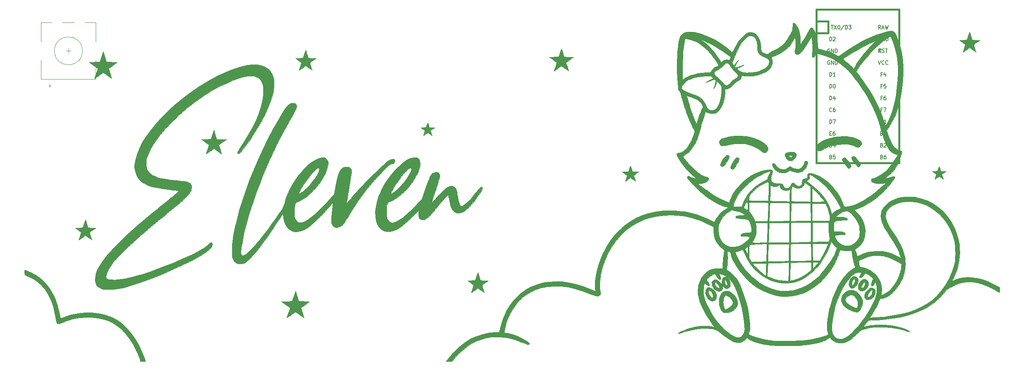
<source format=gbr>
G04 #@! TF.GenerationSoftware,KiCad,Pcbnew,(5.1.4)-1*
G04 #@! TF.CreationDate,2021-02-22T16:30:36-08:00*
G04 #@! TF.ProjectId,Rosies Board,526f7369-6573-4204-926f-6172642e6b69,rev?*
G04 #@! TF.SameCoordinates,Original*
G04 #@! TF.FileFunction,Legend,Top*
G04 #@! TF.FilePolarity,Positive*
%FSLAX46Y46*%
G04 Gerber Fmt 4.6, Leading zero omitted, Abs format (unit mm)*
G04 Created by KiCad (PCBNEW (5.1.4)-1) date 2021-02-22 16:30:36*
%MOMM*%
%LPD*%
G04 APERTURE LIST*
%ADD10C,0.010000*%
%ADD11C,0.120000*%
%ADD12C,0.381000*%
%ADD13C,0.150000*%
G04 APERTURE END LIST*
D10*
G36*
X205351275Y-44518347D02*
G01*
X206128497Y-44614741D01*
X206445712Y-44685543D01*
X207171103Y-44908340D01*
X207745371Y-45154873D01*
X208165359Y-45421995D01*
X208427912Y-45706560D01*
X208529872Y-46005419D01*
X208468084Y-46315425D01*
X208315367Y-46549817D01*
X208055464Y-46750608D01*
X207723972Y-46812273D01*
X207310166Y-46735505D01*
X207038746Y-46632422D01*
X206607389Y-46453410D01*
X206241396Y-46328011D01*
X205891672Y-46247126D01*
X205509122Y-46201656D01*
X205044652Y-46182502D01*
X204597560Y-46179967D01*
X203596938Y-46214380D01*
X202724293Y-46317403D01*
X201949633Y-46496659D01*
X201242964Y-46759771D01*
X200574294Y-47114362D01*
X200344476Y-47260967D01*
X199903854Y-47518273D01*
X199543528Y-47644344D01*
X199242197Y-47643415D01*
X198992545Y-47529717D01*
X198802840Y-47310211D01*
X198690401Y-47011696D01*
X198679905Y-46711655D01*
X198703861Y-46623281D01*
X198866600Y-46375790D01*
X199162812Y-46098719D01*
X199563289Y-45809480D01*
X200038822Y-45525486D01*
X200560201Y-45264148D01*
X201098219Y-45042879D01*
X201623665Y-44879090D01*
X201634227Y-44876424D01*
X202582033Y-44678241D01*
X203541703Y-44551539D01*
X204476897Y-44497761D01*
X205351275Y-44518347D01*
X205351275Y-44518347D01*
G37*
X205351275Y-44518347D02*
X206128497Y-44614741D01*
X206445712Y-44685543D01*
X207171103Y-44908340D01*
X207745371Y-45154873D01*
X208165359Y-45421995D01*
X208427912Y-45706560D01*
X208529872Y-46005419D01*
X208468084Y-46315425D01*
X208315367Y-46549817D01*
X208055464Y-46750608D01*
X207723972Y-46812273D01*
X207310166Y-46735505D01*
X207038746Y-46632422D01*
X206607389Y-46453410D01*
X206241396Y-46328011D01*
X205891672Y-46247126D01*
X205509122Y-46201656D01*
X205044652Y-46182502D01*
X204597560Y-46179967D01*
X203596938Y-46214380D01*
X202724293Y-46317403D01*
X201949633Y-46496659D01*
X201242964Y-46759771D01*
X200574294Y-47114362D01*
X200344476Y-47260967D01*
X199903854Y-47518273D01*
X199543528Y-47644344D01*
X199242197Y-47643415D01*
X198992545Y-47529717D01*
X198802840Y-47310211D01*
X198690401Y-47011696D01*
X198679905Y-46711655D01*
X198703861Y-46623281D01*
X198866600Y-46375790D01*
X199162812Y-46098719D01*
X199563289Y-45809480D01*
X200038822Y-45525486D01*
X200560201Y-45264148D01*
X201098219Y-45042879D01*
X201623665Y-44879090D01*
X201634227Y-44876424D01*
X202582033Y-44678241D01*
X203541703Y-44551539D01*
X204476897Y-44497761D01*
X205351275Y-44518347D01*
G36*
X183720802Y-44490368D02*
G01*
X184928863Y-44762506D01*
X186117908Y-45197854D01*
X186478894Y-45363342D01*
X187074548Y-45682566D01*
X187581758Y-46021576D01*
X187976302Y-46361768D01*
X188233956Y-46684539D01*
X188259732Y-46731136D01*
X188376215Y-47098311D01*
X188354400Y-47439918D01*
X188210523Y-47724381D01*
X187960817Y-47920124D01*
X187621515Y-47995571D01*
X187609612Y-47995646D01*
X187418882Y-47978116D01*
X187243815Y-47908964D01*
X187039382Y-47763347D01*
X186789715Y-47543299D01*
X186218283Y-47110815D01*
X185510429Y-46729551D01*
X184694590Y-46412050D01*
X183799201Y-46170858D01*
X183576925Y-46125966D01*
X183129803Y-46072538D01*
X182566580Y-46051605D01*
X181936844Y-46060729D01*
X181290185Y-46097477D01*
X180676194Y-46159411D01*
X180144460Y-46244097D01*
X179874894Y-46307789D01*
X179490274Y-46405279D01*
X179104539Y-46485241D01*
X178794489Y-46531961D01*
X178766523Y-46534545D01*
X178501026Y-46546676D01*
X178334325Y-46510622D01*
X178197575Y-46402075D01*
X178110356Y-46302872D01*
X177929400Y-45977887D01*
X177904591Y-45646997D01*
X178027045Y-45342221D01*
X178287878Y-45095577D01*
X178471168Y-45002549D01*
X179128084Y-44785115D01*
X179907532Y-44603926D01*
X180764824Y-44468533D01*
X181179566Y-44423653D01*
X182476708Y-44378422D01*
X183720802Y-44490368D01*
X183720802Y-44490368D01*
G37*
X183720802Y-44490368D02*
X184928863Y-44762506D01*
X186117908Y-45197854D01*
X186478894Y-45363342D01*
X187074548Y-45682566D01*
X187581758Y-46021576D01*
X187976302Y-46361768D01*
X188233956Y-46684539D01*
X188259732Y-46731136D01*
X188376215Y-47098311D01*
X188354400Y-47439918D01*
X188210523Y-47724381D01*
X187960817Y-47920124D01*
X187621515Y-47995571D01*
X187609612Y-47995646D01*
X187418882Y-47978116D01*
X187243815Y-47908964D01*
X187039382Y-47763347D01*
X186789715Y-47543299D01*
X186218283Y-47110815D01*
X185510429Y-46729551D01*
X184694590Y-46412050D01*
X183799201Y-46170858D01*
X183576925Y-46125966D01*
X183129803Y-46072538D01*
X182566580Y-46051605D01*
X181936844Y-46060729D01*
X181290185Y-46097477D01*
X180676194Y-46159411D01*
X180144460Y-46244097D01*
X179874894Y-46307789D01*
X179490274Y-46405279D01*
X179104539Y-46485241D01*
X178794489Y-46531961D01*
X178766523Y-46534545D01*
X178501026Y-46546676D01*
X178334325Y-46510622D01*
X178197575Y-46402075D01*
X178110356Y-46302872D01*
X177929400Y-45977887D01*
X177904591Y-45646997D01*
X178027045Y-45342221D01*
X178287878Y-45095577D01*
X178471168Y-45002549D01*
X179128084Y-44785115D01*
X179907532Y-44603926D01*
X180764824Y-44468533D01*
X181179566Y-44423653D01*
X182476708Y-44378422D01*
X183720802Y-44490368D01*
G36*
X193928971Y-47888399D02*
G01*
X194249971Y-48028946D01*
X194435385Y-48250374D01*
X194479894Y-48474065D01*
X194413499Y-48783810D01*
X194238983Y-49119503D01*
X193993348Y-49419843D01*
X193824989Y-49559097D01*
X193445576Y-49737793D01*
X193074352Y-49748539D01*
X192726449Y-49607302D01*
X192472838Y-49397181D01*
X192242715Y-49112499D01*
X192073755Y-48809361D01*
X192046235Y-48705165D01*
X192840833Y-48705165D01*
X192915858Y-48821146D01*
X193072471Y-48963954D01*
X193214694Y-49011646D01*
X193389183Y-48954432D01*
X193569727Y-48821146D01*
X193760227Y-48630646D01*
X193483544Y-48604002D01*
X193214923Y-48593029D01*
X192994207Y-48604002D01*
X192849139Y-48634242D01*
X192840833Y-48705165D01*
X192046235Y-48705165D01*
X192003635Y-48543874D01*
X192003394Y-48530554D01*
X192082608Y-48266055D01*
X192308755Y-48055587D01*
X192664589Y-47911715D01*
X192917487Y-47864492D01*
X193481703Y-47832369D01*
X193928971Y-47888399D01*
X193928971Y-47888399D01*
G37*
X193928971Y-47888399D02*
X194249971Y-48028946D01*
X194435385Y-48250374D01*
X194479894Y-48474065D01*
X194413499Y-48783810D01*
X194238983Y-49119503D01*
X193993348Y-49419843D01*
X193824989Y-49559097D01*
X193445576Y-49737793D01*
X193074352Y-49748539D01*
X192726449Y-49607302D01*
X192472838Y-49397181D01*
X192242715Y-49112499D01*
X192073755Y-48809361D01*
X192046235Y-48705165D01*
X192840833Y-48705165D01*
X192915858Y-48821146D01*
X193072471Y-48963954D01*
X193214694Y-49011646D01*
X193389183Y-48954432D01*
X193569727Y-48821146D01*
X193760227Y-48630646D01*
X193483544Y-48604002D01*
X193214923Y-48593029D01*
X192994207Y-48604002D01*
X192849139Y-48634242D01*
X192840833Y-48705165D01*
X192046235Y-48705165D01*
X192003635Y-48543874D01*
X192003394Y-48530554D01*
X192082608Y-48266055D01*
X192308755Y-48055587D01*
X192664589Y-47911715D01*
X192917487Y-47864492D01*
X193481703Y-47832369D01*
X193928971Y-47888399D01*
G36*
X179734009Y-48528206D02*
G01*
X179806926Y-48550759D01*
X180005392Y-48669602D01*
X180082259Y-48853299D01*
X180035844Y-49113880D01*
X179864468Y-49463375D01*
X179628839Y-49825713D01*
X179332792Y-50246877D01*
X179114108Y-50548410D01*
X178954230Y-50750229D01*
X178834605Y-50872249D01*
X178736677Y-50934388D01*
X178641891Y-50956563D01*
X178573054Y-50958980D01*
X178363441Y-50923708D01*
X178240827Y-50857380D01*
X178151976Y-50650842D01*
X178195602Y-50345558D01*
X178369921Y-49945972D01*
X178673149Y-49456524D01*
X178962033Y-49061681D01*
X179207051Y-48761609D01*
X179395635Y-48585826D01*
X179560412Y-48514601D01*
X179734009Y-48528206D01*
X179734009Y-48528206D01*
G37*
X179734009Y-48528206D02*
X179806926Y-48550759D01*
X180005392Y-48669602D01*
X180082259Y-48853299D01*
X180035844Y-49113880D01*
X179864468Y-49463375D01*
X179628839Y-49825713D01*
X179332792Y-50246877D01*
X179114108Y-50548410D01*
X178954230Y-50750229D01*
X178834605Y-50872249D01*
X178736677Y-50934388D01*
X178641891Y-50956563D01*
X178573054Y-50958980D01*
X178363441Y-50923708D01*
X178240827Y-50857380D01*
X178151976Y-50650842D01*
X178195602Y-50345558D01*
X178369921Y-49945972D01*
X178673149Y-49456524D01*
X178962033Y-49061681D01*
X179207051Y-48761609D01*
X179395635Y-48585826D01*
X179560412Y-48514601D01*
X179734009Y-48528206D01*
G36*
X206893217Y-48791341D02*
G01*
X207140734Y-48938117D01*
X207194024Y-48990480D01*
X207443496Y-49279725D01*
X207696859Y-49605775D01*
X207930599Y-49934284D01*
X208121200Y-50230905D01*
X208245148Y-50461294D01*
X208280560Y-50577484D01*
X208205831Y-50802112D01*
X208021154Y-50976382D01*
X207793607Y-51043646D01*
X207629979Y-50974340D01*
X207405399Y-50780189D01*
X207240859Y-50599146D01*
X206837005Y-50100361D01*
X206554198Y-49699407D01*
X206386083Y-49382567D01*
X206326306Y-49136126D01*
X206368512Y-48946367D01*
X206434827Y-48859246D01*
X206640140Y-48761978D01*
X206893217Y-48791341D01*
X206893217Y-48791341D01*
G37*
X206893217Y-48791341D02*
X207140734Y-48938117D01*
X207194024Y-48990480D01*
X207443496Y-49279725D01*
X207696859Y-49605775D01*
X207930599Y-49934284D01*
X208121200Y-50230905D01*
X208245148Y-50461294D01*
X208280560Y-50577484D01*
X208205831Y-50802112D01*
X208021154Y-50976382D01*
X207793607Y-51043646D01*
X207629979Y-50974340D01*
X207405399Y-50780189D01*
X207240859Y-50599146D01*
X206837005Y-50100361D01*
X206554198Y-49699407D01*
X206386083Y-49382567D01*
X206326306Y-49136126D01*
X206368512Y-48946367D01*
X206434827Y-48859246D01*
X206640140Y-48761978D01*
X206893217Y-48791341D01*
G36*
X205019554Y-49130015D02*
G01*
X205024051Y-49132930D01*
X205185477Y-49278554D01*
X205394156Y-49521315D01*
X205624422Y-49824091D01*
X205850607Y-50149763D01*
X206047046Y-50461209D01*
X206188070Y-50721310D01*
X206248013Y-50892946D01*
X206248560Y-50903856D01*
X206177139Y-51112573D01*
X206005680Y-51293196D01*
X205798387Y-51381070D01*
X205773434Y-51382313D01*
X205639757Y-51331049D01*
X205503825Y-51234146D01*
X205366618Y-51089667D01*
X205176598Y-50857140D01*
X204958716Y-50571267D01*
X204737921Y-50266746D01*
X204539162Y-49978280D01*
X204387391Y-49740567D01*
X204307557Y-49588309D01*
X204301227Y-49561573D01*
X204368412Y-49296952D01*
X204540249Y-49119195D01*
X204772156Y-49054737D01*
X205019554Y-49130015D01*
X205019554Y-49130015D01*
G37*
X205019554Y-49130015D02*
X205024051Y-49132930D01*
X205185477Y-49278554D01*
X205394156Y-49521315D01*
X205624422Y-49824091D01*
X205850607Y-50149763D01*
X206047046Y-50461209D01*
X206188070Y-50721310D01*
X206248013Y-50892946D01*
X206248560Y-50903856D01*
X206177139Y-51112573D01*
X206005680Y-51293196D01*
X205798387Y-51381070D01*
X205773434Y-51382313D01*
X205639757Y-51331049D01*
X205503825Y-51234146D01*
X205366618Y-51089667D01*
X205176598Y-50857140D01*
X204958716Y-50571267D01*
X204737921Y-50266746D01*
X204539162Y-49978280D01*
X204387391Y-49740567D01*
X204307557Y-49588309D01*
X204301227Y-49561573D01*
X204368412Y-49296952D01*
X204540249Y-49119195D01*
X204772156Y-49054737D01*
X205019554Y-49130015D01*
G36*
X181865374Y-49063986D02*
G01*
X181908026Y-49081423D01*
X182090434Y-49205821D01*
X182168122Y-49379436D01*
X182139542Y-49623096D01*
X182003141Y-49957628D01*
X181817206Y-50301461D01*
X181541905Y-50769741D01*
X181328106Y-51107576D01*
X181159292Y-51334810D01*
X181018943Y-51471286D01*
X180890542Y-51536849D01*
X180776518Y-51551646D01*
X180566265Y-51516699D01*
X180442160Y-51450046D01*
X180354801Y-51287845D01*
X180361807Y-51056018D01*
X180467765Y-50737685D01*
X180677263Y-50315970D01*
X180817404Y-50069379D01*
X181095731Y-49616616D01*
X181323334Y-49304513D01*
X181516569Y-49118253D01*
X181691797Y-49043016D01*
X181865374Y-49063986D01*
X181865374Y-49063986D01*
G37*
X181865374Y-49063986D02*
X181908026Y-49081423D01*
X182090434Y-49205821D01*
X182168122Y-49379436D01*
X182139542Y-49623096D01*
X182003141Y-49957628D01*
X181817206Y-50301461D01*
X181541905Y-50769741D01*
X181328106Y-51107576D01*
X181159292Y-51334810D01*
X181018943Y-51471286D01*
X180890542Y-51536849D01*
X180776518Y-51551646D01*
X180566265Y-51516699D01*
X180442160Y-51450046D01*
X180354801Y-51287845D01*
X180361807Y-51056018D01*
X180467765Y-50737685D01*
X180677263Y-50315970D01*
X180817404Y-50069379D01*
X181095731Y-49616616D01*
X181323334Y-49304513D01*
X181516569Y-49118253D01*
X181691797Y-49043016D01*
X181865374Y-49063986D01*
G36*
X196744112Y-49811198D02*
G01*
X196882613Y-49964931D01*
X196913293Y-50247990D01*
X196903370Y-50343322D01*
X196799317Y-50770758D01*
X196595528Y-51165071D01*
X196280633Y-51562185D01*
X195964082Y-51866069D01*
X195634257Y-52066619D01*
X195221018Y-52203934D01*
X195113922Y-52229197D01*
X194635860Y-52269202D01*
X194101843Y-52204540D01*
X193580285Y-52045462D01*
X193427655Y-51976520D01*
X193203744Y-51878578D01*
X193066477Y-51863797D01*
X192960097Y-51924666D01*
X192553318Y-52177189D01*
X192056705Y-52326981D01*
X191520608Y-52366294D01*
X190995380Y-52287378D01*
X190867375Y-52246738D01*
X190280409Y-51959585D01*
X189801698Y-51549213D01*
X189560964Y-51243304D01*
X189372966Y-50907389D01*
X189299689Y-50625140D01*
X189345286Y-50420980D01*
X189410477Y-50357980D01*
X189545906Y-50289114D01*
X189665464Y-50287104D01*
X189795205Y-50369897D01*
X189961187Y-50555440D01*
X190189464Y-50861678D01*
X190236015Y-50926577D01*
X190577310Y-51273233D01*
X191005759Y-51511875D01*
X191477847Y-51628429D01*
X191950055Y-51608822D01*
X192159458Y-51548644D01*
X192370682Y-51435916D01*
X192612428Y-51263280D01*
X192675915Y-51209977D01*
X192966697Y-51010893D01*
X193208912Y-50970281D01*
X193398486Y-51075000D01*
X193729792Y-51305151D01*
X194156699Y-51461462D01*
X194617687Y-51531723D01*
X195051236Y-51503723D01*
X195253088Y-51443113D01*
X195609142Y-51209466D01*
X195913460Y-50843536D01*
X196138423Y-50380646D01*
X196176741Y-50261778D01*
X196273125Y-49986751D01*
X196373107Y-49841462D01*
X196498901Y-49788313D01*
X196744112Y-49811198D01*
X196744112Y-49811198D01*
G37*
X196744112Y-49811198D02*
X196882613Y-49964931D01*
X196913293Y-50247990D01*
X196903370Y-50343322D01*
X196799317Y-50770758D01*
X196595528Y-51165071D01*
X196280633Y-51562185D01*
X195964082Y-51866069D01*
X195634257Y-52066619D01*
X195221018Y-52203934D01*
X195113922Y-52229197D01*
X194635860Y-52269202D01*
X194101843Y-52204540D01*
X193580285Y-52045462D01*
X193427655Y-51976520D01*
X193203744Y-51878578D01*
X193066477Y-51863797D01*
X192960097Y-51924666D01*
X192553318Y-52177189D01*
X192056705Y-52326981D01*
X191520608Y-52366294D01*
X190995380Y-52287378D01*
X190867375Y-52246738D01*
X190280409Y-51959585D01*
X189801698Y-51549213D01*
X189560964Y-51243304D01*
X189372966Y-50907389D01*
X189299689Y-50625140D01*
X189345286Y-50420980D01*
X189410477Y-50357980D01*
X189545906Y-50289114D01*
X189665464Y-50287104D01*
X189795205Y-50369897D01*
X189961187Y-50555440D01*
X190189464Y-50861678D01*
X190236015Y-50926577D01*
X190577310Y-51273233D01*
X191005759Y-51511875D01*
X191477847Y-51628429D01*
X191950055Y-51608822D01*
X192159458Y-51548644D01*
X192370682Y-51435916D01*
X192612428Y-51263280D01*
X192675915Y-51209977D01*
X192966697Y-51010893D01*
X193208912Y-50970281D01*
X193398486Y-51075000D01*
X193729792Y-51305151D01*
X194156699Y-51461462D01*
X194617687Y-51531723D01*
X195051236Y-51503723D01*
X195253088Y-51443113D01*
X195609142Y-51209466D01*
X195913460Y-50843536D01*
X196138423Y-50380646D01*
X196176741Y-50261778D01*
X196273125Y-49986751D01*
X196373107Y-49841462D01*
X196498901Y-49788313D01*
X196744112Y-49811198D01*
G36*
X179453239Y-74731314D02*
G01*
X179669988Y-74901159D01*
X179888645Y-75134441D01*
X180066365Y-75390421D01*
X180090273Y-75434924D01*
X180214762Y-75793047D01*
X180263149Y-76191696D01*
X180236328Y-76574865D01*
X180135197Y-76886550D01*
X180065394Y-76988894D01*
X179791143Y-77189872D01*
X179476783Y-77235828D01*
X179146839Y-77128256D01*
X178871450Y-76916225D01*
X178699720Y-76758148D01*
X178623550Y-76726379D01*
X178624239Y-76788218D01*
X178643995Y-77146597D01*
X178528064Y-77457337D01*
X178305832Y-77691148D01*
X178006685Y-77818744D01*
X177660011Y-77810837D01*
X177611249Y-77797815D01*
X177169893Y-77596310D01*
X176800849Y-77292929D01*
X176522560Y-76918840D01*
X176353469Y-76505209D01*
X176318291Y-76147069D01*
X176953894Y-76147069D01*
X176995453Y-76392389D01*
X177138898Y-76638102D01*
X177260079Y-76782069D01*
X177477894Y-76978378D01*
X177690635Y-77098076D01*
X177863106Y-77130069D01*
X177960107Y-77063264D01*
X177969894Y-77005794D01*
X177914616Y-76833790D01*
X177771861Y-76597994D01*
X177622583Y-76401313D01*
X178477894Y-76401313D01*
X178520227Y-76443646D01*
X178562560Y-76401313D01*
X178520227Y-76358980D01*
X178477894Y-76401313D01*
X177622583Y-76401313D01*
X177576247Y-76340264D01*
X177362391Y-76102462D01*
X177164912Y-75926447D01*
X177018427Y-75854080D01*
X177017394Y-75854024D01*
X176975432Y-75926340D01*
X176954446Y-76108112D01*
X176953894Y-76147069D01*
X176318291Y-76147069D01*
X176312017Y-76083205D01*
X176392306Y-75737856D01*
X176585517Y-75446428D01*
X176850515Y-75298487D01*
X177171060Y-75292864D01*
X177530915Y-75428389D01*
X177913841Y-75703893D01*
X178075727Y-75859087D01*
X178477894Y-76273751D01*
X178477894Y-75804161D01*
X178501095Y-75597467D01*
X179043033Y-75597467D01*
X179059161Y-75844457D01*
X179117403Y-76108059D01*
X179212248Y-76340861D01*
X179287829Y-76449836D01*
X179448051Y-76590751D01*
X179553253Y-76584317D01*
X179605236Y-76496253D01*
X179620581Y-76305193D01*
X179571594Y-76047156D01*
X179477780Y-75772575D01*
X179358648Y-75531883D01*
X179233704Y-75375514D01*
X179159164Y-75342980D01*
X179074530Y-75414504D01*
X179043033Y-75597467D01*
X178501095Y-75597467D01*
X178530508Y-75335445D01*
X178682430Y-74981162D01*
X178924773Y-74753902D01*
X179248655Y-74666256D01*
X179281243Y-74665646D01*
X179453239Y-74731314D01*
X179453239Y-74731314D01*
G37*
X179453239Y-74731314D02*
X179669988Y-74901159D01*
X179888645Y-75134441D01*
X180066365Y-75390421D01*
X180090273Y-75434924D01*
X180214762Y-75793047D01*
X180263149Y-76191696D01*
X180236328Y-76574865D01*
X180135197Y-76886550D01*
X180065394Y-76988894D01*
X179791143Y-77189872D01*
X179476783Y-77235828D01*
X179146839Y-77128256D01*
X178871450Y-76916225D01*
X178699720Y-76758148D01*
X178623550Y-76726379D01*
X178624239Y-76788218D01*
X178643995Y-77146597D01*
X178528064Y-77457337D01*
X178305832Y-77691148D01*
X178006685Y-77818744D01*
X177660011Y-77810837D01*
X177611249Y-77797815D01*
X177169893Y-77596310D01*
X176800849Y-77292929D01*
X176522560Y-76918840D01*
X176353469Y-76505209D01*
X176318291Y-76147069D01*
X176953894Y-76147069D01*
X176995453Y-76392389D01*
X177138898Y-76638102D01*
X177260079Y-76782069D01*
X177477894Y-76978378D01*
X177690635Y-77098076D01*
X177863106Y-77130069D01*
X177960107Y-77063264D01*
X177969894Y-77005794D01*
X177914616Y-76833790D01*
X177771861Y-76597994D01*
X177622583Y-76401313D01*
X178477894Y-76401313D01*
X178520227Y-76443646D01*
X178562560Y-76401313D01*
X178520227Y-76358980D01*
X178477894Y-76401313D01*
X177622583Y-76401313D01*
X177576247Y-76340264D01*
X177362391Y-76102462D01*
X177164912Y-75926447D01*
X177018427Y-75854080D01*
X177017394Y-75854024D01*
X176975432Y-75926340D01*
X176954446Y-76108112D01*
X176953894Y-76147069D01*
X176318291Y-76147069D01*
X176312017Y-76083205D01*
X176392306Y-75737856D01*
X176585517Y-75446428D01*
X176850515Y-75298487D01*
X177171060Y-75292864D01*
X177530915Y-75428389D01*
X177913841Y-75703893D01*
X178075727Y-75859087D01*
X178477894Y-76273751D01*
X178477894Y-75804161D01*
X178501095Y-75597467D01*
X179043033Y-75597467D01*
X179059161Y-75844457D01*
X179117403Y-76108059D01*
X179212248Y-76340861D01*
X179287829Y-76449836D01*
X179448051Y-76590751D01*
X179553253Y-76584317D01*
X179605236Y-76496253D01*
X179620581Y-76305193D01*
X179571594Y-76047156D01*
X179477780Y-75772575D01*
X179358648Y-75531883D01*
X179233704Y-75375514D01*
X179159164Y-75342980D01*
X179074530Y-75414504D01*
X179043033Y-75597467D01*
X178501095Y-75597467D01*
X178530508Y-75335445D01*
X178682430Y-74981162D01*
X178924773Y-74753902D01*
X179248655Y-74666256D01*
X179281243Y-74665646D01*
X179453239Y-74731314D01*
G36*
X175788937Y-76977508D02*
G01*
X176230686Y-77119411D01*
X176638953Y-77412380D01*
X176958367Y-77793303D01*
X177224827Y-78291861D01*
X177344401Y-78762362D01*
X177316424Y-79189303D01*
X177140234Y-79557178D01*
X177038847Y-79673719D01*
X176732888Y-79869667D01*
X176376843Y-79916435D01*
X176003163Y-79812695D01*
X175846596Y-79722465D01*
X175460530Y-79360359D01*
X175167573Y-78857707D01*
X175038568Y-78494993D01*
X174951834Y-78014281D01*
X174967618Y-77886967D01*
X175603698Y-77886967D01*
X175636858Y-78140200D01*
X175714840Y-78414703D01*
X175759783Y-78524634D01*
X175910445Y-78779149D01*
X176103071Y-79004079D01*
X176298704Y-79162301D01*
X176458382Y-79216690D01*
X176481380Y-79212242D01*
X176552010Y-79115714D01*
X176598342Y-78922621D01*
X176599727Y-78909568D01*
X176566369Y-78634166D01*
X176438504Y-78327383D01*
X176246866Y-78032335D01*
X176022192Y-77792138D01*
X175795216Y-77649909D01*
X175686872Y-77628980D01*
X175619116Y-77701171D01*
X175603698Y-77886967D01*
X174967618Y-77886967D01*
X175001961Y-77609979D01*
X175193408Y-77252930D01*
X175236788Y-77199028D01*
X175404984Y-77027261D01*
X175564976Y-76964989D01*
X175788937Y-76977508D01*
X175788937Y-76977508D01*
G37*
X175788937Y-76977508D02*
X176230686Y-77119411D01*
X176638953Y-77412380D01*
X176958367Y-77793303D01*
X177224827Y-78291861D01*
X177344401Y-78762362D01*
X177316424Y-79189303D01*
X177140234Y-79557178D01*
X177038847Y-79673719D01*
X176732888Y-79869667D01*
X176376843Y-79916435D01*
X176003163Y-79812695D01*
X175846596Y-79722465D01*
X175460530Y-79360359D01*
X175167573Y-78857707D01*
X175038568Y-78494993D01*
X174951834Y-78014281D01*
X174967618Y-77886967D01*
X175603698Y-77886967D01*
X175636858Y-78140200D01*
X175714840Y-78414703D01*
X175759783Y-78524634D01*
X175910445Y-78779149D01*
X176103071Y-79004079D01*
X176298704Y-79162301D01*
X176458382Y-79216690D01*
X176481380Y-79212242D01*
X176552010Y-79115714D01*
X176598342Y-78922621D01*
X176599727Y-78909568D01*
X176566369Y-78634166D01*
X176438504Y-78327383D01*
X176246866Y-78032335D01*
X176022192Y-77792138D01*
X175795216Y-77649909D01*
X175686872Y-77628980D01*
X175619116Y-77701171D01*
X175603698Y-77886967D01*
X174967618Y-77886967D01*
X175001961Y-77609979D01*
X175193408Y-77252930D01*
X175236788Y-77199028D01*
X175404984Y-77027261D01*
X175564976Y-76964989D01*
X175788937Y-76977508D01*
G36*
X179885308Y-77788411D02*
G01*
X180335734Y-77996263D01*
X180781930Y-78312536D01*
X181191008Y-78712565D01*
X181530079Y-79171685D01*
X181620739Y-79331454D01*
X181789807Y-79818285D01*
X181828458Y-80347636D01*
X181737634Y-80863311D01*
X181589477Y-81199913D01*
X181213776Y-81690534D01*
X180732631Y-82054816D01*
X180183475Y-82288154D01*
X179661314Y-82417411D01*
X179236942Y-82443871D01*
X178873947Y-82367999D01*
X178732927Y-82306681D01*
X178455911Y-82081710D01*
X178218861Y-81723460D01*
X178031892Y-81265333D01*
X177905113Y-80740731D01*
X177849793Y-80194461D01*
X178756013Y-80194461D01*
X178782736Y-80715647D01*
X178865558Y-81188336D01*
X178940408Y-81417813D01*
X179051874Y-81657161D01*
X179159775Y-81756254D01*
X179315794Y-81734901D01*
X179519265Y-81639691D01*
X179935562Y-81393085D01*
X180305171Y-81110003D01*
X180587728Y-80824599D01*
X180721760Y-80622267D01*
X180809851Y-80272173D01*
X180743867Y-79905779D01*
X180520387Y-79512184D01*
X180285932Y-79233261D01*
X179920596Y-78898720D01*
X179601816Y-78726736D01*
X179328610Y-78717343D01*
X179099995Y-78870575D01*
X178914991Y-79186465D01*
X178878786Y-79281338D01*
X178787369Y-79693463D01*
X178756013Y-80194461D01*
X177849793Y-80194461D01*
X177848638Y-80183056D01*
X177872577Y-79625710D01*
X177888097Y-79516012D01*
X178041456Y-78913347D01*
X178285145Y-78417637D01*
X178606775Y-78043055D01*
X178993955Y-77803776D01*
X179434298Y-77713972D01*
X179463542Y-77713646D01*
X179885308Y-77788411D01*
X179885308Y-77788411D01*
G37*
X179885308Y-77788411D02*
X180335734Y-77996263D01*
X180781930Y-78312536D01*
X181191008Y-78712565D01*
X181530079Y-79171685D01*
X181620739Y-79331454D01*
X181789807Y-79818285D01*
X181828458Y-80347636D01*
X181737634Y-80863311D01*
X181589477Y-81199913D01*
X181213776Y-81690534D01*
X180732631Y-82054816D01*
X180183475Y-82288154D01*
X179661314Y-82417411D01*
X179236942Y-82443871D01*
X178873947Y-82367999D01*
X178732927Y-82306681D01*
X178455911Y-82081710D01*
X178218861Y-81723460D01*
X178031892Y-81265333D01*
X177905113Y-80740731D01*
X177849793Y-80194461D01*
X178756013Y-80194461D01*
X178782736Y-80715647D01*
X178865558Y-81188336D01*
X178940408Y-81417813D01*
X179051874Y-81657161D01*
X179159775Y-81756254D01*
X179315794Y-81734901D01*
X179519265Y-81639691D01*
X179935562Y-81393085D01*
X180305171Y-81110003D01*
X180587728Y-80824599D01*
X180721760Y-80622267D01*
X180809851Y-80272173D01*
X180743867Y-79905779D01*
X180520387Y-79512184D01*
X180285932Y-79233261D01*
X179920596Y-78898720D01*
X179601816Y-78726736D01*
X179328610Y-78717343D01*
X179099995Y-78870575D01*
X178914991Y-79186465D01*
X178878786Y-79281338D01*
X178787369Y-79693463D01*
X178756013Y-80194461D01*
X177849793Y-80194461D01*
X177848638Y-80183056D01*
X177872577Y-79625710D01*
X177888097Y-79516012D01*
X178041456Y-78913347D01*
X178285145Y-78417637D01*
X178606775Y-78043055D01*
X178993955Y-77803776D01*
X179434298Y-77713972D01*
X179463542Y-77713646D01*
X179885308Y-77788411D01*
G36*
X206880506Y-74598661D02*
G01*
X206951879Y-74607584D01*
X207321422Y-74726253D01*
X207582914Y-74952248D01*
X207734054Y-75260636D01*
X207772536Y-75626488D01*
X207696058Y-76024873D01*
X207502315Y-76430859D01*
X207189006Y-76819517D01*
X207158965Y-76848866D01*
X206862899Y-77060663D01*
X206545782Y-77170824D01*
X206257465Y-77166125D01*
X206142725Y-77118449D01*
X205955524Y-76926067D01*
X205810178Y-76637869D01*
X205743336Y-76333501D01*
X206417267Y-76333501D01*
X206444173Y-76491223D01*
X206493789Y-76528313D01*
X206590207Y-76469720D01*
X206747789Y-76321241D01*
X206832456Y-76229033D01*
X207042649Y-75889637D01*
X207094211Y-75542618D01*
X207006312Y-75250375D01*
X206922112Y-75139986D01*
X206835311Y-75150352D01*
X206727645Y-75294960D01*
X206597058Y-75552644D01*
X206498570Y-75818292D01*
X206437019Y-76093884D01*
X206417267Y-76333501D01*
X205743336Y-76333501D01*
X205741962Y-76327246D01*
X205740560Y-76281693D01*
X205791641Y-75943016D01*
X205925803Y-75546082D01*
X206114423Y-75159898D01*
X206328879Y-74853470D01*
X206336392Y-74845158D01*
X206516398Y-74668449D01*
X206671770Y-74596320D01*
X206880506Y-74598661D01*
X206880506Y-74598661D01*
G37*
X206880506Y-74598661D02*
X206951879Y-74607584D01*
X207321422Y-74726253D01*
X207582914Y-74952248D01*
X207734054Y-75260636D01*
X207772536Y-75626488D01*
X207696058Y-76024873D01*
X207502315Y-76430859D01*
X207189006Y-76819517D01*
X207158965Y-76848866D01*
X206862899Y-77060663D01*
X206545782Y-77170824D01*
X206257465Y-77166125D01*
X206142725Y-77118449D01*
X205955524Y-76926067D01*
X205810178Y-76637869D01*
X205743336Y-76333501D01*
X206417267Y-76333501D01*
X206444173Y-76491223D01*
X206493789Y-76528313D01*
X206590207Y-76469720D01*
X206747789Y-76321241D01*
X206832456Y-76229033D01*
X207042649Y-75889637D01*
X207094211Y-75542618D01*
X207006312Y-75250375D01*
X206922112Y-75139986D01*
X206835311Y-75150352D01*
X206727645Y-75294960D01*
X206597058Y-75552644D01*
X206498570Y-75818292D01*
X206437019Y-76093884D01*
X206417267Y-76333501D01*
X205743336Y-76333501D01*
X205741962Y-76327246D01*
X205740560Y-76281693D01*
X205791641Y-75943016D01*
X205925803Y-75546082D01*
X206114423Y-75159898D01*
X206328879Y-74853470D01*
X206336392Y-74845158D01*
X206516398Y-74668449D01*
X206671770Y-74596320D01*
X206880506Y-74598661D01*
G36*
X209136737Y-75226373D02*
G01*
X209443126Y-75331914D01*
X209720388Y-75500449D01*
X209896592Y-75695408D01*
X209957225Y-75949248D01*
X209941414Y-76292389D01*
X209857946Y-76667813D01*
X209715606Y-77018499D01*
X209683992Y-77075309D01*
X209397526Y-77450433D01*
X209051485Y-77679265D01*
X208650030Y-77778690D01*
X208397475Y-77788470D01*
X208219222Y-77724991D01*
X208030603Y-77561381D01*
X207869781Y-77372822D01*
X207793493Y-77180763D01*
X207772705Y-76907340D01*
X207772591Y-76877314D01*
X208452560Y-76877314D01*
X208476794Y-77048919D01*
X208577118Y-77116202D01*
X208745340Y-77058720D01*
X208912443Y-76920127D01*
X209050254Y-76730488D01*
X209168728Y-76481865D01*
X209245984Y-76234143D01*
X209260141Y-76047210D01*
X209246056Y-76007092D01*
X209118069Y-75924826D01*
X208946654Y-75980956D01*
X208760710Y-76160766D01*
X208665129Y-76302918D01*
X208512607Y-76621832D01*
X208452560Y-76877314D01*
X207772591Y-76877314D01*
X207772560Y-76869288D01*
X207798926Y-76558612D01*
X207865580Y-76274638D01*
X207904350Y-76180384D01*
X208099919Y-75874999D01*
X208348662Y-75586193D01*
X208608620Y-75355805D01*
X208837831Y-75225672D01*
X208871076Y-75216452D01*
X209136737Y-75226373D01*
X209136737Y-75226373D01*
G37*
X209136737Y-75226373D02*
X209443126Y-75331914D01*
X209720388Y-75500449D01*
X209896592Y-75695408D01*
X209957225Y-75949248D01*
X209941414Y-76292389D01*
X209857946Y-76667813D01*
X209715606Y-77018499D01*
X209683992Y-77075309D01*
X209397526Y-77450433D01*
X209051485Y-77679265D01*
X208650030Y-77778690D01*
X208397475Y-77788470D01*
X208219222Y-77724991D01*
X208030603Y-77561381D01*
X207869781Y-77372822D01*
X207793493Y-77180763D01*
X207772705Y-76907340D01*
X207772591Y-76877314D01*
X208452560Y-76877314D01*
X208476794Y-77048919D01*
X208577118Y-77116202D01*
X208745340Y-77058720D01*
X208912443Y-76920127D01*
X209050254Y-76730488D01*
X209168728Y-76481865D01*
X209245984Y-76234143D01*
X209260141Y-76047210D01*
X209246056Y-76007092D01*
X209118069Y-75924826D01*
X208946654Y-75980956D01*
X208760710Y-76160766D01*
X208665129Y-76302918D01*
X208512607Y-76621832D01*
X208452560Y-76877314D01*
X207772591Y-76877314D01*
X207772560Y-76869288D01*
X207798926Y-76558612D01*
X207865580Y-76274638D01*
X207904350Y-76180384D01*
X208099919Y-75874999D01*
X208348662Y-75586193D01*
X208608620Y-75355805D01*
X208837831Y-75225672D01*
X208871076Y-75216452D01*
X209136737Y-75226373D01*
G36*
X211062901Y-77208044D02*
G01*
X211208852Y-77332241D01*
X211337655Y-77499183D01*
X211398325Y-77704967D01*
X211411834Y-77984964D01*
X211335274Y-78479294D01*
X211125369Y-78921241D01*
X210807018Y-79281937D01*
X210405120Y-79532515D01*
X209983543Y-79640919D01*
X209712594Y-79653874D01*
X209536382Y-79613773D01*
X209383599Y-79500777D01*
X209345210Y-79463326D01*
X209156094Y-79163375D01*
X209121313Y-78815043D01*
X209749311Y-78815043D01*
X209768172Y-78994771D01*
X209897302Y-79053758D01*
X210127912Y-78982148D01*
X210214830Y-78934167D01*
X210436080Y-78761779D01*
X210601393Y-78582623D01*
X210695283Y-78397970D01*
X210766799Y-78153328D01*
X210808966Y-77898574D01*
X210814812Y-77683584D01*
X210777361Y-77558234D01*
X210746572Y-77544313D01*
X210620182Y-77607615D01*
X210434012Y-77771353D01*
X210223990Y-77996270D01*
X210026046Y-78243110D01*
X209876110Y-78472618D01*
X209849507Y-78524431D01*
X209749311Y-78815043D01*
X209121313Y-78815043D01*
X209119792Y-78799819D01*
X209235020Y-78379254D01*
X209500495Y-77908273D01*
X209699250Y-77643461D01*
X210052174Y-77289079D01*
X210401314Y-77097512D01*
X210740336Y-77070065D01*
X211062901Y-77208044D01*
X211062901Y-77208044D01*
G37*
X211062901Y-77208044D02*
X211208852Y-77332241D01*
X211337655Y-77499183D01*
X211398325Y-77704967D01*
X211411834Y-77984964D01*
X211335274Y-78479294D01*
X211125369Y-78921241D01*
X210807018Y-79281937D01*
X210405120Y-79532515D01*
X209983543Y-79640919D01*
X209712594Y-79653874D01*
X209536382Y-79613773D01*
X209383599Y-79500777D01*
X209345210Y-79463326D01*
X209156094Y-79163375D01*
X209121313Y-78815043D01*
X209749311Y-78815043D01*
X209768172Y-78994771D01*
X209897302Y-79053758D01*
X210127912Y-78982148D01*
X210214830Y-78934167D01*
X210436080Y-78761779D01*
X210601393Y-78582623D01*
X210695283Y-78397970D01*
X210766799Y-78153328D01*
X210808966Y-77898574D01*
X210814812Y-77683584D01*
X210777361Y-77558234D01*
X210746572Y-77544313D01*
X210620182Y-77607615D01*
X210434012Y-77771353D01*
X210223990Y-77996270D01*
X210026046Y-78243110D01*
X209876110Y-78472618D01*
X209849507Y-78524431D01*
X209749311Y-78815043D01*
X209121313Y-78815043D01*
X209119792Y-78799819D01*
X209235020Y-78379254D01*
X209500495Y-77908273D01*
X209699250Y-77643461D01*
X210052174Y-77289079D01*
X210401314Y-77097512D01*
X210740336Y-77070065D01*
X211062901Y-77208044D01*
G36*
X206634251Y-77586330D02*
G01*
X207130405Y-77731958D01*
X207191951Y-77762214D01*
X207520890Y-77991599D01*
X207867025Y-78331010D01*
X208187506Y-78732144D01*
X208439484Y-79146699D01*
X208463206Y-79195313D01*
X208663579Y-79784030D01*
X208710692Y-80364335D01*
X208604183Y-80911613D01*
X208492227Y-81167017D01*
X208372405Y-81409355D01*
X208295680Y-81597668D01*
X208280560Y-81662185D01*
X208226842Y-81780403D01*
X208092419Y-81958427D01*
X208034924Y-82022692D01*
X207768863Y-82217727D01*
X207436844Y-82292345D01*
X207022977Y-82246377D01*
X206511369Y-82079654D01*
X206333227Y-82004649D01*
X205578976Y-81632356D01*
X204987109Y-81246654D01*
X204550792Y-80840383D01*
X204263190Y-80406381D01*
X204117470Y-79937490D01*
X204107327Y-79810385D01*
X205016518Y-79810385D01*
X205016799Y-79811668D01*
X205148066Y-80085472D01*
X205411983Y-80386897D01*
X205779828Y-80692250D01*
X206222881Y-80977835D01*
X206712419Y-81219959D01*
X206735676Y-81229700D01*
X207088689Y-81365288D01*
X207325531Y-81421925D01*
X207479349Y-81400522D01*
X207583289Y-81301990D01*
X207611719Y-81253779D01*
X207694039Y-80978837D01*
X207722479Y-80608309D01*
X207699683Y-80206229D01*
X207628300Y-79836630D01*
X207544137Y-79618646D01*
X207302854Y-79255423D01*
X207005125Y-78938586D01*
X206691610Y-78704791D01*
X206404042Y-78590867D01*
X206072148Y-78606793D01*
X205734989Y-78737709D01*
X205426706Y-78953571D01*
X205181439Y-79224334D01*
X205033329Y-79519954D01*
X205016518Y-79810385D01*
X204107327Y-79810385D01*
X204095309Y-79659795D01*
X204170983Y-79146766D01*
X204386845Y-78678735D01*
X204716189Y-78272066D01*
X205132308Y-77943126D01*
X205608496Y-77708280D01*
X206118046Y-77583893D01*
X206634251Y-77586330D01*
X206634251Y-77586330D01*
G37*
X206634251Y-77586330D02*
X207130405Y-77731958D01*
X207191951Y-77762214D01*
X207520890Y-77991599D01*
X207867025Y-78331010D01*
X208187506Y-78732144D01*
X208439484Y-79146699D01*
X208463206Y-79195313D01*
X208663579Y-79784030D01*
X208710692Y-80364335D01*
X208604183Y-80911613D01*
X208492227Y-81167017D01*
X208372405Y-81409355D01*
X208295680Y-81597668D01*
X208280560Y-81662185D01*
X208226842Y-81780403D01*
X208092419Y-81958427D01*
X208034924Y-82022692D01*
X207768863Y-82217727D01*
X207436844Y-82292345D01*
X207022977Y-82246377D01*
X206511369Y-82079654D01*
X206333227Y-82004649D01*
X205578976Y-81632356D01*
X204987109Y-81246654D01*
X204550792Y-80840383D01*
X204263190Y-80406381D01*
X204117470Y-79937490D01*
X204107327Y-79810385D01*
X205016518Y-79810385D01*
X205016799Y-79811668D01*
X205148066Y-80085472D01*
X205411983Y-80386897D01*
X205779828Y-80692250D01*
X206222881Y-80977835D01*
X206712419Y-81219959D01*
X206735676Y-81229700D01*
X207088689Y-81365288D01*
X207325531Y-81421925D01*
X207479349Y-81400522D01*
X207583289Y-81301990D01*
X207611719Y-81253779D01*
X207694039Y-80978837D01*
X207722479Y-80608309D01*
X207699683Y-80206229D01*
X207628300Y-79836630D01*
X207544137Y-79618646D01*
X207302854Y-79255423D01*
X207005125Y-78938586D01*
X206691610Y-78704791D01*
X206404042Y-78590867D01*
X206072148Y-78606793D01*
X205734989Y-78737709D01*
X205426706Y-78953571D01*
X205181439Y-79224334D01*
X205033329Y-79519954D01*
X205016518Y-79810385D01*
X204107327Y-79810385D01*
X204095309Y-79659795D01*
X204170983Y-79146766D01*
X204386845Y-78678735D01*
X204716189Y-78272066D01*
X205132308Y-77943126D01*
X205608496Y-77708280D01*
X206118046Y-77583893D01*
X206634251Y-77586330D01*
G36*
X231958474Y-22896823D02*
G01*
X232223753Y-23738646D01*
X233056849Y-23780980D01*
X233889944Y-23823313D01*
X233302935Y-24246646D01*
X233025984Y-24446060D01*
X232798782Y-24609073D01*
X232658622Y-24708948D01*
X232637152Y-24723958D01*
X232627485Y-24824137D01*
X232670737Y-25050454D01*
X232759818Y-25370705D01*
X232822184Y-25564521D01*
X232932042Y-25900474D01*
X233014742Y-26169662D01*
X233059680Y-26336588D01*
X233063824Y-26373271D01*
X232990964Y-26336051D01*
X232812461Y-26217959D01*
X232558383Y-26039394D01*
X232366275Y-25900067D01*
X231690894Y-25404696D01*
X231436894Y-25595353D01*
X231107680Y-25838809D01*
X230801115Y-26059020D01*
X230544896Y-26236799D01*
X230366723Y-26352959D01*
X230294291Y-26388312D01*
X230293894Y-26387137D01*
X230319251Y-26297183D01*
X230387310Y-26084179D01*
X230486045Y-25785322D01*
X230547894Y-25601313D01*
X230658450Y-25268901D01*
X230744670Y-24999498D01*
X230794438Y-24831484D01*
X230801894Y-24796639D01*
X230737073Y-24728186D01*
X230562978Y-24588122D01*
X230310163Y-24400346D01*
X230145727Y-24283355D01*
X229489560Y-23823313D01*
X230327671Y-23780980D01*
X231165782Y-23738646D01*
X231429488Y-22896823D01*
X231693194Y-22054999D01*
X231958474Y-22896823D01*
X231958474Y-22896823D01*
G37*
X231958474Y-22896823D02*
X232223753Y-23738646D01*
X233056849Y-23780980D01*
X233889944Y-23823313D01*
X233302935Y-24246646D01*
X233025984Y-24446060D01*
X232798782Y-24609073D01*
X232658622Y-24708948D01*
X232637152Y-24723958D01*
X232627485Y-24824137D01*
X232670737Y-25050454D01*
X232759818Y-25370705D01*
X232822184Y-25564521D01*
X232932042Y-25900474D01*
X233014742Y-26169662D01*
X233059680Y-26336588D01*
X233063824Y-26373271D01*
X232990964Y-26336051D01*
X232812461Y-26217959D01*
X232558383Y-26039394D01*
X232366275Y-25900067D01*
X231690894Y-25404696D01*
X231436894Y-25595353D01*
X231107680Y-25838809D01*
X230801115Y-26059020D01*
X230544896Y-26236799D01*
X230366723Y-26352959D01*
X230294291Y-26388312D01*
X230293894Y-26387137D01*
X230319251Y-26297183D01*
X230387310Y-26084179D01*
X230486045Y-25785322D01*
X230547894Y-25601313D01*
X230658450Y-25268901D01*
X230744670Y-24999498D01*
X230794438Y-24831484D01*
X230801894Y-24796639D01*
X230737073Y-24728186D01*
X230562978Y-24588122D01*
X230310163Y-24400346D01*
X230145727Y-24283355D01*
X229489560Y-23823313D01*
X230327671Y-23780980D01*
X231165782Y-23738646D01*
X231429488Y-22896823D01*
X231693194Y-22054999D01*
X231958474Y-22896823D01*
G36*
X89295140Y-26791489D02*
G01*
X89560420Y-27633313D01*
X90393515Y-27675646D01*
X91226611Y-27717980D01*
X90639602Y-28141313D01*
X90362651Y-28340727D01*
X90135449Y-28503739D01*
X89995289Y-28603615D01*
X89973818Y-28618625D01*
X89964152Y-28718804D01*
X90007403Y-28945121D01*
X90096484Y-29265371D01*
X90158851Y-29459187D01*
X90268708Y-29795141D01*
X90351409Y-30064329D01*
X90396347Y-30231255D01*
X90400491Y-30267938D01*
X90327631Y-30230717D01*
X90149127Y-30112625D01*
X89895049Y-29934061D01*
X89702942Y-29794734D01*
X89027560Y-29299363D01*
X88773560Y-29490019D01*
X88444346Y-29733476D01*
X88137781Y-29953687D01*
X87881563Y-30131466D01*
X87703389Y-30247626D01*
X87630958Y-30282979D01*
X87630560Y-30281804D01*
X87655918Y-30191850D01*
X87723976Y-29978846D01*
X87822712Y-29679989D01*
X87884560Y-29495980D01*
X87995117Y-29163568D01*
X88081337Y-28894165D01*
X88131105Y-28726151D01*
X88138560Y-28691306D01*
X88073739Y-28622853D01*
X87899645Y-28482789D01*
X87646830Y-28295012D01*
X87482394Y-28178021D01*
X86826227Y-27717980D01*
X87664338Y-27675646D01*
X88502449Y-27633313D01*
X88766155Y-26791489D01*
X89029861Y-25949666D01*
X89295140Y-26791489D01*
X89295140Y-26791489D01*
G37*
X89295140Y-26791489D02*
X89560420Y-27633313D01*
X90393515Y-27675646D01*
X91226611Y-27717980D01*
X90639602Y-28141313D01*
X90362651Y-28340727D01*
X90135449Y-28503739D01*
X89995289Y-28603615D01*
X89973818Y-28618625D01*
X89964152Y-28718804D01*
X90007403Y-28945121D01*
X90096484Y-29265371D01*
X90158851Y-29459187D01*
X90268708Y-29795141D01*
X90351409Y-30064329D01*
X90396347Y-30231255D01*
X90400491Y-30267938D01*
X90327631Y-30230717D01*
X90149127Y-30112625D01*
X89895049Y-29934061D01*
X89702942Y-29794734D01*
X89027560Y-29299363D01*
X88773560Y-29490019D01*
X88444346Y-29733476D01*
X88137781Y-29953687D01*
X87881563Y-30131466D01*
X87703389Y-30247626D01*
X87630958Y-30282979D01*
X87630560Y-30281804D01*
X87655918Y-30191850D01*
X87723976Y-29978846D01*
X87822712Y-29679989D01*
X87884560Y-29495980D01*
X87995117Y-29163568D01*
X88081337Y-28894165D01*
X88131105Y-28726151D01*
X88138560Y-28691306D01*
X88073739Y-28622853D01*
X87899645Y-28482789D01*
X87646830Y-28295012D01*
X87482394Y-28178021D01*
X86826227Y-27717980D01*
X87664338Y-27675646D01*
X88502449Y-27633313D01*
X88766155Y-26791489D01*
X89029861Y-25949666D01*
X89295140Y-26791489D01*
G36*
X144020180Y-25730934D02*
G01*
X144073008Y-25856399D01*
X144158843Y-26102679D01*
X144263494Y-26427968D01*
X144325002Y-26628970D01*
X144561660Y-27416716D01*
X145571024Y-27440348D01*
X146580387Y-27463980D01*
X145773922Y-28044922D01*
X144967458Y-28625865D01*
X145255768Y-29481978D01*
X145372001Y-29838270D01*
X145461483Y-30134134D01*
X145513788Y-30333670D01*
X145522153Y-30399122D01*
X145450577Y-30376646D01*
X145273788Y-30268531D01*
X145020139Y-30093223D01*
X144780560Y-29916708D01*
X144478643Y-29693386D01*
X144224573Y-29514145D01*
X144049534Y-29400463D01*
X143988411Y-29371122D01*
X143883027Y-29417549D01*
X143700603Y-29537354D01*
X143607411Y-29606597D01*
X143306685Y-29834154D01*
X143007966Y-30053340D01*
X142741163Y-30243061D01*
X142536188Y-30382222D01*
X142422951Y-30449727D01*
X142409894Y-30451159D01*
X142435272Y-30362471D01*
X142504020Y-30147594D01*
X142605053Y-29840678D01*
X142704363Y-29543848D01*
X142820669Y-29184203D01*
X142908385Y-28885049D01*
X142957742Y-28681648D01*
X142962808Y-28611156D01*
X142882799Y-28541578D01*
X142693404Y-28397497D01*
X142424306Y-28201023D01*
X142153766Y-28008423D01*
X141380748Y-27463980D01*
X143400562Y-27416638D01*
X143676289Y-26518641D01*
X143810113Y-26110115D01*
X143916622Y-25842578D01*
X143991777Y-25725282D01*
X144020180Y-25730934D01*
X144020180Y-25730934D01*
G37*
X144020180Y-25730934D02*
X144073008Y-25856399D01*
X144158843Y-26102679D01*
X144263494Y-26427968D01*
X144325002Y-26628970D01*
X144561660Y-27416716D01*
X145571024Y-27440348D01*
X146580387Y-27463980D01*
X145773922Y-28044922D01*
X144967458Y-28625865D01*
X145255768Y-29481978D01*
X145372001Y-29838270D01*
X145461483Y-30134134D01*
X145513788Y-30333670D01*
X145522153Y-30399122D01*
X145450577Y-30376646D01*
X145273788Y-30268531D01*
X145020139Y-30093223D01*
X144780560Y-29916708D01*
X144478643Y-29693386D01*
X144224573Y-29514145D01*
X144049534Y-29400463D01*
X143988411Y-29371122D01*
X143883027Y-29417549D01*
X143700603Y-29537354D01*
X143607411Y-29606597D01*
X143306685Y-29834154D01*
X143007966Y-30053340D01*
X142741163Y-30243061D01*
X142536188Y-30382222D01*
X142422951Y-30449727D01*
X142409894Y-30451159D01*
X142435272Y-30362471D01*
X142504020Y-30147594D01*
X142605053Y-29840678D01*
X142704363Y-29543848D01*
X142820669Y-29184203D01*
X142908385Y-28885049D01*
X142957742Y-28681648D01*
X142962808Y-28611156D01*
X142882799Y-28541578D01*
X142693404Y-28397497D01*
X142424306Y-28201023D01*
X142153766Y-28008423D01*
X141380748Y-27463980D01*
X143400562Y-27416638D01*
X143676289Y-26518641D01*
X143810113Y-26110115D01*
X143916622Y-25842578D01*
X143991777Y-25725282D01*
X144020180Y-25730934D01*
G36*
X46232224Y-28517558D02*
G01*
X48528588Y-28564646D01*
X47632574Y-29223145D01*
X47299513Y-29473118D01*
X47022559Y-29690882D01*
X46827242Y-29855621D01*
X46739088Y-29946518D01*
X46736560Y-29953804D01*
X46761104Y-30057732D01*
X46828134Y-30289598D01*
X46927751Y-30616312D01*
X47050053Y-31004786D01*
X47065194Y-31052138D01*
X47186209Y-31437308D01*
X47282060Y-31756544D01*
X47344020Y-31979677D01*
X47363360Y-32076539D01*
X47362056Y-32078313D01*
X47286044Y-32030702D01*
X47101419Y-31900701D01*
X46835005Y-31707556D01*
X46513629Y-31470516D01*
X46477048Y-31443313D01*
X46145680Y-31201654D01*
X45859672Y-31002318D01*
X45647959Y-30864828D01*
X45539479Y-30808706D01*
X45535846Y-30808313D01*
X45427555Y-30857961D01*
X45205669Y-30997675D01*
X44890296Y-31213611D01*
X44501543Y-31491921D01*
X44059518Y-31818763D01*
X43963727Y-31890820D01*
X43794693Y-32001884D01*
X43697649Y-32033769D01*
X43688560Y-32020896D01*
X43714206Y-31915048D01*
X43784194Y-31682384D01*
X43888100Y-31356320D01*
X44015498Y-30970271D01*
X44027227Y-30935313D01*
X44155468Y-30552149D01*
X44261435Y-30232787D01*
X44334883Y-30008301D01*
X44365569Y-29909770D01*
X44365894Y-29907956D01*
X44300791Y-29854934D01*
X44122303Y-29722991D01*
X43855662Y-29530462D01*
X43526097Y-29295687D01*
X43428500Y-29226657D01*
X42491106Y-28564646D01*
X44826884Y-28479980D01*
X45524928Y-26278646D01*
X46232224Y-28517558D01*
X46232224Y-28517558D01*
G37*
X46232224Y-28517558D02*
X48528588Y-28564646D01*
X47632574Y-29223145D01*
X47299513Y-29473118D01*
X47022559Y-29690882D01*
X46827242Y-29855621D01*
X46739088Y-29946518D01*
X46736560Y-29953804D01*
X46761104Y-30057732D01*
X46828134Y-30289598D01*
X46927751Y-30616312D01*
X47050053Y-31004786D01*
X47065194Y-31052138D01*
X47186209Y-31437308D01*
X47282060Y-31756544D01*
X47344020Y-31979677D01*
X47363360Y-32076539D01*
X47362056Y-32078313D01*
X47286044Y-32030702D01*
X47101419Y-31900701D01*
X46835005Y-31707556D01*
X46513629Y-31470516D01*
X46477048Y-31443313D01*
X46145680Y-31201654D01*
X45859672Y-31002318D01*
X45647959Y-30864828D01*
X45539479Y-30808706D01*
X45535846Y-30808313D01*
X45427555Y-30857961D01*
X45205669Y-30997675D01*
X44890296Y-31213611D01*
X44501543Y-31491921D01*
X44059518Y-31818763D01*
X43963727Y-31890820D01*
X43794693Y-32001884D01*
X43697649Y-32033769D01*
X43688560Y-32020896D01*
X43714206Y-31915048D01*
X43784194Y-31682384D01*
X43888100Y-31356320D01*
X44015498Y-30970271D01*
X44027227Y-30935313D01*
X44155468Y-30552149D01*
X44261435Y-30232787D01*
X44334883Y-30008301D01*
X44365569Y-29909770D01*
X44365894Y-29907956D01*
X44300791Y-29854934D01*
X44122303Y-29722991D01*
X43855662Y-29530462D01*
X43526097Y-29295687D01*
X43428500Y-29226657D01*
X42491106Y-28564646D01*
X44826884Y-28479980D01*
X45524928Y-26278646D01*
X46232224Y-28517558D01*
G36*
X115297541Y-41645480D02*
G01*
X115370803Y-41817151D01*
X115448205Y-42061381D01*
X115592874Y-42576980D01*
X116791562Y-42576980D01*
X116316171Y-42925964D01*
X115840781Y-43274949D01*
X116002004Y-43743552D01*
X116089247Y-44009706D01*
X116147792Y-44212390D01*
X116163227Y-44290682D01*
X116103927Y-44288116D01*
X115950992Y-44198992D01*
X115803394Y-44092400D01*
X115582744Y-43923180D01*
X115410449Y-43791965D01*
X115351544Y-43747719D01*
X115236446Y-43758927D01*
X115028140Y-43866249D01*
X114807086Y-44017413D01*
X114575382Y-44187973D01*
X114404590Y-44309338D01*
X114332162Y-44354980D01*
X114345259Y-44282447D01*
X114401974Y-44093923D01*
X114474454Y-43876058D01*
X114562626Y-43604191D01*
X114621545Y-43392561D01*
X114637044Y-43304558D01*
X114570680Y-43211942D01*
X114400124Y-43063510D01*
X114197100Y-42915646D01*
X113759339Y-42619313D01*
X114344848Y-42576980D01*
X114930357Y-42534646D01*
X115062600Y-42094560D01*
X115145849Y-41839267D01*
X115217842Y-41655541D01*
X115249189Y-41600129D01*
X115297541Y-41645480D01*
X115297541Y-41645480D01*
G37*
X115297541Y-41645480D02*
X115370803Y-41817151D01*
X115448205Y-42061381D01*
X115592874Y-42576980D01*
X116791562Y-42576980D01*
X116316171Y-42925964D01*
X115840781Y-43274949D01*
X116002004Y-43743552D01*
X116089247Y-44009706D01*
X116147792Y-44212390D01*
X116163227Y-44290682D01*
X116103927Y-44288116D01*
X115950992Y-44198992D01*
X115803394Y-44092400D01*
X115582744Y-43923180D01*
X115410449Y-43791965D01*
X115351544Y-43747719D01*
X115236446Y-43758927D01*
X115028140Y-43866249D01*
X114807086Y-44017413D01*
X114575382Y-44187973D01*
X114404590Y-44309338D01*
X114332162Y-44354980D01*
X114345259Y-44282447D01*
X114401974Y-44093923D01*
X114474454Y-43876058D01*
X114562626Y-43604191D01*
X114621545Y-43392561D01*
X114637044Y-43304558D01*
X114570680Y-43211942D01*
X114400124Y-43063510D01*
X114197100Y-42915646D01*
X113759339Y-42619313D01*
X114344848Y-42576980D01*
X114930357Y-42534646D01*
X115062600Y-42094560D01*
X115145849Y-41839267D01*
X115217842Y-41655541D01*
X115249189Y-41600129D01*
X115297541Y-41645480D01*
G36*
X69626877Y-44122146D02*
G01*
X69941053Y-45116980D01*
X72086000Y-45116980D01*
X71229992Y-45746021D01*
X70373983Y-46375063D01*
X70662093Y-47291188D01*
X70775083Y-47660422D01*
X70863464Y-47968458D01*
X70917712Y-48180760D01*
X70929548Y-48261271D01*
X70858230Y-48235255D01*
X70679556Y-48124338D01*
X70420709Y-47946439D01*
X70117765Y-47726107D01*
X69326636Y-47136985D01*
X69017098Y-47356155D01*
X68789969Y-47518305D01*
X68490340Y-47733948D01*
X68182523Y-47956795D01*
X68178394Y-47959796D01*
X67930280Y-48132037D01*
X67744516Y-48245706D01*
X67653421Y-48281492D01*
X67649227Y-48275948D01*
X67674588Y-48172643D01*
X67743435Y-47943968D01*
X67844913Y-47624931D01*
X67954338Y-47291971D01*
X68072642Y-46927703D01*
X68164141Y-46628045D01*
X68219223Y-46425761D01*
X68229504Y-46353849D01*
X68148535Y-46294877D01*
X67980645Y-46173374D01*
X67903227Y-46117455D01*
X67680523Y-45955923D01*
X67386624Y-45741772D01*
X67098894Y-45531418D01*
X66590894Y-45159313D01*
X67643242Y-45116980D01*
X68695590Y-45074646D01*
X69004146Y-44100980D01*
X69312702Y-43127313D01*
X69626877Y-44122146D01*
X69626877Y-44122146D01*
G37*
X69626877Y-44122146D02*
X69941053Y-45116980D01*
X72086000Y-45116980D01*
X71229992Y-45746021D01*
X70373983Y-46375063D01*
X70662093Y-47291188D01*
X70775083Y-47660422D01*
X70863464Y-47968458D01*
X70917712Y-48180760D01*
X70929548Y-48261271D01*
X70858230Y-48235255D01*
X70679556Y-48124338D01*
X70420709Y-47946439D01*
X70117765Y-47726107D01*
X69326636Y-47136985D01*
X69017098Y-47356155D01*
X68789969Y-47518305D01*
X68490340Y-47733948D01*
X68182523Y-47956795D01*
X68178394Y-47959796D01*
X67930280Y-48132037D01*
X67744516Y-48245706D01*
X67653421Y-48281492D01*
X67649227Y-48275948D01*
X67674588Y-48172643D01*
X67743435Y-47943968D01*
X67844913Y-47624931D01*
X67954338Y-47291971D01*
X68072642Y-46927703D01*
X68164141Y-46628045D01*
X68219223Y-46425761D01*
X68229504Y-46353849D01*
X68148535Y-46294877D01*
X67980645Y-46173374D01*
X67903227Y-46117455D01*
X67680523Y-45955923D01*
X67386624Y-45741772D01*
X67098894Y-45531418D01*
X66590894Y-45159313D01*
X67643242Y-45116980D01*
X68695590Y-45074646D01*
X69004146Y-44100980D01*
X69312702Y-43127313D01*
X69626877Y-44122146D01*
G36*
X225194874Y-51043480D02*
G01*
X225268137Y-51215151D01*
X225345538Y-51459381D01*
X225490207Y-51974980D01*
X226688896Y-51974980D01*
X226213505Y-52323964D01*
X225738114Y-52672949D01*
X225899337Y-53141552D01*
X225986581Y-53407706D01*
X226045126Y-53610390D01*
X226060560Y-53688682D01*
X226001260Y-53686116D01*
X225848326Y-53596992D01*
X225700727Y-53490400D01*
X225480077Y-53321180D01*
X225307782Y-53189965D01*
X225248877Y-53145719D01*
X225133780Y-53156927D01*
X224925474Y-53264249D01*
X224704419Y-53415413D01*
X224472715Y-53585973D01*
X224301923Y-53707338D01*
X224229496Y-53752980D01*
X224242592Y-53680447D01*
X224299307Y-53491923D01*
X224371787Y-53274058D01*
X224459959Y-53002191D01*
X224518878Y-52790561D01*
X224534377Y-52702558D01*
X224468013Y-52609942D01*
X224297458Y-52461510D01*
X224094433Y-52313646D01*
X223656673Y-52017313D01*
X224242182Y-51974980D01*
X224827690Y-51932646D01*
X224959933Y-51492560D01*
X225043182Y-51237267D01*
X225115176Y-51053541D01*
X225146522Y-50998129D01*
X225194874Y-51043480D01*
X225194874Y-51043480D01*
G37*
X225194874Y-51043480D02*
X225268137Y-51215151D01*
X225345538Y-51459381D01*
X225490207Y-51974980D01*
X226688896Y-51974980D01*
X226213505Y-52323964D01*
X225738114Y-52672949D01*
X225899337Y-53141552D01*
X225986581Y-53407706D01*
X226045126Y-53610390D01*
X226060560Y-53688682D01*
X226001260Y-53686116D01*
X225848326Y-53596992D01*
X225700727Y-53490400D01*
X225480077Y-53321180D01*
X225307782Y-53189965D01*
X225248877Y-53145719D01*
X225133780Y-53156927D01*
X224925474Y-53264249D01*
X224704419Y-53415413D01*
X224472715Y-53585973D01*
X224301923Y-53707338D01*
X224229496Y-53752980D01*
X224242592Y-53680447D01*
X224299307Y-53491923D01*
X224371787Y-53274058D01*
X224459959Y-53002191D01*
X224518878Y-52790561D01*
X224534377Y-52702558D01*
X224468013Y-52609942D01*
X224297458Y-52461510D01*
X224094433Y-52313646D01*
X223656673Y-52017313D01*
X224242182Y-51974980D01*
X224827690Y-51932646D01*
X224959933Y-51492560D01*
X225043182Y-51237267D01*
X225115176Y-51053541D01*
X225146522Y-50998129D01*
X225194874Y-51043480D01*
G36*
X158883497Y-50949726D02*
G01*
X158958355Y-51148181D01*
X159049498Y-51431142D01*
X159070471Y-51501430D01*
X159254972Y-52128546D01*
X159934099Y-52081998D01*
X160248643Y-52065818D01*
X160485876Y-52063860D01*
X160605984Y-52076097D01*
X160613227Y-52082449D01*
X160549226Y-52150149D01*
X160379394Y-52287835D01*
X160136986Y-52468911D01*
X160068123Y-52518427D01*
X159523019Y-52907405D01*
X159729274Y-53513819D01*
X159824419Y-53806684D01*
X159888505Y-54029838D01*
X159909915Y-54142148D01*
X159908250Y-54147512D01*
X159832753Y-54113878D01*
X159657229Y-54000187D01*
X159416239Y-53829140D01*
X159356857Y-53785317D01*
X158832745Y-53395842D01*
X158389486Y-53727932D01*
X158070408Y-53963432D01*
X157866464Y-54104436D01*
X157760473Y-54162115D01*
X157734560Y-54153806D01*
X157759871Y-54063845D01*
X157826815Y-53855525D01*
X157921915Y-53570598D01*
X157940997Y-53514355D01*
X158147434Y-52907405D01*
X157602331Y-52518427D01*
X157346834Y-52330590D01*
X157155501Y-52179415D01*
X157061587Y-52091498D01*
X157057227Y-52082449D01*
X157134954Y-52065988D01*
X157341567Y-52063726D01*
X157637211Y-52075693D01*
X157734942Y-52081901D01*
X158412657Y-52128353D01*
X158602775Y-51502125D01*
X158698198Y-51206043D01*
X158779887Y-50985274D01*
X158832994Y-50879159D01*
X158839432Y-50875105D01*
X158883497Y-50949726D01*
X158883497Y-50949726D01*
G37*
X158883497Y-50949726D02*
X158958355Y-51148181D01*
X159049498Y-51431142D01*
X159070471Y-51501430D01*
X159254972Y-52128546D01*
X159934099Y-52081998D01*
X160248643Y-52065818D01*
X160485876Y-52063860D01*
X160605984Y-52076097D01*
X160613227Y-52082449D01*
X160549226Y-52150149D01*
X160379394Y-52287835D01*
X160136986Y-52468911D01*
X160068123Y-52518427D01*
X159523019Y-52907405D01*
X159729274Y-53513819D01*
X159824419Y-53806684D01*
X159888505Y-54029838D01*
X159909915Y-54142148D01*
X159908250Y-54147512D01*
X159832753Y-54113878D01*
X159657229Y-54000187D01*
X159416239Y-53829140D01*
X159356857Y-53785317D01*
X158832745Y-53395842D01*
X158389486Y-53727932D01*
X158070408Y-53963432D01*
X157866464Y-54104436D01*
X157760473Y-54162115D01*
X157734560Y-54153806D01*
X157759871Y-54063845D01*
X157826815Y-53855525D01*
X157921915Y-53570598D01*
X157940997Y-53514355D01*
X158147434Y-52907405D01*
X157602331Y-52518427D01*
X157346834Y-52330590D01*
X157155501Y-52179415D01*
X157061587Y-52091498D01*
X157057227Y-52082449D01*
X157134954Y-52065988D01*
X157341567Y-52063726D01*
X157637211Y-52075693D01*
X157734942Y-52081901D01*
X158412657Y-52128353D01*
X158602775Y-51502125D01*
X158698198Y-51206043D01*
X158779887Y-50985274D01*
X158832994Y-50879159D01*
X158839432Y-50875105D01*
X158883497Y-50949726D01*
G36*
X112825810Y-49054584D02*
G01*
X113175076Y-49203623D01*
X113423959Y-49463193D01*
X113574826Y-49822182D01*
X113630046Y-50269481D01*
X113591987Y-50793978D01*
X113463018Y-51384562D01*
X113245507Y-52030122D01*
X112941823Y-52719547D01*
X112554335Y-53441726D01*
X112085410Y-54185547D01*
X111537418Y-54939901D01*
X110965517Y-55633602D01*
X110378325Y-56260715D01*
X109750444Y-56851760D01*
X109107002Y-57387684D01*
X108473126Y-57849431D01*
X107873942Y-58217945D01*
X107334580Y-58474170D01*
X107125736Y-58545537D01*
X106876011Y-58625553D01*
X106728681Y-58713289D01*
X106636184Y-58858061D01*
X106550956Y-59109185D01*
X106536699Y-59156291D01*
X106455740Y-59537737D01*
X106403808Y-60017880D01*
X106380885Y-60549268D01*
X106386952Y-61084450D01*
X106421990Y-61575974D01*
X106485980Y-61976390D01*
X106537889Y-62152201D01*
X106753250Y-62551552D01*
X107039558Y-62852466D01*
X107366242Y-63028553D01*
X107593673Y-63063549D01*
X108061093Y-62993924D01*
X108595274Y-62791313D01*
X109199046Y-62453647D01*
X109875236Y-61978853D01*
X110626674Y-61364862D01*
X111456188Y-60609603D01*
X112366608Y-59711005D01*
X112832610Y-59228752D01*
X114029202Y-57973524D01*
X114723525Y-55926752D01*
X115003860Y-55108335D01*
X115241621Y-54435301D01*
X115444360Y-53891286D01*
X115619625Y-53459930D01*
X115774969Y-53124868D01*
X115917942Y-52869740D01*
X116056095Y-52678183D01*
X116196978Y-52533834D01*
X116338809Y-52426461D01*
X116723763Y-52239804D01*
X117099732Y-52180168D01*
X117430469Y-52248878D01*
X117621375Y-52379691D01*
X117723021Y-52504691D01*
X117790659Y-52654725D01*
X117821447Y-52845803D01*
X117812543Y-53093937D01*
X117761106Y-53415137D01*
X117664293Y-53825416D01*
X117519262Y-54340784D01*
X117323173Y-54977253D01*
X117073183Y-55750833D01*
X116964375Y-56081313D01*
X116757420Y-56708198D01*
X116567097Y-57285790D01*
X116400056Y-57793823D01*
X116262946Y-58212030D01*
X116162418Y-58520144D01*
X116105121Y-58697900D01*
X116094763Y-58731558D01*
X116138199Y-58710724D01*
X116277691Y-58582820D01*
X116495098Y-58365807D01*
X116772278Y-58077643D01*
X116992761Y-57842558D01*
X117694338Y-57099484D01*
X118296104Y-56488329D01*
X118800946Y-56006378D01*
X119211755Y-55650916D01*
X119531420Y-55419230D01*
X119634560Y-55360529D01*
X120095560Y-55192557D01*
X120518294Y-55168213D01*
X120882082Y-55282455D01*
X121166248Y-55530239D01*
X121301193Y-55767002D01*
X121370649Y-55981038D01*
X121454438Y-56310360D01*
X121540042Y-56703064D01*
X121590583Y-56966917D01*
X121728351Y-57704228D01*
X121850456Y-58289614D01*
X121962890Y-58739091D01*
X122071643Y-59068678D01*
X122182710Y-59294391D01*
X122302080Y-59432248D01*
X122435748Y-59498266D01*
X122542051Y-59510313D01*
X122803042Y-59439607D01*
X123142223Y-59233932D01*
X123549723Y-58902950D01*
X124015668Y-58456323D01*
X124530184Y-57903713D01*
X125083399Y-57254783D01*
X125665439Y-56519196D01*
X125856464Y-56266687D01*
X126174461Y-55875962D01*
X126455838Y-55595535D01*
X126688934Y-55430725D01*
X126862093Y-55386850D01*
X126963654Y-55469229D01*
X126981959Y-55683181D01*
X126972187Y-55757690D01*
X126921633Y-55949320D01*
X126820414Y-56181354D01*
X126657970Y-56470814D01*
X126423744Y-56834720D01*
X126107177Y-57290095D01*
X125697711Y-57853960D01*
X125537259Y-58070980D01*
X124883039Y-58911546D01*
X124278508Y-59599578D01*
X123715353Y-60141633D01*
X123185260Y-60544266D01*
X122679917Y-60814034D01*
X122191009Y-60957492D01*
X121840540Y-60986231D01*
X121462340Y-60950615D01*
X121143608Y-60860239D01*
X121090234Y-60834805D01*
X120780439Y-60591298D01*
X120506532Y-60205343D01*
X120265909Y-59670950D01*
X120055972Y-58982128D01*
X119874120Y-58132885D01*
X119844617Y-57965146D01*
X119757580Y-57521864D01*
X119676757Y-57247034D01*
X119602257Y-57141012D01*
X119593249Y-57139646D01*
X119517705Y-57180506D01*
X119377350Y-57307460D01*
X119166386Y-57527074D01*
X118879019Y-57845910D01*
X118509452Y-58270533D01*
X118051891Y-58807507D01*
X117500540Y-59463396D01*
X116849603Y-60244763D01*
X116817847Y-60283016D01*
X116317763Y-60876878D01*
X115901918Y-61349131D01*
X115554334Y-61714656D01*
X115259033Y-61988336D01*
X115000038Y-62185057D01*
X114761371Y-62319699D01*
X114542379Y-62402632D01*
X114193108Y-62454561D01*
X113853195Y-62417186D01*
X113584523Y-62300361D01*
X113515727Y-62239157D01*
X113357301Y-61954079D01*
X113268007Y-61554272D01*
X113255658Y-61082845D01*
X113272438Y-60896559D01*
X113335693Y-60377805D01*
X111849626Y-61881185D01*
X111176396Y-62548444D01*
X110587551Y-63099961D01*
X110062274Y-63552684D01*
X109579748Y-63923557D01*
X109119153Y-64229529D01*
X108659674Y-64487544D01*
X108627894Y-64503800D01*
X107886152Y-64816373D01*
X107182817Y-64983446D01*
X106530160Y-65003708D01*
X105940451Y-64875847D01*
X105777651Y-64808410D01*
X105203564Y-64451254D01*
X104739895Y-63966200D01*
X104386977Y-63354018D01*
X104145142Y-62615476D01*
X104014723Y-61751344D01*
X103996053Y-60762388D01*
X103998637Y-60695646D01*
X104113233Y-59606914D01*
X104362123Y-58463287D01*
X104735073Y-57298106D01*
X104945772Y-56798866D01*
X107357894Y-56798866D01*
X107372665Y-56863410D01*
X107433072Y-56868109D01*
X107563257Y-56801660D01*
X107787360Y-56652761D01*
X108018244Y-56489710D01*
X108577297Y-56044012D01*
X109172436Y-55486934D01*
X109764073Y-54858581D01*
X110312621Y-54199057D01*
X110426158Y-54050337D01*
X110718821Y-53636215D01*
X111004821Y-53188656D01*
X111267418Y-52738573D01*
X111489873Y-52316877D01*
X111655446Y-51954481D01*
X111747397Y-51682295D01*
X111760560Y-51586204D01*
X111715740Y-51382785D01*
X111587243Y-51312621D01*
X111384014Y-51367211D01*
X111114999Y-51538053D01*
X110789144Y-51816648D01*
X110415393Y-52194492D01*
X110002691Y-52663086D01*
X109559985Y-53213928D01*
X109096220Y-53838517D01*
X108620340Y-54528351D01*
X108545141Y-54641980D01*
X108259090Y-55089763D01*
X107988381Y-55537434D01*
X107748035Y-55957708D01*
X107553072Y-56323298D01*
X107418510Y-56606917D01*
X107359370Y-56781281D01*
X107357894Y-56798866D01*
X104945772Y-56798866D01*
X105221852Y-56144712D01*
X105648817Y-55319313D01*
X106246294Y-54327535D01*
X106893808Y-53384662D01*
X107578653Y-52502583D01*
X108288120Y-51693189D01*
X109009500Y-50968369D01*
X109730085Y-50340014D01*
X110437168Y-49820014D01*
X111118039Y-49420260D01*
X111759992Y-49152641D01*
X112350317Y-49029048D01*
X112373791Y-49027186D01*
X112825810Y-49054584D01*
X112825810Y-49054584D01*
G37*
X112825810Y-49054584D02*
X113175076Y-49203623D01*
X113423959Y-49463193D01*
X113574826Y-49822182D01*
X113630046Y-50269481D01*
X113591987Y-50793978D01*
X113463018Y-51384562D01*
X113245507Y-52030122D01*
X112941823Y-52719547D01*
X112554335Y-53441726D01*
X112085410Y-54185547D01*
X111537418Y-54939901D01*
X110965517Y-55633602D01*
X110378325Y-56260715D01*
X109750444Y-56851760D01*
X109107002Y-57387684D01*
X108473126Y-57849431D01*
X107873942Y-58217945D01*
X107334580Y-58474170D01*
X107125736Y-58545537D01*
X106876011Y-58625553D01*
X106728681Y-58713289D01*
X106636184Y-58858061D01*
X106550956Y-59109185D01*
X106536699Y-59156291D01*
X106455740Y-59537737D01*
X106403808Y-60017880D01*
X106380885Y-60549268D01*
X106386952Y-61084450D01*
X106421990Y-61575974D01*
X106485980Y-61976390D01*
X106537889Y-62152201D01*
X106753250Y-62551552D01*
X107039558Y-62852466D01*
X107366242Y-63028553D01*
X107593673Y-63063549D01*
X108061093Y-62993924D01*
X108595274Y-62791313D01*
X109199046Y-62453647D01*
X109875236Y-61978853D01*
X110626674Y-61364862D01*
X111456188Y-60609603D01*
X112366608Y-59711005D01*
X112832610Y-59228752D01*
X114029202Y-57973524D01*
X114723525Y-55926752D01*
X115003860Y-55108335D01*
X115241621Y-54435301D01*
X115444360Y-53891286D01*
X115619625Y-53459930D01*
X115774969Y-53124868D01*
X115917942Y-52869740D01*
X116056095Y-52678183D01*
X116196978Y-52533834D01*
X116338809Y-52426461D01*
X116723763Y-52239804D01*
X117099732Y-52180168D01*
X117430469Y-52248878D01*
X117621375Y-52379691D01*
X117723021Y-52504691D01*
X117790659Y-52654725D01*
X117821447Y-52845803D01*
X117812543Y-53093937D01*
X117761106Y-53415137D01*
X117664293Y-53825416D01*
X117519262Y-54340784D01*
X117323173Y-54977253D01*
X117073183Y-55750833D01*
X116964375Y-56081313D01*
X116757420Y-56708198D01*
X116567097Y-57285790D01*
X116400056Y-57793823D01*
X116262946Y-58212030D01*
X116162418Y-58520144D01*
X116105121Y-58697900D01*
X116094763Y-58731558D01*
X116138199Y-58710724D01*
X116277691Y-58582820D01*
X116495098Y-58365807D01*
X116772278Y-58077643D01*
X116992761Y-57842558D01*
X117694338Y-57099484D01*
X118296104Y-56488329D01*
X118800946Y-56006378D01*
X119211755Y-55650916D01*
X119531420Y-55419230D01*
X119634560Y-55360529D01*
X120095560Y-55192557D01*
X120518294Y-55168213D01*
X120882082Y-55282455D01*
X121166248Y-55530239D01*
X121301193Y-55767002D01*
X121370649Y-55981038D01*
X121454438Y-56310360D01*
X121540042Y-56703064D01*
X121590583Y-56966917D01*
X121728351Y-57704228D01*
X121850456Y-58289614D01*
X121962890Y-58739091D01*
X122071643Y-59068678D01*
X122182710Y-59294391D01*
X122302080Y-59432248D01*
X122435748Y-59498266D01*
X122542051Y-59510313D01*
X122803042Y-59439607D01*
X123142223Y-59233932D01*
X123549723Y-58902950D01*
X124015668Y-58456323D01*
X124530184Y-57903713D01*
X125083399Y-57254783D01*
X125665439Y-56519196D01*
X125856464Y-56266687D01*
X126174461Y-55875962D01*
X126455838Y-55595535D01*
X126688934Y-55430725D01*
X126862093Y-55386850D01*
X126963654Y-55469229D01*
X126981959Y-55683181D01*
X126972187Y-55757690D01*
X126921633Y-55949320D01*
X126820414Y-56181354D01*
X126657970Y-56470814D01*
X126423744Y-56834720D01*
X126107177Y-57290095D01*
X125697711Y-57853960D01*
X125537259Y-58070980D01*
X124883039Y-58911546D01*
X124278508Y-59599578D01*
X123715353Y-60141633D01*
X123185260Y-60544266D01*
X122679917Y-60814034D01*
X122191009Y-60957492D01*
X121840540Y-60986231D01*
X121462340Y-60950615D01*
X121143608Y-60860239D01*
X121090234Y-60834805D01*
X120780439Y-60591298D01*
X120506532Y-60205343D01*
X120265909Y-59670950D01*
X120055972Y-58982128D01*
X119874120Y-58132885D01*
X119844617Y-57965146D01*
X119757580Y-57521864D01*
X119676757Y-57247034D01*
X119602257Y-57141012D01*
X119593249Y-57139646D01*
X119517705Y-57180506D01*
X119377350Y-57307460D01*
X119166386Y-57527074D01*
X118879019Y-57845910D01*
X118509452Y-58270533D01*
X118051891Y-58807507D01*
X117500540Y-59463396D01*
X116849603Y-60244763D01*
X116817847Y-60283016D01*
X116317763Y-60876878D01*
X115901918Y-61349131D01*
X115554334Y-61714656D01*
X115259033Y-61988336D01*
X115000038Y-62185057D01*
X114761371Y-62319699D01*
X114542379Y-62402632D01*
X114193108Y-62454561D01*
X113853195Y-62417186D01*
X113584523Y-62300361D01*
X113515727Y-62239157D01*
X113357301Y-61954079D01*
X113268007Y-61554272D01*
X113255658Y-61082845D01*
X113272438Y-60896559D01*
X113335693Y-60377805D01*
X111849626Y-61881185D01*
X111176396Y-62548444D01*
X110587551Y-63099961D01*
X110062274Y-63552684D01*
X109579748Y-63923557D01*
X109119153Y-64229529D01*
X108659674Y-64487544D01*
X108627894Y-64503800D01*
X107886152Y-64816373D01*
X107182817Y-64983446D01*
X106530160Y-65003708D01*
X105940451Y-64875847D01*
X105777651Y-64808410D01*
X105203564Y-64451254D01*
X104739895Y-63966200D01*
X104386977Y-63354018D01*
X104145142Y-62615476D01*
X104014723Y-61751344D01*
X103996053Y-60762388D01*
X103998637Y-60695646D01*
X104113233Y-59606914D01*
X104362123Y-58463287D01*
X104735073Y-57298106D01*
X104945772Y-56798866D01*
X107357894Y-56798866D01*
X107372665Y-56863410D01*
X107433072Y-56868109D01*
X107563257Y-56801660D01*
X107787360Y-56652761D01*
X108018244Y-56489710D01*
X108577297Y-56044012D01*
X109172436Y-55486934D01*
X109764073Y-54858581D01*
X110312621Y-54199057D01*
X110426158Y-54050337D01*
X110718821Y-53636215D01*
X111004821Y-53188656D01*
X111267418Y-52738573D01*
X111489873Y-52316877D01*
X111655446Y-51954481D01*
X111747397Y-51682295D01*
X111760560Y-51586204D01*
X111715740Y-51382785D01*
X111587243Y-51312621D01*
X111384014Y-51367211D01*
X111114999Y-51538053D01*
X110789144Y-51816648D01*
X110415393Y-52194492D01*
X110002691Y-52663086D01*
X109559985Y-53213928D01*
X109096220Y-53838517D01*
X108620340Y-54528351D01*
X108545141Y-54641980D01*
X108259090Y-55089763D01*
X107988381Y-55537434D01*
X107748035Y-55957708D01*
X107553072Y-56323298D01*
X107418510Y-56606917D01*
X107359370Y-56781281D01*
X107357894Y-56798866D01*
X104945772Y-56798866D01*
X105221852Y-56144712D01*
X105648817Y-55319313D01*
X106246294Y-54327535D01*
X106893808Y-53384662D01*
X107578653Y-52502583D01*
X108288120Y-51693189D01*
X109009500Y-50968369D01*
X109730085Y-50340014D01*
X110437168Y-49820014D01*
X111118039Y-49420260D01*
X111759992Y-49152641D01*
X112350317Y-49029048D01*
X112373791Y-49027186D01*
X112825810Y-49054584D01*
G36*
X41966474Y-63282823D02*
G01*
X42231753Y-64124646D01*
X43064849Y-64166980D01*
X43897944Y-64209313D01*
X43310935Y-64632646D01*
X43033984Y-64832060D01*
X42806782Y-64995073D01*
X42666622Y-65094948D01*
X42645152Y-65109958D01*
X42635485Y-65210137D01*
X42678737Y-65436454D01*
X42767818Y-65756705D01*
X42830184Y-65950521D01*
X42940042Y-66286474D01*
X43022742Y-66555662D01*
X43067680Y-66722588D01*
X43071824Y-66759271D01*
X42998964Y-66722051D01*
X42820461Y-66603959D01*
X42566383Y-66425394D01*
X42374275Y-66286067D01*
X41698894Y-65790696D01*
X41444894Y-65981353D01*
X41115680Y-66224809D01*
X40809115Y-66445020D01*
X40552896Y-66622799D01*
X40374723Y-66738959D01*
X40302291Y-66774312D01*
X40301894Y-66773137D01*
X40327251Y-66683183D01*
X40395310Y-66470179D01*
X40494045Y-66171322D01*
X40555894Y-65987313D01*
X40666450Y-65654901D01*
X40752670Y-65385498D01*
X40802438Y-65217484D01*
X40809894Y-65182639D01*
X40745073Y-65114186D01*
X40570978Y-64974122D01*
X40318163Y-64786346D01*
X40153727Y-64669355D01*
X39497560Y-64209313D01*
X40335671Y-64166980D01*
X41173782Y-64124646D01*
X41437488Y-63282823D01*
X41701194Y-62440999D01*
X41966474Y-63282823D01*
X41966474Y-63282823D01*
G37*
X41966474Y-63282823D02*
X42231753Y-64124646D01*
X43064849Y-64166980D01*
X43897944Y-64209313D01*
X43310935Y-64632646D01*
X43033984Y-64832060D01*
X42806782Y-64995073D01*
X42666622Y-65094948D01*
X42645152Y-65109958D01*
X42635485Y-65210137D01*
X42678737Y-65436454D01*
X42767818Y-65756705D01*
X42830184Y-65950521D01*
X42940042Y-66286474D01*
X43022742Y-66555662D01*
X43067680Y-66722588D01*
X43071824Y-66759271D01*
X42998964Y-66722051D01*
X42820461Y-66603959D01*
X42566383Y-66425394D01*
X42374275Y-66286067D01*
X41698894Y-65790696D01*
X41444894Y-65981353D01*
X41115680Y-66224809D01*
X40809115Y-66445020D01*
X40552896Y-66622799D01*
X40374723Y-66738959D01*
X40302291Y-66774312D01*
X40301894Y-66773137D01*
X40327251Y-66683183D01*
X40395310Y-66470179D01*
X40494045Y-66171322D01*
X40555894Y-65987313D01*
X40666450Y-65654901D01*
X40752670Y-65385498D01*
X40802438Y-65217484D01*
X40809894Y-65182639D01*
X40745073Y-65114186D01*
X40570978Y-64974122D01*
X40318163Y-64786346D01*
X40153727Y-64669355D01*
X39497560Y-64209313D01*
X40335671Y-64166980D01*
X41173782Y-64124646D01*
X41437488Y-63282823D01*
X41701194Y-62440999D01*
X41966474Y-63282823D01*
G36*
X86621016Y-37363893D02*
G01*
X86859209Y-37487828D01*
X86866407Y-37494826D01*
X86986840Y-37632480D01*
X87065744Y-37777536D01*
X87097822Y-37946427D01*
X87077776Y-38155589D01*
X87000309Y-38421455D01*
X86860123Y-38760460D01*
X86651921Y-39189038D01*
X86370405Y-39723624D01*
X86010278Y-40380653D01*
X85834061Y-40697515D01*
X84823271Y-42532706D01*
X83903474Y-44251494D01*
X83065029Y-45873664D01*
X82298296Y-47419001D01*
X81593637Y-48907289D01*
X80941413Y-50358314D01*
X80331982Y-51791859D01*
X79865129Y-52948646D01*
X79153893Y-54775858D01*
X78515446Y-56467205D01*
X77945199Y-58037443D01*
X77438565Y-59501328D01*
X76990957Y-60873615D01*
X76597786Y-62169062D01*
X76254466Y-63402423D01*
X75956408Y-64588456D01*
X75699026Y-65741916D01*
X75477731Y-66877559D01*
X75403488Y-67299646D01*
X75280150Y-68043470D01*
X75191465Y-68639371D01*
X75137185Y-69105126D01*
X75117060Y-69458509D01*
X75130838Y-69717295D01*
X75178271Y-69899260D01*
X75259108Y-70022177D01*
X75364115Y-70099117D01*
X75560786Y-70130875D01*
X75822997Y-70046568D01*
X76155286Y-69842397D01*
X76562190Y-69514565D01*
X77048247Y-69059277D01*
X77617994Y-68472734D01*
X78275969Y-67751141D01*
X78574748Y-67412566D01*
X79242673Y-66621031D01*
X79990688Y-65681159D01*
X80818331Y-64593561D01*
X81725141Y-63358846D01*
X82710654Y-61977625D01*
X82961248Y-61620959D01*
X83347703Y-61068326D01*
X83649615Y-60631231D01*
X83879875Y-60286719D01*
X84051376Y-60011836D01*
X84177009Y-59783625D01*
X84269667Y-59579134D01*
X84342241Y-59375406D01*
X84407623Y-59149488D01*
X84459104Y-58953959D01*
X84775908Y-57853966D01*
X85136561Y-56848567D01*
X85139742Y-56841433D01*
X87545894Y-56841433D01*
X87583695Y-56885326D01*
X87705970Y-56842785D01*
X87926028Y-56706422D01*
X88257178Y-56468849D01*
X88372477Y-56382541D01*
X89138911Y-55734110D01*
X89898514Y-54955685D01*
X90615635Y-54084131D01*
X90685525Y-53990729D01*
X91072167Y-53441710D01*
X91399597Y-52921984D01*
X91661072Y-52447461D01*
X91849847Y-52034050D01*
X91959181Y-51697661D01*
X91982329Y-51454203D01*
X91912547Y-51319585D01*
X91827017Y-51297646D01*
X91601793Y-51368219D01*
X91302791Y-51570911D01*
X90942589Y-51892180D01*
X90533764Y-52318484D01*
X90088893Y-52836284D01*
X89620552Y-53432036D01*
X89141318Y-54092201D01*
X88888844Y-54461133D01*
X88642219Y-54841022D01*
X88386924Y-55254866D01*
X88139149Y-55673969D01*
X87915082Y-56069636D01*
X87730914Y-56413173D01*
X87602835Y-56675884D01*
X87547033Y-56829074D01*
X87545894Y-56841433D01*
X85139742Y-56841433D01*
X85560189Y-55898752D01*
X86065921Y-54965509D01*
X86672884Y-54009829D01*
X87347289Y-53063607D01*
X88013362Y-52227701D01*
X88710244Y-51462664D01*
X89422478Y-50780412D01*
X90134609Y-50192862D01*
X90831181Y-49711930D01*
X91496739Y-49349533D01*
X92115827Y-49117586D01*
X92574592Y-49033358D01*
X92873464Y-49015880D01*
X93068287Y-49034923D01*
X93223282Y-49108049D01*
X93402667Y-49252820D01*
X93414250Y-49262976D01*
X93705075Y-49621304D01*
X93852137Y-50062350D01*
X93857372Y-50592288D01*
X93849820Y-50652988D01*
X93654288Y-51534132D01*
X93305369Y-52455486D01*
X92810530Y-53404343D01*
X92177238Y-54367997D01*
X91412959Y-55333744D01*
X90555694Y-56258318D01*
X90163839Y-56641975D01*
X89771988Y-57008889D01*
X89411188Y-57331169D01*
X89112485Y-57580924D01*
X88942894Y-57707231D01*
X88530789Y-57966222D01*
X88095965Y-58210546D01*
X87683204Y-58417209D01*
X87337287Y-58563219D01*
X87180481Y-58612140D01*
X87012249Y-58690912D01*
X86880678Y-58850659D01*
X86776779Y-59113761D01*
X86691560Y-59502596D01*
X86619856Y-60007684D01*
X86573574Y-60601191D01*
X86575821Y-61171440D01*
X86624384Y-61671320D01*
X86715793Y-62050313D01*
X86879519Y-62380665D01*
X87103735Y-62686187D01*
X87345134Y-62913176D01*
X87469636Y-62985129D01*
X87855495Y-63054838D01*
X88323527Y-62980935D01*
X88870155Y-62765828D01*
X89491803Y-62411921D01*
X90184896Y-61921621D01*
X90945857Y-61297334D01*
X91771109Y-60541466D01*
X92657077Y-59656422D01*
X93080633Y-59210218D01*
X93470195Y-58791527D01*
X93858648Y-58370535D01*
X94215932Y-57980066D01*
X94511988Y-57652946D01*
X94688903Y-57453951D01*
X95185578Y-56886779D01*
X95433397Y-55512944D01*
X95609276Y-54577966D01*
X95773357Y-53795725D01*
X95930445Y-53150443D01*
X96085346Y-52626340D01*
X96242867Y-52207638D01*
X96407812Y-51878556D01*
X96584989Y-51623316D01*
X96635948Y-51564573D01*
X96996356Y-51280723D01*
X97440912Y-51097519D01*
X97833725Y-51043646D01*
X98267482Y-51094982D01*
X98580247Y-51253979D01*
X98777539Y-51528124D01*
X98864877Y-51924904D01*
X98850909Y-52423396D01*
X98813062Y-52716546D01*
X98745476Y-53168182D01*
X98649468Y-53770333D01*
X98526357Y-54515024D01*
X98377462Y-55394281D01*
X98204102Y-56400133D01*
X98007594Y-57524604D01*
X98001815Y-57557475D01*
X97927460Y-57995282D01*
X97867963Y-58374848D01*
X97827908Y-58664492D01*
X97811881Y-58832529D01*
X97813406Y-58859184D01*
X97873535Y-58823235D01*
X98025182Y-58675827D01*
X98251137Y-58435315D01*
X98534188Y-58120053D01*
X98857125Y-57748397D01*
X98879973Y-57721688D01*
X99490309Y-57020265D01*
X100152946Y-56281635D01*
X100853971Y-55519745D01*
X101579470Y-54748541D01*
X102315529Y-53981966D01*
X103048235Y-53233967D01*
X103763673Y-52518489D01*
X104447931Y-51849478D01*
X105087094Y-51240879D01*
X105667248Y-50706638D01*
X106174480Y-50260699D01*
X106594876Y-49917009D01*
X106856663Y-49726812D01*
X107298666Y-49474641D01*
X107661024Y-49355145D01*
X107936780Y-49367533D01*
X108118974Y-49511011D01*
X108200646Y-49784788D01*
X108204560Y-49880321D01*
X108135254Y-50113330D01*
X107962977Y-50308009D01*
X107741194Y-50418110D01*
X107581567Y-50419225D01*
X107455897Y-50415910D01*
X107299885Y-50470634D01*
X107100661Y-50593966D01*
X106845349Y-50796477D01*
X106521079Y-51088737D01*
X106114975Y-51481315D01*
X105614167Y-51984783D01*
X105366286Y-52238215D01*
X104219229Y-53448623D01*
X103163887Y-54635843D01*
X102176497Y-55830917D01*
X101233296Y-57064885D01*
X100310519Y-58368786D01*
X99384404Y-59773662D01*
X98470239Y-61245980D01*
X98085110Y-61879248D01*
X97773722Y-62383748D01*
X97524474Y-62776964D01*
X97325765Y-63076381D01*
X97165994Y-63299485D01*
X97033559Y-63463760D01*
X96917718Y-63585866D01*
X96554172Y-63840226D01*
X96106502Y-64015323D01*
X95659223Y-64080453D01*
X95250098Y-64006982D01*
X94923406Y-63794560D01*
X94703585Y-63461407D01*
X94660843Y-63336037D01*
X94603398Y-62986085D01*
X94580876Y-62488887D01*
X94592844Y-61862801D01*
X94638872Y-61126182D01*
X94718528Y-60297388D01*
X94735769Y-60145313D01*
X94787690Y-59687632D01*
X94830299Y-59293637D01*
X94860677Y-58991897D01*
X94875900Y-58810978D01*
X94876246Y-58771656D01*
X94819623Y-58825895D01*
X94676076Y-58987786D01*
X94465854Y-59233882D01*
X94209211Y-59540733D01*
X94145014Y-59618323D01*
X93753892Y-60075625D01*
X93293379Y-60587299D01*
X92786694Y-61129847D01*
X92257057Y-61679773D01*
X91727686Y-62213582D01*
X91221800Y-62707777D01*
X90762618Y-63138863D01*
X90373360Y-63483342D01*
X90137942Y-63673243D01*
X89375691Y-64192102D01*
X88629979Y-64591483D01*
X87920022Y-64863190D01*
X87265035Y-64999029D01*
X86995275Y-65013646D01*
X86379231Y-64933373D01*
X85814505Y-64701955D01*
X85315446Y-64333496D01*
X84896398Y-63842099D01*
X84571711Y-63241867D01*
X84355728Y-62546904D01*
X84325307Y-62388980D01*
X84265045Y-62040053D01*
X84207246Y-61704554D01*
X84173507Y-61508099D01*
X84116894Y-61177553D01*
X82550560Y-63537098D01*
X81770997Y-64704007D01*
X81068489Y-65738726D01*
X80433105Y-66654352D01*
X79854914Y-67463979D01*
X79323986Y-68180701D01*
X78830390Y-68817614D01*
X78364197Y-69387813D01*
X77915475Y-69904393D01*
X77474294Y-70380448D01*
X77030723Y-70829074D01*
X76992060Y-70866880D01*
X76673724Y-71163880D01*
X76368064Y-71425342D01*
X76110734Y-71622166D01*
X75943118Y-71722940D01*
X75629749Y-71815360D01*
X75235102Y-71879300D01*
X74825166Y-71909070D01*
X74465930Y-71898982D01*
X74282996Y-71866070D01*
X73972038Y-71693863D01*
X73684687Y-71387417D01*
X73449283Y-70981762D01*
X73345316Y-70707102D01*
X73266812Y-70329864D01*
X73216259Y-69819998D01*
X73193270Y-69211826D01*
X73197462Y-68539666D01*
X73228448Y-67837837D01*
X73285844Y-67140660D01*
X73369264Y-66482452D01*
X73394484Y-66325980D01*
X73755545Y-64457356D01*
X74221961Y-62481517D01*
X74786446Y-60417681D01*
X75441711Y-58285066D01*
X76180470Y-56102890D01*
X76995436Y-53890373D01*
X77879322Y-51666731D01*
X78824840Y-49451185D01*
X79824703Y-47262951D01*
X80871624Y-45121248D01*
X81958317Y-43045294D01*
X82784784Y-41560980D01*
X83372429Y-40552763D01*
X83896304Y-39694587D01*
X84360110Y-38981179D01*
X84767547Y-38407269D01*
X85122313Y-37967584D01*
X85428110Y-37656853D01*
X85634077Y-37501192D01*
X85949416Y-37370880D01*
X86298074Y-37325012D01*
X86621016Y-37363893D01*
X86621016Y-37363893D01*
G37*
X86621016Y-37363893D02*
X86859209Y-37487828D01*
X86866407Y-37494826D01*
X86986840Y-37632480D01*
X87065744Y-37777536D01*
X87097822Y-37946427D01*
X87077776Y-38155589D01*
X87000309Y-38421455D01*
X86860123Y-38760460D01*
X86651921Y-39189038D01*
X86370405Y-39723624D01*
X86010278Y-40380653D01*
X85834061Y-40697515D01*
X84823271Y-42532706D01*
X83903474Y-44251494D01*
X83065029Y-45873664D01*
X82298296Y-47419001D01*
X81593637Y-48907289D01*
X80941413Y-50358314D01*
X80331982Y-51791859D01*
X79865129Y-52948646D01*
X79153893Y-54775858D01*
X78515446Y-56467205D01*
X77945199Y-58037443D01*
X77438565Y-59501328D01*
X76990957Y-60873615D01*
X76597786Y-62169062D01*
X76254466Y-63402423D01*
X75956408Y-64588456D01*
X75699026Y-65741916D01*
X75477731Y-66877559D01*
X75403488Y-67299646D01*
X75280150Y-68043470D01*
X75191465Y-68639371D01*
X75137185Y-69105126D01*
X75117060Y-69458509D01*
X75130838Y-69717295D01*
X75178271Y-69899260D01*
X75259108Y-70022177D01*
X75364115Y-70099117D01*
X75560786Y-70130875D01*
X75822997Y-70046568D01*
X76155286Y-69842397D01*
X76562190Y-69514565D01*
X77048247Y-69059277D01*
X77617994Y-68472734D01*
X78275969Y-67751141D01*
X78574748Y-67412566D01*
X79242673Y-66621031D01*
X79990688Y-65681159D01*
X80818331Y-64593561D01*
X81725141Y-63358846D01*
X82710654Y-61977625D01*
X82961248Y-61620959D01*
X83347703Y-61068326D01*
X83649615Y-60631231D01*
X83879875Y-60286719D01*
X84051376Y-60011836D01*
X84177009Y-59783625D01*
X84269667Y-59579134D01*
X84342241Y-59375406D01*
X84407623Y-59149488D01*
X84459104Y-58953959D01*
X84775908Y-57853966D01*
X85136561Y-56848567D01*
X85139742Y-56841433D01*
X87545894Y-56841433D01*
X87583695Y-56885326D01*
X87705970Y-56842785D01*
X87926028Y-56706422D01*
X88257178Y-56468849D01*
X88372477Y-56382541D01*
X89138911Y-55734110D01*
X89898514Y-54955685D01*
X90615635Y-54084131D01*
X90685525Y-53990729D01*
X91072167Y-53441710D01*
X91399597Y-52921984D01*
X91661072Y-52447461D01*
X91849847Y-52034050D01*
X91959181Y-51697661D01*
X91982329Y-51454203D01*
X91912547Y-51319585D01*
X91827017Y-51297646D01*
X91601793Y-51368219D01*
X91302791Y-51570911D01*
X90942589Y-51892180D01*
X90533764Y-52318484D01*
X90088893Y-52836284D01*
X89620552Y-53432036D01*
X89141318Y-54092201D01*
X88888844Y-54461133D01*
X88642219Y-54841022D01*
X88386924Y-55254866D01*
X88139149Y-55673969D01*
X87915082Y-56069636D01*
X87730914Y-56413173D01*
X87602835Y-56675884D01*
X87547033Y-56829074D01*
X87545894Y-56841433D01*
X85139742Y-56841433D01*
X85560189Y-55898752D01*
X86065921Y-54965509D01*
X86672884Y-54009829D01*
X87347289Y-53063607D01*
X88013362Y-52227701D01*
X88710244Y-51462664D01*
X89422478Y-50780412D01*
X90134609Y-50192862D01*
X90831181Y-49711930D01*
X91496739Y-49349533D01*
X92115827Y-49117586D01*
X92574592Y-49033358D01*
X92873464Y-49015880D01*
X93068287Y-49034923D01*
X93223282Y-49108049D01*
X93402667Y-49252820D01*
X93414250Y-49262976D01*
X93705075Y-49621304D01*
X93852137Y-50062350D01*
X93857372Y-50592288D01*
X93849820Y-50652988D01*
X93654288Y-51534132D01*
X93305369Y-52455486D01*
X92810530Y-53404343D01*
X92177238Y-54367997D01*
X91412959Y-55333744D01*
X90555694Y-56258318D01*
X90163839Y-56641975D01*
X89771988Y-57008889D01*
X89411188Y-57331169D01*
X89112485Y-57580924D01*
X88942894Y-57707231D01*
X88530789Y-57966222D01*
X88095965Y-58210546D01*
X87683204Y-58417209D01*
X87337287Y-58563219D01*
X87180481Y-58612140D01*
X87012249Y-58690912D01*
X86880678Y-58850659D01*
X86776779Y-59113761D01*
X86691560Y-59502596D01*
X86619856Y-60007684D01*
X86573574Y-60601191D01*
X86575821Y-61171440D01*
X86624384Y-61671320D01*
X86715793Y-62050313D01*
X86879519Y-62380665D01*
X87103735Y-62686187D01*
X87345134Y-62913176D01*
X87469636Y-62985129D01*
X87855495Y-63054838D01*
X88323527Y-62980935D01*
X88870155Y-62765828D01*
X89491803Y-62411921D01*
X90184896Y-61921621D01*
X90945857Y-61297334D01*
X91771109Y-60541466D01*
X92657077Y-59656422D01*
X93080633Y-59210218D01*
X93470195Y-58791527D01*
X93858648Y-58370535D01*
X94215932Y-57980066D01*
X94511988Y-57652946D01*
X94688903Y-57453951D01*
X95185578Y-56886779D01*
X95433397Y-55512944D01*
X95609276Y-54577966D01*
X95773357Y-53795725D01*
X95930445Y-53150443D01*
X96085346Y-52626340D01*
X96242867Y-52207638D01*
X96407812Y-51878556D01*
X96584989Y-51623316D01*
X96635948Y-51564573D01*
X96996356Y-51280723D01*
X97440912Y-51097519D01*
X97833725Y-51043646D01*
X98267482Y-51094982D01*
X98580247Y-51253979D01*
X98777539Y-51528124D01*
X98864877Y-51924904D01*
X98850909Y-52423396D01*
X98813062Y-52716546D01*
X98745476Y-53168182D01*
X98649468Y-53770333D01*
X98526357Y-54515024D01*
X98377462Y-55394281D01*
X98204102Y-56400133D01*
X98007594Y-57524604D01*
X98001815Y-57557475D01*
X97927460Y-57995282D01*
X97867963Y-58374848D01*
X97827908Y-58664492D01*
X97811881Y-58832529D01*
X97813406Y-58859184D01*
X97873535Y-58823235D01*
X98025182Y-58675827D01*
X98251137Y-58435315D01*
X98534188Y-58120053D01*
X98857125Y-57748397D01*
X98879973Y-57721688D01*
X99490309Y-57020265D01*
X100152946Y-56281635D01*
X100853971Y-55519745D01*
X101579470Y-54748541D01*
X102315529Y-53981966D01*
X103048235Y-53233967D01*
X103763673Y-52518489D01*
X104447931Y-51849478D01*
X105087094Y-51240879D01*
X105667248Y-50706638D01*
X106174480Y-50260699D01*
X106594876Y-49917009D01*
X106856663Y-49726812D01*
X107298666Y-49474641D01*
X107661024Y-49355145D01*
X107936780Y-49367533D01*
X108118974Y-49511011D01*
X108200646Y-49784788D01*
X108204560Y-49880321D01*
X108135254Y-50113330D01*
X107962977Y-50308009D01*
X107741194Y-50418110D01*
X107581567Y-50419225D01*
X107455897Y-50415910D01*
X107299885Y-50470634D01*
X107100661Y-50593966D01*
X106845349Y-50796477D01*
X106521079Y-51088737D01*
X106114975Y-51481315D01*
X105614167Y-51984783D01*
X105366286Y-52238215D01*
X104219229Y-53448623D01*
X103163887Y-54635843D01*
X102176497Y-55830917D01*
X101233296Y-57064885D01*
X100310519Y-58368786D01*
X99384404Y-59773662D01*
X98470239Y-61245980D01*
X98085110Y-61879248D01*
X97773722Y-62383748D01*
X97524474Y-62776964D01*
X97325765Y-63076381D01*
X97165994Y-63299485D01*
X97033559Y-63463760D01*
X96917718Y-63585866D01*
X96554172Y-63840226D01*
X96106502Y-64015323D01*
X95659223Y-64080453D01*
X95250098Y-64006982D01*
X94923406Y-63794560D01*
X94703585Y-63461407D01*
X94660843Y-63336037D01*
X94603398Y-62986085D01*
X94580876Y-62488887D01*
X94592844Y-61862801D01*
X94638872Y-61126182D01*
X94718528Y-60297388D01*
X94735769Y-60145313D01*
X94787690Y-59687632D01*
X94830299Y-59293637D01*
X94860677Y-58991897D01*
X94875900Y-58810978D01*
X94876246Y-58771656D01*
X94819623Y-58825895D01*
X94676076Y-58987786D01*
X94465854Y-59233882D01*
X94209211Y-59540733D01*
X94145014Y-59618323D01*
X93753892Y-60075625D01*
X93293379Y-60587299D01*
X92786694Y-61129847D01*
X92257057Y-61679773D01*
X91727686Y-62213582D01*
X91221800Y-62707777D01*
X90762618Y-63138863D01*
X90373360Y-63483342D01*
X90137942Y-63673243D01*
X89375691Y-64192102D01*
X88629979Y-64591483D01*
X87920022Y-64863190D01*
X87265035Y-64999029D01*
X86995275Y-65013646D01*
X86379231Y-64933373D01*
X85814505Y-64701955D01*
X85315446Y-64333496D01*
X84896398Y-63842099D01*
X84571711Y-63241867D01*
X84355728Y-62546904D01*
X84325307Y-62388980D01*
X84265045Y-62040053D01*
X84207246Y-61704554D01*
X84173507Y-61508099D01*
X84116894Y-61177553D01*
X82550560Y-63537098D01*
X81770997Y-64704007D01*
X81068489Y-65738726D01*
X80433105Y-66654352D01*
X79854914Y-67463979D01*
X79323986Y-68180701D01*
X78830390Y-68817614D01*
X78364197Y-69387813D01*
X77915475Y-69904393D01*
X77474294Y-70380448D01*
X77030723Y-70829074D01*
X76992060Y-70866880D01*
X76673724Y-71163880D01*
X76368064Y-71425342D01*
X76110734Y-71622166D01*
X75943118Y-71722940D01*
X75629749Y-71815360D01*
X75235102Y-71879300D01*
X74825166Y-71909070D01*
X74465930Y-71898982D01*
X74282996Y-71866070D01*
X73972038Y-71693863D01*
X73684687Y-71387417D01*
X73449283Y-70981762D01*
X73345316Y-70707102D01*
X73266812Y-70329864D01*
X73216259Y-69819998D01*
X73193270Y-69211826D01*
X73197462Y-68539666D01*
X73228448Y-67837837D01*
X73285844Y-67140660D01*
X73369264Y-66482452D01*
X73394484Y-66325980D01*
X73755545Y-64457356D01*
X74221961Y-62481517D01*
X74786446Y-60417681D01*
X75441711Y-58285066D01*
X76180470Y-56102890D01*
X76995436Y-53890373D01*
X77879322Y-51666731D01*
X78824840Y-49451185D01*
X79824703Y-47262951D01*
X80871624Y-45121248D01*
X81958317Y-43045294D01*
X82784784Y-41560980D01*
X83372429Y-40552763D01*
X83896304Y-39694587D01*
X84360110Y-38981179D01*
X84767547Y-38407269D01*
X85122313Y-37967584D01*
X85428110Y-37656853D01*
X85634077Y-37501192D01*
X85949416Y-37370880D01*
X86298074Y-37325012D01*
X86621016Y-37363893D01*
G36*
X78580528Y-29082664D02*
G01*
X79073042Y-29146835D01*
X79890724Y-29365852D01*
X80589865Y-29705448D01*
X81169680Y-30164902D01*
X81629382Y-30743492D01*
X81968185Y-31440500D01*
X82118751Y-31938237D01*
X82176553Y-32305859D01*
X82208311Y-32790385D01*
X82214629Y-33341498D01*
X82196111Y-33908878D01*
X82153364Y-34442207D01*
X82086990Y-34891167D01*
X82083035Y-34910631D01*
X81793351Y-36074758D01*
X81392952Y-37291145D01*
X80877935Y-38567992D01*
X80244403Y-39913503D01*
X79488456Y-41335880D01*
X78606193Y-42843325D01*
X77593715Y-44444042D01*
X77437739Y-44681534D01*
X77086951Y-45203141D01*
X76716046Y-45736785D01*
X76339482Y-46263357D01*
X75971716Y-46763748D01*
X75627204Y-47218851D01*
X75320405Y-47609555D01*
X75065776Y-47916752D01*
X74877772Y-48121332D01*
X74773098Y-48203545D01*
X74568152Y-48219556D01*
X74401113Y-48155579D01*
X74337894Y-48045107D01*
X74353376Y-47978260D01*
X74405688Y-47863164D01*
X74503624Y-47685221D01*
X74655979Y-47429831D01*
X74871550Y-47082394D01*
X75159132Y-46628311D01*
X75527519Y-46052982D01*
X75693882Y-45794313D01*
X76724352Y-44117984D01*
X77614719Y-42508880D01*
X78363802Y-40969826D01*
X78970424Y-39503648D01*
X79433405Y-38113171D01*
X79751568Y-36801222D01*
X79914377Y-35676600D01*
X79948017Y-35037547D01*
X79936382Y-34384763D01*
X79882855Y-33772533D01*
X79790821Y-33255143D01*
X79755192Y-33123132D01*
X79512990Y-32597264D01*
X79137476Y-32145019D01*
X78660775Y-31803903D01*
X78597936Y-31772042D01*
X78364410Y-31665235D01*
X78160735Y-31596515D01*
X77938995Y-31558150D01*
X77651276Y-31542404D01*
X77249661Y-31541545D01*
X77174227Y-31542246D01*
X76600434Y-31562995D01*
X76104764Y-31620232D01*
X75597811Y-31725795D01*
X75396227Y-31777668D01*
X74346221Y-32103368D01*
X73190808Y-32546460D01*
X71941415Y-33101769D01*
X70609474Y-33764118D01*
X69206412Y-34528332D01*
X68772823Y-34776982D01*
X67059332Y-35843175D01*
X65332653Y-37058981D01*
X63613381Y-38408085D01*
X61922111Y-39874172D01*
X60279439Y-41440926D01*
X59981615Y-41741423D01*
X58791433Y-43004581D01*
X57756146Y-44214335D01*
X56871907Y-45376217D01*
X56134864Y-46495761D01*
X55541168Y-47578499D01*
X55086971Y-48629963D01*
X54981755Y-48926980D01*
X54816296Y-49560702D01*
X54734783Y-50203054D01*
X54737873Y-50812325D01*
X54826220Y-51346804D01*
X54938907Y-51653618D01*
X55246105Y-52114756D01*
X55689132Y-52543944D01*
X56234487Y-52910040D01*
X56364715Y-52978942D01*
X56723559Y-53146301D01*
X57101783Y-53291747D01*
X57519993Y-53419492D01*
X57998795Y-53533747D01*
X58558795Y-53638725D01*
X59220597Y-53738638D01*
X60004808Y-53837698D01*
X60932033Y-53940116D01*
X61205855Y-53968510D01*
X61798977Y-54031298D01*
X62350983Y-54093423D01*
X62834671Y-54151533D01*
X63222841Y-54202275D01*
X63488294Y-54242297D01*
X63585227Y-54261785D01*
X64020654Y-54451535D01*
X64325425Y-54748162D01*
X64494759Y-55145301D01*
X64529775Y-55519178D01*
X64507293Y-55769462D01*
X64444718Y-56023928D01*
X64334248Y-56290662D01*
X64168082Y-56577748D01*
X63938420Y-56893272D01*
X63637461Y-57245317D01*
X63257402Y-57641969D01*
X62790444Y-58091313D01*
X62228784Y-58601433D01*
X61564623Y-59180414D01*
X60790158Y-59836341D01*
X59897589Y-60577300D01*
X58879114Y-61411374D01*
X58716894Y-61543476D01*
X57499121Y-62538188D01*
X56401688Y-63442800D01*
X55410226Y-64269814D01*
X54510367Y-65031734D01*
X53687741Y-65741062D01*
X52927981Y-66410301D01*
X52216717Y-67051954D01*
X51539580Y-67678524D01*
X50882203Y-68302513D01*
X50305105Y-68862888D01*
X49362491Y-69807379D01*
X48552872Y-70662791D01*
X47870292Y-71436830D01*
X47308799Y-72137202D01*
X46862436Y-72771611D01*
X46525251Y-73347762D01*
X46291287Y-73873361D01*
X46194009Y-74182774D01*
X46122641Y-74555621D01*
X46135936Y-74842561D01*
X46248115Y-75053702D01*
X46473397Y-75199152D01*
X46826001Y-75289020D01*
X47320147Y-75333414D01*
X47826094Y-75342980D01*
X48580515Y-75317451D01*
X49377555Y-75238207D01*
X50237756Y-75101263D01*
X51181655Y-74902634D01*
X52229791Y-74638335D01*
X53402705Y-74304379D01*
X53806082Y-74182659D01*
X55426371Y-73659330D01*
X57147313Y-73050277D01*
X58932809Y-72369639D01*
X60746759Y-71631552D01*
X62553062Y-70850156D01*
X63976196Y-70199676D01*
X64898031Y-69759527D01*
X65677326Y-69368863D01*
X66330317Y-69018310D01*
X66873239Y-68698494D01*
X67322326Y-68400040D01*
X67693814Y-68113575D01*
X67890617Y-67939437D01*
X68157770Y-67698580D01*
X68393261Y-67502314D01*
X68560141Y-67380800D01*
X68601727Y-67358996D01*
X68824007Y-67334111D01*
X68958059Y-67453756D01*
X69003877Y-67717928D01*
X69003894Y-67724435D01*
X68938941Y-68045822D01*
X68741501Y-68394288D01*
X68407698Y-68772716D01*
X67933658Y-69183992D01*
X67315505Y-69631000D01*
X66549365Y-70116625D01*
X65631364Y-70643751D01*
X64557625Y-71215262D01*
X63796894Y-71600682D01*
X62198849Y-72375820D01*
X60567512Y-73126814D01*
X58923607Y-73845645D01*
X57287857Y-74524292D01*
X55680987Y-75154737D01*
X54123723Y-75728957D01*
X52636788Y-76238935D01*
X51240906Y-76676648D01*
X49956803Y-77034078D01*
X49403560Y-77170695D01*
X48882483Y-77272100D01*
X48291786Y-77351820D01*
X47666452Y-77408549D01*
X47041463Y-77440983D01*
X46451804Y-77447816D01*
X45932457Y-77427745D01*
X45518405Y-77379464D01*
X45297683Y-77323836D01*
X44798894Y-77088451D01*
X44371649Y-76782848D01*
X44061129Y-76440412D01*
X44024425Y-76382985D01*
X43844974Y-75930962D01*
X43777441Y-75378998D01*
X43819177Y-74751848D01*
X43967538Y-74074269D01*
X44219878Y-73371015D01*
X44384146Y-73017630D01*
X44885634Y-72132536D01*
X45538916Y-71173751D01*
X46343549Y-70141732D01*
X47299091Y-69036934D01*
X48405098Y-67859813D01*
X49661128Y-66610825D01*
X51066738Y-65290427D01*
X52621484Y-63899073D01*
X54324924Y-62437220D01*
X56051485Y-61007241D01*
X57049828Y-60193190D01*
X57924895Y-59479393D01*
X58684672Y-58859123D01*
X59337143Y-58325656D01*
X59890295Y-57872266D01*
X60352113Y-57492228D01*
X60730581Y-57178818D01*
X61033686Y-56925310D01*
X61269412Y-56724978D01*
X61445745Y-56571098D01*
X61570670Y-56456945D01*
X61652172Y-56375792D01*
X61698237Y-56320916D01*
X61716851Y-56285590D01*
X61715997Y-56263090D01*
X61703831Y-56246861D01*
X61605669Y-56219089D01*
X61363857Y-56175094D01*
X61002902Y-56118607D01*
X60547307Y-56053359D01*
X60021576Y-55983078D01*
X59714164Y-55943975D01*
X58633079Y-55801226D01*
X57702615Y-55660363D01*
X56904189Y-55516651D01*
X56219217Y-55365351D01*
X55629118Y-55201726D01*
X55115307Y-55021040D01*
X54659202Y-54818554D01*
X54242220Y-54589533D01*
X54131063Y-54520715D01*
X53528337Y-54041331D01*
X53028723Y-53444639D01*
X52644331Y-52756130D01*
X52387270Y-52001298D01*
X52269651Y-51205635D01*
X52278232Y-50620313D01*
X52455932Y-49463142D01*
X52795964Y-48264952D01*
X53296972Y-47028081D01*
X53957600Y-45754867D01*
X54776491Y-44447649D01*
X55752290Y-43108766D01*
X56883640Y-41740558D01*
X58169185Y-40345362D01*
X58335059Y-40174895D01*
X59716344Y-38813585D01*
X61089802Y-37566198D01*
X62496754Y-36398801D01*
X63978526Y-35277461D01*
X65576439Y-34168246D01*
X65955894Y-33917076D01*
X67444386Y-32978429D01*
X68907483Y-32131908D01*
X70335873Y-31380899D01*
X71720242Y-30728789D01*
X73051278Y-30178965D01*
X74319669Y-29734814D01*
X75516102Y-29399721D01*
X76631264Y-29177074D01*
X77655844Y-29070259D01*
X78580528Y-29082664D01*
X78580528Y-29082664D01*
G37*
X78580528Y-29082664D02*
X79073042Y-29146835D01*
X79890724Y-29365852D01*
X80589865Y-29705448D01*
X81169680Y-30164902D01*
X81629382Y-30743492D01*
X81968185Y-31440500D01*
X82118751Y-31938237D01*
X82176553Y-32305859D01*
X82208311Y-32790385D01*
X82214629Y-33341498D01*
X82196111Y-33908878D01*
X82153364Y-34442207D01*
X82086990Y-34891167D01*
X82083035Y-34910631D01*
X81793351Y-36074758D01*
X81392952Y-37291145D01*
X80877935Y-38567992D01*
X80244403Y-39913503D01*
X79488456Y-41335880D01*
X78606193Y-42843325D01*
X77593715Y-44444042D01*
X77437739Y-44681534D01*
X77086951Y-45203141D01*
X76716046Y-45736785D01*
X76339482Y-46263357D01*
X75971716Y-46763748D01*
X75627204Y-47218851D01*
X75320405Y-47609555D01*
X75065776Y-47916752D01*
X74877772Y-48121332D01*
X74773098Y-48203545D01*
X74568152Y-48219556D01*
X74401113Y-48155579D01*
X74337894Y-48045107D01*
X74353376Y-47978260D01*
X74405688Y-47863164D01*
X74503624Y-47685221D01*
X74655979Y-47429831D01*
X74871550Y-47082394D01*
X75159132Y-46628311D01*
X75527519Y-46052982D01*
X75693882Y-45794313D01*
X76724352Y-44117984D01*
X77614719Y-42508880D01*
X78363802Y-40969826D01*
X78970424Y-39503648D01*
X79433405Y-38113171D01*
X79751568Y-36801222D01*
X79914377Y-35676600D01*
X79948017Y-35037547D01*
X79936382Y-34384763D01*
X79882855Y-33772533D01*
X79790821Y-33255143D01*
X79755192Y-33123132D01*
X79512990Y-32597264D01*
X79137476Y-32145019D01*
X78660775Y-31803903D01*
X78597936Y-31772042D01*
X78364410Y-31665235D01*
X78160735Y-31596515D01*
X77938995Y-31558150D01*
X77651276Y-31542404D01*
X77249661Y-31541545D01*
X77174227Y-31542246D01*
X76600434Y-31562995D01*
X76104764Y-31620232D01*
X75597811Y-31725795D01*
X75396227Y-31777668D01*
X74346221Y-32103368D01*
X73190808Y-32546460D01*
X71941415Y-33101769D01*
X70609474Y-33764118D01*
X69206412Y-34528332D01*
X68772823Y-34776982D01*
X67059332Y-35843175D01*
X65332653Y-37058981D01*
X63613381Y-38408085D01*
X61922111Y-39874172D01*
X60279439Y-41440926D01*
X59981615Y-41741423D01*
X58791433Y-43004581D01*
X57756146Y-44214335D01*
X56871907Y-45376217D01*
X56134864Y-46495761D01*
X55541168Y-47578499D01*
X55086971Y-48629963D01*
X54981755Y-48926980D01*
X54816296Y-49560702D01*
X54734783Y-50203054D01*
X54737873Y-50812325D01*
X54826220Y-51346804D01*
X54938907Y-51653618D01*
X55246105Y-52114756D01*
X55689132Y-52543944D01*
X56234487Y-52910040D01*
X56364715Y-52978942D01*
X56723559Y-53146301D01*
X57101783Y-53291747D01*
X57519993Y-53419492D01*
X57998795Y-53533747D01*
X58558795Y-53638725D01*
X59220597Y-53738638D01*
X60004808Y-53837698D01*
X60932033Y-53940116D01*
X61205855Y-53968510D01*
X61798977Y-54031298D01*
X62350983Y-54093423D01*
X62834671Y-54151533D01*
X63222841Y-54202275D01*
X63488294Y-54242297D01*
X63585227Y-54261785D01*
X64020654Y-54451535D01*
X64325425Y-54748162D01*
X64494759Y-55145301D01*
X64529775Y-55519178D01*
X64507293Y-55769462D01*
X64444718Y-56023928D01*
X64334248Y-56290662D01*
X64168082Y-56577748D01*
X63938420Y-56893272D01*
X63637461Y-57245317D01*
X63257402Y-57641969D01*
X62790444Y-58091313D01*
X62228784Y-58601433D01*
X61564623Y-59180414D01*
X60790158Y-59836341D01*
X59897589Y-60577300D01*
X58879114Y-61411374D01*
X58716894Y-61543476D01*
X57499121Y-62538188D01*
X56401688Y-63442800D01*
X55410226Y-64269814D01*
X54510367Y-65031734D01*
X53687741Y-65741062D01*
X52927981Y-66410301D01*
X52216717Y-67051954D01*
X51539580Y-67678524D01*
X50882203Y-68302513D01*
X50305105Y-68862888D01*
X49362491Y-69807379D01*
X48552872Y-70662791D01*
X47870292Y-71436830D01*
X47308799Y-72137202D01*
X46862436Y-72771611D01*
X46525251Y-73347762D01*
X46291287Y-73873361D01*
X46194009Y-74182774D01*
X46122641Y-74555621D01*
X46135936Y-74842561D01*
X46248115Y-75053702D01*
X46473397Y-75199152D01*
X46826001Y-75289020D01*
X47320147Y-75333414D01*
X47826094Y-75342980D01*
X48580515Y-75317451D01*
X49377555Y-75238207D01*
X50237756Y-75101263D01*
X51181655Y-74902634D01*
X52229791Y-74638335D01*
X53402705Y-74304379D01*
X53806082Y-74182659D01*
X55426371Y-73659330D01*
X57147313Y-73050277D01*
X58932809Y-72369639D01*
X60746759Y-71631552D01*
X62553062Y-70850156D01*
X63976196Y-70199676D01*
X64898031Y-69759527D01*
X65677326Y-69368863D01*
X66330317Y-69018310D01*
X66873239Y-68698494D01*
X67322326Y-68400040D01*
X67693814Y-68113575D01*
X67890617Y-67939437D01*
X68157770Y-67698580D01*
X68393261Y-67502314D01*
X68560141Y-67380800D01*
X68601727Y-67358996D01*
X68824007Y-67334111D01*
X68958059Y-67453756D01*
X69003877Y-67717928D01*
X69003894Y-67724435D01*
X68938941Y-68045822D01*
X68741501Y-68394288D01*
X68407698Y-68772716D01*
X67933658Y-69183992D01*
X67315505Y-69631000D01*
X66549365Y-70116625D01*
X65631364Y-70643751D01*
X64557625Y-71215262D01*
X63796894Y-71600682D01*
X62198849Y-72375820D01*
X60567512Y-73126814D01*
X58923607Y-73845645D01*
X57287857Y-74524292D01*
X55680987Y-75154737D01*
X54123723Y-75728957D01*
X52636788Y-76238935D01*
X51240906Y-76676648D01*
X49956803Y-77034078D01*
X49403560Y-77170695D01*
X48882483Y-77272100D01*
X48291786Y-77351820D01*
X47666452Y-77408549D01*
X47041463Y-77440983D01*
X46451804Y-77447816D01*
X45932457Y-77427745D01*
X45518405Y-77379464D01*
X45297683Y-77323836D01*
X44798894Y-77088451D01*
X44371649Y-76782848D01*
X44061129Y-76440412D01*
X44024425Y-76382985D01*
X43844974Y-75930962D01*
X43777441Y-75378998D01*
X43819177Y-74751848D01*
X43967538Y-74074269D01*
X44219878Y-73371015D01*
X44384146Y-73017630D01*
X44885634Y-72132536D01*
X45538916Y-71173751D01*
X46343549Y-70141732D01*
X47299091Y-69036934D01*
X48405098Y-67859813D01*
X49661128Y-66610825D01*
X51066738Y-65290427D01*
X52621484Y-63899073D01*
X54324924Y-62437220D01*
X56051485Y-61007241D01*
X57049828Y-60193190D01*
X57924895Y-59479393D01*
X58684672Y-58859123D01*
X59337143Y-58325656D01*
X59890295Y-57872266D01*
X60352113Y-57492228D01*
X60730581Y-57178818D01*
X61033686Y-56925310D01*
X61269412Y-56724978D01*
X61445745Y-56571098D01*
X61570670Y-56456945D01*
X61652172Y-56375792D01*
X61698237Y-56320916D01*
X61716851Y-56285590D01*
X61715997Y-56263090D01*
X61703831Y-56246861D01*
X61605669Y-56219089D01*
X61363857Y-56175094D01*
X61002902Y-56118607D01*
X60547307Y-56053359D01*
X60021576Y-55983078D01*
X59714164Y-55943975D01*
X58633079Y-55801226D01*
X57702615Y-55660363D01*
X56904189Y-55516651D01*
X56219217Y-55365351D01*
X55629118Y-55201726D01*
X55115307Y-55021040D01*
X54659202Y-54818554D01*
X54242220Y-54589533D01*
X54131063Y-54520715D01*
X53528337Y-54041331D01*
X53028723Y-53444639D01*
X52644331Y-52756130D01*
X52387270Y-52001298D01*
X52269651Y-51205635D01*
X52278232Y-50620313D01*
X52455932Y-49463142D01*
X52795964Y-48264952D01*
X53296972Y-47028081D01*
X53957600Y-45754867D01*
X54776491Y-44447649D01*
X55752290Y-43108766D01*
X56883640Y-41740558D01*
X58169185Y-40345362D01*
X58335059Y-40174895D01*
X59716344Y-38813585D01*
X61089802Y-37566198D01*
X62496754Y-36398801D01*
X63978526Y-35277461D01*
X65576439Y-34168246D01*
X65955894Y-33917076D01*
X67444386Y-32978429D01*
X68907483Y-32131908D01*
X70335873Y-31380899D01*
X71720242Y-30728789D01*
X73051278Y-30178965D01*
X74319669Y-29734814D01*
X75516102Y-29399721D01*
X76631264Y-29177074D01*
X77655844Y-29070259D01*
X78580528Y-29082664D01*
G36*
X126294474Y-74628156D02*
G01*
X126559753Y-75469980D01*
X127392849Y-75512313D01*
X128225944Y-75554646D01*
X127638935Y-75977980D01*
X127361984Y-76177393D01*
X127134782Y-76340406D01*
X126994622Y-76440282D01*
X126973152Y-76455292D01*
X126963485Y-76555470D01*
X127006737Y-76781787D01*
X127095818Y-77102038D01*
X127158184Y-77295854D01*
X127268042Y-77631807D01*
X127350742Y-77900995D01*
X127395680Y-78067922D01*
X127399824Y-78104605D01*
X127326964Y-78067384D01*
X127148461Y-77949292D01*
X126894383Y-77770727D01*
X126702275Y-77631400D01*
X126026894Y-77136030D01*
X125772894Y-77326686D01*
X125443680Y-77570143D01*
X125137115Y-77790354D01*
X124880896Y-77968133D01*
X124702723Y-78084292D01*
X124630291Y-78119646D01*
X124629894Y-78118471D01*
X124655251Y-78028516D01*
X124723310Y-77815512D01*
X124822045Y-77516655D01*
X124883894Y-77332646D01*
X124994450Y-77000235D01*
X125080670Y-76730832D01*
X125130438Y-76562817D01*
X125137894Y-76527972D01*
X125073073Y-76459520D01*
X124898978Y-76319455D01*
X124646163Y-76131679D01*
X124481727Y-76014688D01*
X123825560Y-75554646D01*
X125501782Y-75469980D01*
X125765488Y-74628156D01*
X126029194Y-73786333D01*
X126294474Y-74628156D01*
X126294474Y-74628156D01*
G37*
X126294474Y-74628156D02*
X126559753Y-75469980D01*
X127392849Y-75512313D01*
X128225944Y-75554646D01*
X127638935Y-75977980D01*
X127361984Y-76177393D01*
X127134782Y-76340406D01*
X126994622Y-76440282D01*
X126973152Y-76455292D01*
X126963485Y-76555470D01*
X127006737Y-76781787D01*
X127095818Y-77102038D01*
X127158184Y-77295854D01*
X127268042Y-77631807D01*
X127350742Y-77900995D01*
X127395680Y-78067922D01*
X127399824Y-78104605D01*
X127326964Y-78067384D01*
X127148461Y-77949292D01*
X126894383Y-77770727D01*
X126702275Y-77631400D01*
X126026894Y-77136030D01*
X125772894Y-77326686D01*
X125443680Y-77570143D01*
X125137115Y-77790354D01*
X124880896Y-77968133D01*
X124702723Y-78084292D01*
X124630291Y-78119646D01*
X124629894Y-78118471D01*
X124655251Y-78028516D01*
X124723310Y-77815512D01*
X124822045Y-77516655D01*
X124883894Y-77332646D01*
X124994450Y-77000235D01*
X125080670Y-76730832D01*
X125130438Y-76562817D01*
X125137894Y-76527972D01*
X125073073Y-76459520D01*
X124898978Y-76319455D01*
X124646163Y-76131679D01*
X124481727Y-76014688D01*
X123825560Y-75554646D01*
X125501782Y-75469980D01*
X125765488Y-74628156D01*
X126029194Y-73786333D01*
X126294474Y-74628156D01*
G36*
X87195909Y-78875436D02*
G01*
X87549557Y-79994892D01*
X89845921Y-80041980D01*
X88949907Y-80700479D01*
X88616846Y-80950451D01*
X88339893Y-81168215D01*
X88144576Y-81332954D01*
X88056422Y-81423851D01*
X88053894Y-81431137D01*
X88078437Y-81535066D01*
X88145467Y-81766931D01*
X88245084Y-82093645D01*
X88367387Y-82482119D01*
X88382527Y-82529471D01*
X88503542Y-82914641D01*
X88599393Y-83233877D01*
X88661353Y-83457011D01*
X88680693Y-83553873D01*
X88679389Y-83555646D01*
X88603377Y-83508035D01*
X88418752Y-83378034D01*
X88152339Y-83184889D01*
X87830962Y-82947849D01*
X87794382Y-82920646D01*
X87463013Y-82678987D01*
X87177005Y-82479652D01*
X86965293Y-82342162D01*
X86856812Y-82286039D01*
X86853180Y-82285646D01*
X86744888Y-82335294D01*
X86523002Y-82475009D01*
X86207629Y-82690944D01*
X85818876Y-82969255D01*
X85376852Y-83296096D01*
X85281060Y-83368154D01*
X85112027Y-83479217D01*
X85014982Y-83511102D01*
X85005894Y-83498230D01*
X85031539Y-83392382D01*
X85101528Y-83159718D01*
X85205433Y-82833653D01*
X85332831Y-82447605D01*
X85344560Y-82412646D01*
X85472801Y-82029483D01*
X85578768Y-81710120D01*
X85652216Y-81485635D01*
X85682902Y-81387103D01*
X85683227Y-81385289D01*
X85618124Y-81332268D01*
X85439637Y-81200324D01*
X85172995Y-81007796D01*
X84843431Y-80773021D01*
X84745833Y-80703990D01*
X83808439Y-80041980D01*
X84976328Y-79999646D01*
X86144218Y-79957313D01*
X86493240Y-78856646D01*
X86842262Y-77755980D01*
X87195909Y-78875436D01*
X87195909Y-78875436D01*
G37*
X87195909Y-78875436D02*
X87549557Y-79994892D01*
X89845921Y-80041980D01*
X88949907Y-80700479D01*
X88616846Y-80950451D01*
X88339893Y-81168215D01*
X88144576Y-81332954D01*
X88056422Y-81423851D01*
X88053894Y-81431137D01*
X88078437Y-81535066D01*
X88145467Y-81766931D01*
X88245084Y-82093645D01*
X88367387Y-82482119D01*
X88382527Y-82529471D01*
X88503542Y-82914641D01*
X88599393Y-83233877D01*
X88661353Y-83457011D01*
X88680693Y-83553873D01*
X88679389Y-83555646D01*
X88603377Y-83508035D01*
X88418752Y-83378034D01*
X88152339Y-83184889D01*
X87830962Y-82947849D01*
X87794382Y-82920646D01*
X87463013Y-82678987D01*
X87177005Y-82479652D01*
X86965293Y-82342162D01*
X86856812Y-82286039D01*
X86853180Y-82285646D01*
X86744888Y-82335294D01*
X86523002Y-82475009D01*
X86207629Y-82690944D01*
X85818876Y-82969255D01*
X85376852Y-83296096D01*
X85281060Y-83368154D01*
X85112027Y-83479217D01*
X85014982Y-83511102D01*
X85005894Y-83498230D01*
X85031539Y-83392382D01*
X85101528Y-83159718D01*
X85205433Y-82833653D01*
X85332831Y-82447605D01*
X85344560Y-82412646D01*
X85472801Y-82029483D01*
X85578768Y-81710120D01*
X85652216Y-81485635D01*
X85682902Y-81387103D01*
X85683227Y-81385289D01*
X85618124Y-81332268D01*
X85439637Y-81200324D01*
X85172995Y-81007796D01*
X84843431Y-80773021D01*
X84745833Y-80703990D01*
X83808439Y-80041980D01*
X84976328Y-79999646D01*
X86144218Y-79957313D01*
X86493240Y-78856646D01*
X86842262Y-77755980D01*
X87195909Y-78875436D01*
G36*
X193999095Y-20071457D02*
G01*
X194201754Y-20223508D01*
X194308895Y-20330813D01*
X194664892Y-20817697D01*
X194949128Y-21444620D01*
X195157344Y-22196320D01*
X195285276Y-23057537D01*
X195328633Y-23982570D01*
X195330705Y-24839313D01*
X195857799Y-24023461D01*
X196108360Y-23623249D01*
X196402011Y-23134994D01*
X196702352Y-22620172D01*
X196972986Y-22140257D01*
X196975420Y-22135840D01*
X197210371Y-21714236D01*
X197383246Y-21420666D01*
X197510817Y-21233305D01*
X197609851Y-21130329D01*
X197697119Y-21089914D01*
X197779754Y-21089025D01*
X197960838Y-21189343D01*
X198151746Y-21433506D01*
X198343960Y-21797024D01*
X198528966Y-22255406D01*
X198698247Y-22784160D01*
X198843287Y-23358796D01*
X198955570Y-23954820D01*
X199026580Y-24547743D01*
X199037733Y-24706874D01*
X199094227Y-25675102D01*
X199701252Y-25777154D01*
X200579994Y-25980401D01*
X201523831Y-26300753D01*
X202491070Y-26723897D01*
X202565560Y-26760449D01*
X202913707Y-26935753D01*
X203206755Y-27089115D01*
X203410398Y-27202215D01*
X203487111Y-27252551D01*
X203584326Y-27237654D01*
X203777794Y-27129137D01*
X204036618Y-26945210D01*
X204122111Y-26878273D01*
X204851870Y-26333186D01*
X205709960Y-25756322D01*
X206663029Y-25166233D01*
X207677726Y-24581471D01*
X208720699Y-24020586D01*
X209758599Y-23502132D01*
X210758074Y-23044659D01*
X211685772Y-22666718D01*
X211709560Y-22657772D01*
X212588381Y-22339473D01*
X213329107Y-22097393D01*
X213943778Y-21929431D01*
X214444431Y-21833485D01*
X214843104Y-21807454D01*
X215151837Y-21849237D01*
X215382667Y-21956732D01*
X215443509Y-22006003D01*
X215639022Y-22250347D01*
X215860638Y-22641410D01*
X216099559Y-23160214D01*
X216346990Y-23787781D01*
X216576109Y-24449576D01*
X216919017Y-25649539D01*
X217173293Y-26883899D01*
X217339600Y-28169726D01*
X217418599Y-29524092D01*
X217410953Y-30964066D01*
X217317324Y-32506721D01*
X217138372Y-34169127D01*
X216993346Y-35210980D01*
X216761849Y-36568826D01*
X216490900Y-37787124D01*
X216170718Y-38893039D01*
X215791524Y-39913735D01*
X215343539Y-40876378D01*
X214816983Y-41808131D01*
X214372181Y-42491987D01*
X213869634Y-43225726D01*
X214111322Y-43938519D01*
X214402751Y-44752711D01*
X214679743Y-45423387D01*
X214955537Y-45974090D01*
X215243373Y-46428359D01*
X215556487Y-46809737D01*
X215908121Y-47141765D01*
X215916855Y-47149081D01*
X216203159Y-47375352D01*
X216417661Y-47505219D01*
X216607757Y-47562549D01*
X216757288Y-47572313D01*
X216981117Y-47591633D01*
X217106308Y-47668429D01*
X217143817Y-47830951D01*
X217104597Y-48107451D01*
X217051229Y-48330325D01*
X216690745Y-49489656D01*
X216235299Y-50532202D01*
X215690128Y-51449674D01*
X215060467Y-52233780D01*
X214351554Y-52876231D01*
X214041890Y-53095013D01*
X213410887Y-53507214D01*
X213999557Y-53451929D01*
X214360599Y-53398770D01*
X214708295Y-53316041D01*
X214932458Y-53236146D01*
X215247640Y-53110905D01*
X215452250Y-53088294D01*
X215570529Y-53168480D01*
X215602884Y-53240748D01*
X215614012Y-53389936D01*
X215554125Y-53579847D01*
X215412003Y-53829469D01*
X215176429Y-54157790D01*
X214836184Y-54583798D01*
X214742674Y-54696716D01*
X214048227Y-55503796D01*
X213401240Y-56195082D01*
X212768810Y-56803829D01*
X212118032Y-57363290D01*
X212048227Y-57419779D01*
X210960293Y-58245287D01*
X209902895Y-58939595D01*
X208835972Y-59525418D01*
X207719467Y-60025470D01*
X206931783Y-60321013D01*
X206920531Y-60387016D01*
X207058505Y-60521299D01*
X207248875Y-60658493D01*
X207795942Y-61123609D01*
X208281737Y-61735473D01*
X208696763Y-62479611D01*
X209031528Y-63341548D01*
X209052341Y-63407963D01*
X209195604Y-64059825D01*
X209258766Y-64785508D01*
X209241582Y-65521451D01*
X209143803Y-66204093D01*
X209064394Y-66506259D01*
X208804325Y-67145010D01*
X208444944Y-67693928D01*
X207964247Y-68179147D01*
X207340228Y-68626797D01*
X207214095Y-68703550D01*
X207144810Y-68756243D01*
X207116201Y-68832132D01*
X207132241Y-68965611D01*
X207196903Y-69191077D01*
X207309448Y-69529050D01*
X207423942Y-69850489D01*
X207523152Y-70100396D01*
X207592383Y-70243041D01*
X207611341Y-70262980D01*
X207707584Y-70229743D01*
X207917335Y-70141323D01*
X208200892Y-70014657D01*
X208298237Y-69969965D01*
X209114191Y-69630574D01*
X209884712Y-69397433D01*
X210677326Y-69254425D01*
X211559560Y-69185434D01*
X211590147Y-69184264D01*
X212173844Y-69170652D01*
X212641949Y-69180735D01*
X213046915Y-69217371D01*
X213441196Y-69283414D01*
X213452401Y-69285675D01*
X214178975Y-69472722D01*
X214965859Y-69743750D01*
X215744386Y-70073015D01*
X216302727Y-70354293D01*
X216582855Y-70503357D01*
X216795934Y-70608264D01*
X216907710Y-70652482D01*
X216916560Y-70650539D01*
X216892868Y-70556980D01*
X216829595Y-70341483D01*
X216738448Y-70043490D01*
X216696019Y-69907517D01*
X216485007Y-69322264D01*
X216202494Y-68692309D01*
X215838732Y-67999588D01*
X215383975Y-67226039D01*
X214828473Y-66353596D01*
X214559550Y-65948528D01*
X214001239Y-65095099D01*
X213547985Y-64351304D01*
X213192744Y-63699865D01*
X212928468Y-63123506D01*
X212748111Y-62604948D01*
X212644627Y-62126916D01*
X212610968Y-61672131D01*
X212638260Y-61237738D01*
X212804222Y-60575399D01*
X213124370Y-59943750D01*
X213584473Y-59355884D01*
X214170300Y-58824894D01*
X214867620Y-58363872D01*
X215662202Y-57985911D01*
X216455464Y-57725804D01*
X217056728Y-57606310D01*
X217765057Y-57527894D01*
X218522752Y-57492571D01*
X219272112Y-57502354D01*
X219955436Y-57559257D01*
X220195155Y-57595280D01*
X221512629Y-57902561D01*
X222738650Y-58350830D01*
X223882299Y-58944817D01*
X224952662Y-59689254D01*
X225958820Y-60588872D01*
X225975894Y-60606008D01*
X226921088Y-61672534D01*
X227728712Y-62833784D01*
X228400398Y-64092863D01*
X228937778Y-65452875D01*
X229342487Y-66916924D01*
X229375239Y-67066895D01*
X229490072Y-67791433D01*
X229555951Y-68621907D01*
X229572919Y-69502161D01*
X229541018Y-70376041D01*
X229460290Y-71187393D01*
X229371746Y-71702313D01*
X228979117Y-73184746D01*
X228450585Y-74579510D01*
X228309190Y-74888616D01*
X227943311Y-75661920D01*
X228496862Y-75410928D01*
X229159738Y-75142871D01*
X229795751Y-74961641D01*
X230462961Y-74855369D01*
X231219427Y-74812184D01*
X231436894Y-74809828D01*
X232279678Y-74839860D01*
X233095186Y-74940941D01*
X233913192Y-75121271D01*
X234763472Y-75389050D01*
X235675802Y-75752479D01*
X236679957Y-76219759D01*
X236834394Y-76296344D01*
X238167894Y-76962200D01*
X238167894Y-77507256D01*
X238154914Y-77811171D01*
X238119371Y-78001982D01*
X238078589Y-78052313D01*
X237967975Y-78010856D01*
X237755700Y-77901053D01*
X237483412Y-77744757D01*
X237422423Y-77708024D01*
X236651106Y-77277808D01*
X235785095Y-76859686D01*
X234897590Y-76487776D01*
X234455863Y-76325353D01*
X233337203Y-75992796D01*
X232290529Y-75804714D01*
X231296455Y-75763015D01*
X230335597Y-75869609D01*
X229388568Y-76126404D01*
X228435983Y-76535309D01*
X227615377Y-76998956D01*
X227328706Y-77171494D01*
X227093345Y-77302331D01*
X226948407Y-77370098D01*
X226927049Y-77374980D01*
X226838316Y-77438159D01*
X226683461Y-77604527D01*
X226494572Y-77839325D01*
X226477609Y-77861813D01*
X226127942Y-78287594D01*
X225680617Y-78772561D01*
X225175762Y-79277467D01*
X224653503Y-79763066D01*
X224153967Y-80190108D01*
X223876696Y-80405717D01*
X222675453Y-81201219D01*
X221354526Y-81896674D01*
X219910635Y-82493055D01*
X218340498Y-82991328D01*
X216640836Y-83392465D01*
X214808368Y-83697436D01*
X212839814Y-83907208D01*
X211794227Y-83977205D01*
X211291746Y-84004187D01*
X210838215Y-84027703D01*
X210464693Y-84046209D01*
X210202237Y-84058159D01*
X210088568Y-84062021D01*
X209952561Y-84118490D01*
X209763262Y-84293957D01*
X209508460Y-84600560D01*
X209390653Y-84755676D01*
X209177976Y-85046006D01*
X209012897Y-85281437D01*
X208915671Y-85432453D01*
X208898916Y-85472224D01*
X208986877Y-85465436D01*
X209188620Y-85422374D01*
X209385164Y-85372315D01*
X210564723Y-85129977D01*
X211837108Y-85008913D01*
X213177439Y-85008659D01*
X214560838Y-85128752D01*
X215962428Y-85368729D01*
X216552759Y-85505714D01*
X217004177Y-85634033D01*
X217465609Y-85791471D01*
X217906326Y-85964560D01*
X218295599Y-86139831D01*
X218602701Y-86303817D01*
X218796903Y-86443050D01*
X218847249Y-86511380D01*
X218851580Y-86568947D01*
X218801681Y-86591457D01*
X218676712Y-86574114D01*
X218455834Y-86512121D01*
X218118207Y-86400679D01*
X217642990Y-86234993D01*
X217636227Y-86232606D01*
X216759657Y-85970805D01*
X215791906Y-85774639D01*
X214714555Y-85641645D01*
X213509187Y-85569362D01*
X212556227Y-85553534D01*
X211921407Y-85555104D01*
X211422824Y-85563035D01*
X211027428Y-85579632D01*
X210702172Y-85607202D01*
X210414007Y-85648052D01*
X210129884Y-85704487D01*
X210014236Y-85730937D01*
X209460014Y-85862343D01*
X209036928Y-85971419D01*
X208711414Y-86075185D01*
X208449911Y-86190664D01*
X208218858Y-86334877D01*
X207984690Y-86524846D01*
X207713848Y-86777593D01*
X207456901Y-87027934D01*
X206734898Y-87686418D01*
X206051959Y-88213814D01*
X205418898Y-88602577D01*
X204856266Y-88842123D01*
X204200186Y-88967164D01*
X203545896Y-88940386D01*
X202923395Y-88769434D01*
X202362681Y-88461953D01*
X201962136Y-88104590D01*
X201664113Y-87774714D01*
X201348619Y-87983499D01*
X200793355Y-88307423D01*
X200165341Y-88588100D01*
X199448908Y-88829406D01*
X198628387Y-89035219D01*
X197688109Y-89209414D01*
X196612403Y-89355871D01*
X195385600Y-89478465D01*
X195265940Y-89488569D01*
X194716641Y-89522559D01*
X194053756Y-89544628D01*
X193308490Y-89555364D01*
X192512053Y-89555354D01*
X191695650Y-89545185D01*
X190890489Y-89525444D01*
X190127777Y-89496719D01*
X189438721Y-89459597D01*
X188854528Y-89414665D01*
X188406405Y-89362510D01*
X188383894Y-89359066D01*
X187231057Y-89152062D01*
X186234637Y-88913618D01*
X185384092Y-88640547D01*
X184668879Y-88329660D01*
X184301995Y-88124678D01*
X183873499Y-87861022D01*
X183525196Y-88196794D01*
X183099988Y-88546823D01*
X182676278Y-88761783D01*
X182309892Y-88853616D01*
X181785937Y-88857928D01*
X181187334Y-88718959D01*
X180522590Y-88440940D01*
X179800210Y-88028098D01*
X179028702Y-87484663D01*
X178226185Y-86823335D01*
X177807382Y-86486285D01*
X177400483Y-86237703D01*
X176954369Y-86054411D01*
X176417926Y-85913233D01*
X176070510Y-85845962D01*
X175293408Y-85765064D01*
X174402190Y-85771435D01*
X173425407Y-85861129D01*
X172391606Y-86030198D01*
X171329337Y-86274695D01*
X170267148Y-86590671D01*
X169984768Y-86687483D01*
X169593106Y-86822919D01*
X169333368Y-86902648D01*
X169179043Y-86930723D01*
X169103616Y-86911196D01*
X169080575Y-86848120D01*
X169079894Y-86825798D01*
X169157326Y-86733761D01*
X169373094Y-86605572D01*
X169702407Y-86450501D01*
X170120473Y-86277817D01*
X170602501Y-86096788D01*
X171123699Y-85916685D01*
X171659274Y-85746776D01*
X172184436Y-85596331D01*
X172674393Y-85474618D01*
X172722179Y-85464016D01*
X173270915Y-85370555D01*
X173900122Y-85306579D01*
X174559736Y-85273501D01*
X175199690Y-85272734D01*
X175769918Y-85305693D01*
X176186172Y-85366216D01*
X176488782Y-85427370D01*
X176718310Y-85467469D01*
X176832721Y-85479319D01*
X176838017Y-85477744D01*
X176802024Y-85405651D01*
X176685591Y-85242302D01*
X176556751Y-85076912D01*
X176084894Y-84445399D01*
X175596587Y-83713029D01*
X175112984Y-82917752D01*
X174655239Y-82097519D01*
X174244508Y-81290279D01*
X173901944Y-80533983D01*
X173648703Y-79866582D01*
X173643418Y-79850504D01*
X173457670Y-79133349D01*
X173345928Y-78371410D01*
X173321710Y-77840646D01*
X174473489Y-77840646D01*
X174510355Y-78424111D01*
X174622454Y-79024179D01*
X174818366Y-79669261D01*
X175106670Y-80387768D01*
X175482055Y-81180424D01*
X176270233Y-82620963D01*
X177113347Y-83904100D01*
X178014469Y-85033628D01*
X178976673Y-86013341D01*
X180003031Y-86847031D01*
X180165452Y-86961625D01*
X180787770Y-87358071D01*
X181321648Y-87620480D01*
X181779509Y-87750829D01*
X182173779Y-87751097D01*
X182516880Y-87623261D01*
X182809085Y-87382463D01*
X183044383Y-87088914D01*
X183208236Y-86773347D01*
X183306962Y-86404971D01*
X183346879Y-85952992D01*
X183334303Y-85386618D01*
X183303581Y-84972106D01*
X183162296Y-83686609D01*
X182964687Y-82468218D01*
X182699274Y-81263508D01*
X182354584Y-80019057D01*
X182008062Y-78941313D01*
X181658511Y-77962425D01*
X181321161Y-77133213D01*
X180986483Y-76435423D01*
X180644945Y-75850796D01*
X180287018Y-75361077D01*
X179943969Y-74987338D01*
X179512224Y-74641004D01*
X179007533Y-74354256D01*
X178491318Y-74158013D01*
X178165508Y-74092092D01*
X177792759Y-74050078D01*
X177959785Y-74336695D01*
X178109185Y-74651440D01*
X178186880Y-74940465D01*
X178187192Y-75164896D01*
X178104443Y-75285859D01*
X178098767Y-75288212D01*
X177945606Y-75260392D01*
X177736672Y-75096087D01*
X177488821Y-74811781D01*
X177225141Y-74433770D01*
X177088894Y-74237854D01*
X176964969Y-74138749D01*
X176811047Y-74132172D01*
X176584806Y-74213839D01*
X176318894Y-74342025D01*
X176037937Y-74515791D01*
X175734742Y-74754757D01*
X175462208Y-75012437D01*
X175273235Y-75242345D01*
X175249816Y-75281465D01*
X175225891Y-75402945D01*
X175292091Y-75560922D01*
X175465003Y-75794283D01*
X175472415Y-75803347D01*
X175686805Y-76115816D01*
X175790799Y-76374794D01*
X175793474Y-76560710D01*
X175703911Y-76653991D01*
X175531189Y-76635066D01*
X175284387Y-76484364D01*
X175192664Y-76406391D01*
X174998616Y-76237642D01*
X174858896Y-76128259D01*
X174816955Y-76104980D01*
X174753122Y-76182806D01*
X174681747Y-76390298D01*
X174610544Y-76688478D01*
X174547227Y-77038368D01*
X174499508Y-77400989D01*
X174475101Y-77737363D01*
X174473489Y-77840646D01*
X173321710Y-77840646D01*
X173311500Y-77616886D01*
X173357694Y-76921975D01*
X173432735Y-76526129D01*
X173701360Y-75721894D01*
X174076883Y-74973843D01*
X174539317Y-74312578D01*
X175068673Y-73768703D01*
X175395433Y-73521127D01*
X175940131Y-73212118D01*
X175992511Y-73193421D01*
X179479599Y-73193421D01*
X179975441Y-73499472D01*
X180461801Y-73857450D01*
X180959994Y-74325518D01*
X181422482Y-74855186D01*
X181741474Y-75301053D01*
X182095439Y-75923492D01*
X182456332Y-76686061D01*
X182814532Y-77560371D01*
X183160417Y-78518028D01*
X183484366Y-79530642D01*
X183776758Y-80569820D01*
X184027972Y-81607172D01*
X184228387Y-82614306D01*
X184237468Y-82666646D01*
X184344669Y-83393063D01*
X184420256Y-84125287D01*
X184463053Y-84829992D01*
X184471885Y-85473850D01*
X184445576Y-86023535D01*
X184382952Y-86445718D01*
X184372248Y-86488867D01*
X184301262Y-86764129D01*
X184251744Y-86967134D01*
X184235227Y-87048585D01*
X184306848Y-87098694D01*
X184498728Y-87199882D01*
X184776394Y-87334439D01*
X184933652Y-87407340D01*
X185664975Y-87692502D01*
X186536865Y-87947983D01*
X187522240Y-88167898D01*
X188594015Y-88346366D01*
X189725106Y-88477501D01*
X189950227Y-88497053D01*
X190287124Y-88513885D01*
X190763004Y-88522598D01*
X191347744Y-88523898D01*
X192011224Y-88518494D01*
X192723321Y-88507093D01*
X193453916Y-88490404D01*
X194172886Y-88469133D01*
X194850111Y-88443989D01*
X195455468Y-88415679D01*
X195958838Y-88384911D01*
X196330099Y-88352393D01*
X196384894Y-88345863D01*
X197272379Y-88221406D01*
X198107503Y-88081422D01*
X198876212Y-87929862D01*
X199564450Y-87770673D01*
X200158164Y-87607805D01*
X200643298Y-87445207D01*
X201005798Y-87286827D01*
X201231610Y-87136614D01*
X201306678Y-86998518D01*
X201299715Y-86964943D01*
X201149396Y-86397897D01*
X201110765Y-86023668D01*
X202120713Y-86023668D01*
X202193649Y-86642543D01*
X202346609Y-87135051D01*
X202584020Y-87514834D01*
X202910308Y-87795535D01*
X202953042Y-87821674D01*
X203401140Y-88034036D01*
X203829638Y-88111811D01*
X204296310Y-88061619D01*
X204524945Y-88001795D01*
X205004967Y-87794286D01*
X205541200Y-87448505D01*
X206120774Y-86980782D01*
X206730817Y-86407446D01*
X207358459Y-85744825D01*
X207990828Y-85009250D01*
X208615053Y-84217048D01*
X209135605Y-83498626D01*
X210274970Y-83498626D01*
X211457932Y-83440618D01*
X212030874Y-83406218D01*
X212678548Y-83357366D01*
X213315334Y-83300991D01*
X213783894Y-83252357D01*
X215321545Y-83035837D01*
X216813704Y-82744677D01*
X218227251Y-82386806D01*
X219529064Y-81970148D01*
X220176227Y-81722561D01*
X221390524Y-81170336D01*
X222478897Y-80549613D01*
X223479007Y-79835637D01*
X224428515Y-79003657D01*
X224663560Y-78773160D01*
X225703197Y-77618286D01*
X226595835Y-76381535D01*
X227343826Y-75058715D01*
X227949519Y-73645637D01*
X228415264Y-72138111D01*
X228439700Y-72040980D01*
X228510485Y-71737944D01*
X228562543Y-71458539D01*
X228598681Y-71167806D01*
X228621708Y-70830788D01*
X228634433Y-70412525D01*
X228639665Y-69878060D01*
X228640355Y-69543313D01*
X228639019Y-68946625D01*
X228632220Y-68483638D01*
X228616851Y-68118734D01*
X228589808Y-67816297D01*
X228547985Y-67540709D01*
X228488276Y-67256354D01*
X228414745Y-66955869D01*
X227996944Y-65588939D01*
X227463068Y-64338703D01*
X226805872Y-63192122D01*
X226018110Y-62136158D01*
X225309452Y-61368114D01*
X224384971Y-60535806D01*
X223437451Y-59860134D01*
X222442704Y-59328405D01*
X221376543Y-58927926D01*
X220214779Y-58646004D01*
X220073776Y-58620579D01*
X219146650Y-58512090D01*
X218240118Y-58507173D01*
X217370240Y-58599039D01*
X216553076Y-58780897D01*
X215804687Y-59045955D01*
X215141134Y-59387424D01*
X214578477Y-59798513D01*
X214132776Y-60272431D01*
X213820093Y-60802387D01*
X213664192Y-61330646D01*
X213640911Y-61711897D01*
X213695146Y-62131167D01*
X213833058Y-62603265D01*
X214060809Y-63142997D01*
X214384560Y-63765170D01*
X214810471Y-64484591D01*
X215284823Y-65225313D01*
X215855659Y-66110620D01*
X216330800Y-66889995D01*
X216722554Y-67587924D01*
X217043230Y-68228891D01*
X217305137Y-68837383D01*
X217520585Y-69437885D01*
X217689597Y-70008980D01*
X217805405Y-70597303D01*
X217873085Y-71287589D01*
X217892533Y-72024204D01*
X217863648Y-72751519D01*
X217786324Y-73413900D01*
X217696694Y-73833833D01*
X217295161Y-75022916D01*
X216766934Y-76103674D01*
X216106096Y-77086468D01*
X215356864Y-77932069D01*
X214728144Y-78498809D01*
X214120517Y-78928039D01*
X213545276Y-79213320D01*
X213013713Y-79348212D01*
X212855228Y-79358556D01*
X212605799Y-79370104D01*
X212471005Y-79417562D01*
X212396164Y-79534570D01*
X212352592Y-79667763D01*
X212279883Y-79861866D01*
X212149400Y-80165317D01*
X211979732Y-80536329D01*
X211792336Y-80927267D01*
X211574362Y-81360939D01*
X211362778Y-81755390D01*
X211133406Y-82151991D01*
X210862063Y-82592113D01*
X210524568Y-83117127D01*
X210408814Y-83294303D01*
X210274970Y-83498626D01*
X209135605Y-83498626D01*
X209218263Y-83384549D01*
X209787587Y-82528083D01*
X210310154Y-81663977D01*
X210773093Y-80808562D01*
X211163532Y-79978166D01*
X211466502Y-79195313D01*
X211611652Y-78748738D01*
X211705134Y-78399027D01*
X211758088Y-78085789D01*
X211781652Y-77748632D01*
X211786662Y-77459646D01*
X211780962Y-77035582D01*
X211752930Y-76725670D01*
X211694215Y-76475306D01*
X211599603Y-76236731D01*
X211408226Y-75818148D01*
X211235083Y-76168100D01*
X211048316Y-76489000D01*
X210878430Y-76653948D01*
X210713594Y-76673873D01*
X210694638Y-76667442D01*
X210593098Y-76545247D01*
X210571774Y-76313301D01*
X210627755Y-76009376D01*
X210758129Y-75671245D01*
X210773892Y-75639478D01*
X210981224Y-75229945D01*
X210814622Y-74995973D01*
X210537681Y-74692310D01*
X210150506Y-74382694D01*
X209705521Y-74108243D01*
X209638081Y-74073183D01*
X209411254Y-73963975D01*
X209285656Y-73930913D01*
X209213482Y-73969753D01*
X209172414Y-74031816D01*
X208913047Y-74424855D01*
X208658621Y-74714275D01*
X208430639Y-74877543D01*
X208339978Y-74904150D01*
X208141183Y-74885589D01*
X208064498Y-74765294D01*
X208109369Y-74537483D01*
X208272621Y-74201009D01*
X208536008Y-73734313D01*
X208115127Y-73734313D01*
X207595174Y-73787322D01*
X207119415Y-73956631D01*
X206656964Y-74257664D01*
X206183463Y-74698964D01*
X205495426Y-75519032D01*
X204844729Y-76481509D01*
X204240829Y-77561780D01*
X203693186Y-78735232D01*
X203211256Y-79977252D01*
X202804498Y-81263226D01*
X202482372Y-82568539D01*
X202254333Y-83868579D01*
X202129842Y-85138731D01*
X202123376Y-85264785D01*
X202120713Y-86023668D01*
X201110765Y-86023668D01*
X201077147Y-85698013D01*
X201080991Y-84881672D01*
X201158950Y-83965254D01*
X201309046Y-82965140D01*
X201529301Y-81897709D01*
X201817738Y-80779343D01*
X202172378Y-79626422D01*
X202193345Y-79563587D01*
X202569884Y-78550258D01*
X203007241Y-77564419D01*
X203493324Y-76624002D01*
X204016041Y-75746939D01*
X204563297Y-74951161D01*
X205123002Y-74254601D01*
X205683063Y-73675191D01*
X206231386Y-73230861D01*
X206618608Y-73001460D01*
X206866968Y-72866606D01*
X207039379Y-72748055D01*
X207095227Y-72679239D01*
X207072889Y-72558984D01*
X207014063Y-72325124D01*
X206931034Y-72026209D01*
X206922969Y-71998377D01*
X206787061Y-71502347D01*
X207876071Y-71502347D01*
X207900483Y-71739507D01*
X207969854Y-72083313D01*
X208075093Y-72591313D01*
X208749327Y-72699110D01*
X209559243Y-72912190D01*
X210325101Y-73276801D01*
X211028386Y-73777080D01*
X211650585Y-74397162D01*
X212173182Y-75121184D01*
X212577666Y-75933281D01*
X212604822Y-76002765D01*
X212716357Y-76418053D01*
X212785526Y-76936133D01*
X212808459Y-77494901D01*
X212781285Y-78032248D01*
X212746669Y-78279253D01*
X212683111Y-78633192D01*
X212934737Y-78561027D01*
X213150772Y-78479890D01*
X213436895Y-78348542D01*
X213629896Y-78249420D01*
X214292615Y-77804399D01*
X214917511Y-77216697D01*
X215489811Y-76511388D01*
X215994747Y-75713548D01*
X216417548Y-74848252D01*
X216743445Y-73940575D01*
X216957667Y-73015592D01*
X217024469Y-72486436D01*
X217069663Y-71958226D01*
X216462961Y-71580085D01*
X215321464Y-70960072D01*
X214115082Y-70475806D01*
X213817793Y-70381352D01*
X213473298Y-70284232D01*
X213170296Y-70218988D01*
X212857911Y-70179497D01*
X212485263Y-70159635D01*
X212001474Y-70153282D01*
X211921227Y-70153121D01*
X211183382Y-70172790D01*
X210547855Y-70242490D01*
X209955833Y-70375508D01*
X209348500Y-70585127D01*
X208667044Y-70884633D01*
X208652739Y-70891402D01*
X208285145Y-71067280D01*
X208047262Y-71203132D01*
X207917951Y-71335855D01*
X207876071Y-71502347D01*
X206787061Y-71502347D01*
X206742699Y-71340438D01*
X206584417Y-70689459D01*
X206459213Y-70094566D01*
X206378179Y-69604886D01*
X206372537Y-69560365D01*
X206312687Y-69069417D01*
X205751457Y-69124398D01*
X205081218Y-69126851D01*
X204359309Y-69017329D01*
X204072233Y-68944048D01*
X203931263Y-68934347D01*
X203856449Y-69039403D01*
X203831926Y-69132275D01*
X203567443Y-70026307D01*
X203154172Y-70997314D01*
X202593149Y-72043359D01*
X201885405Y-73162504D01*
X201083346Y-74284646D01*
X200218453Y-75309503D01*
X199254820Y-76222461D01*
X198207738Y-77016338D01*
X197092501Y-77683954D01*
X195924402Y-78218125D01*
X194718734Y-78611671D01*
X193490791Y-78857409D01*
X192255865Y-78948157D01*
X191250883Y-78902098D01*
X189905043Y-78680815D01*
X188594403Y-78296301D01*
X187324655Y-77752066D01*
X186101489Y-77051619D01*
X184930597Y-76198473D01*
X183817670Y-75196137D01*
X182768398Y-74048122D01*
X182186795Y-73310980D01*
X181878995Y-72871559D01*
X181561423Y-72369345D01*
X181250605Y-71835600D01*
X180963062Y-71301586D01*
X180715320Y-70798567D01*
X180523901Y-70357804D01*
X180405330Y-70010560D01*
X180380075Y-69892693D01*
X180321781Y-69591739D01*
X180237761Y-69412619D01*
X180141671Y-69342501D01*
X181277434Y-69342501D01*
X181487189Y-69899768D01*
X181830821Y-70666050D01*
X182297006Y-71485698D01*
X182861889Y-72326994D01*
X183501617Y-73158222D01*
X184192337Y-73947664D01*
X184910195Y-74663602D01*
X185377203Y-75072171D01*
X186537876Y-75938276D01*
X187718173Y-76638033D01*
X188923150Y-77173797D01*
X190157865Y-77547926D01*
X191050894Y-77716096D01*
X191486356Y-77752342D01*
X192029133Y-77759566D01*
X192620201Y-77740440D01*
X193200534Y-77697642D01*
X193711108Y-77633845D01*
X193971894Y-77583723D01*
X195283800Y-77195085D01*
X196510432Y-76661363D01*
X197648152Y-75984542D01*
X198693323Y-75166602D01*
X199092493Y-74792646D01*
X199523547Y-74338399D01*
X200000533Y-73785734D01*
X200501246Y-73164836D01*
X201003481Y-72505894D01*
X201485033Y-71839092D01*
X201923698Y-71194618D01*
X202297271Y-70602659D01*
X202583547Y-70093401D01*
X202654019Y-69950876D01*
X202812860Y-69592259D01*
X202969185Y-69203366D01*
X203042673Y-69002045D01*
X203203239Y-68535350D01*
X202791524Y-68107998D01*
X202547582Y-67842634D01*
X202323858Y-67578758D01*
X202186620Y-67398272D01*
X201993432Y-67115898D01*
X201663948Y-67990939D01*
X201046536Y-69437955D01*
X200332265Y-70760729D01*
X199525175Y-71954397D01*
X198629308Y-73014101D01*
X197648706Y-73934977D01*
X196587411Y-74712166D01*
X195622894Y-75257154D01*
X194824817Y-75613451D01*
X194077976Y-75859064D01*
X193321826Y-76010501D01*
X192610856Y-76078403D01*
X191440128Y-76061431D01*
X190291844Y-75882792D01*
X189177367Y-75549787D01*
X188108062Y-75069718D01*
X187323620Y-74589627D01*
X188236519Y-74589627D01*
X188712373Y-74827519D01*
X189729380Y-75242148D01*
X190800309Y-75496452D01*
X191923345Y-75590003D01*
X191948382Y-75590249D01*
X192761204Y-75596980D01*
X192762282Y-75581790D01*
X193099050Y-75581790D01*
X193668028Y-75462522D01*
X194050157Y-75364203D01*
X194485583Y-75225392D01*
X194845283Y-75089969D01*
X195813443Y-74618619D01*
X196741110Y-74037402D01*
X197155427Y-73727523D01*
X197697227Y-73296399D01*
X197697227Y-71534732D01*
X195474727Y-71587951D01*
X194879607Y-71602947D01*
X194342699Y-71617904D01*
X193886461Y-71632079D01*
X193533353Y-71644732D01*
X193305832Y-71655121D01*
X193226497Y-71662194D01*
X193217064Y-71749074D01*
X193204632Y-71981287D01*
X193190134Y-72334878D01*
X193174499Y-72785891D01*
X193158659Y-73310372D01*
X193149908Y-73632504D01*
X193099050Y-75581790D01*
X192762282Y-75581790D01*
X192816215Y-74821973D01*
X192837095Y-74435549D01*
X192854334Y-73940799D01*
X192866256Y-73398720D01*
X192871183Y-72870307D01*
X192871227Y-72820798D01*
X192871227Y-71594630D01*
X192478410Y-71648471D01*
X192274663Y-71664866D01*
X191934026Y-71679378D01*
X191488937Y-71691187D01*
X190971835Y-71699471D01*
X190415160Y-71703412D01*
X190298243Y-71703609D01*
X189761487Y-71706831D01*
X189280213Y-71715096D01*
X188880853Y-71727513D01*
X188589838Y-71743188D01*
X188433601Y-71761230D01*
X188416748Y-71767109D01*
X188375658Y-71878059D01*
X188338895Y-72146152D01*
X188307618Y-72559230D01*
X188282981Y-73105133D01*
X188279561Y-73209470D01*
X188236519Y-74589627D01*
X187323620Y-74589627D01*
X187095293Y-74449888D01*
X186150423Y-73697599D01*
X185284818Y-72820154D01*
X184509840Y-71824855D01*
X184486791Y-71786980D01*
X185070363Y-71786980D01*
X185262333Y-72062146D01*
X185457248Y-72306508D01*
X185733115Y-72605658D01*
X186065557Y-72937871D01*
X186430201Y-73281425D01*
X186802672Y-73614594D01*
X187158596Y-73915656D01*
X187473599Y-74162886D01*
X187723305Y-74334561D01*
X187883341Y-74408955D01*
X187897060Y-74410368D01*
X187922723Y-74331983D01*
X187943415Y-74118611D01*
X187956761Y-73804578D01*
X187960560Y-73492130D01*
X187965647Y-73065981D01*
X187979350Y-72658490D01*
X187999329Y-72326660D01*
X188014402Y-72179797D01*
X188068243Y-71786980D01*
X185070363Y-71786980D01*
X184486791Y-71786980D01*
X184332215Y-71532980D01*
X198035894Y-71532980D01*
X198039642Y-72231480D01*
X198043391Y-72929980D01*
X198555315Y-72380910D01*
X198796199Y-72115582D01*
X198996740Y-71881914D01*
X199124602Y-71718063D01*
X199147212Y-71682410D01*
X199174014Y-71604532D01*
X199129773Y-71559617D01*
X198983780Y-71538766D01*
X198705324Y-71533080D01*
X198631539Y-71532980D01*
X198035894Y-71532980D01*
X184332215Y-71532980D01*
X183836855Y-70719004D01*
X183626601Y-70305313D01*
X183449938Y-69932696D01*
X183285761Y-69573667D01*
X183159270Y-69283855D01*
X183119069Y-69184969D01*
X182980019Y-68826625D01*
X182612790Y-68986400D01*
X182309367Y-69097418D01*
X181946642Y-69201757D01*
X181761497Y-69244338D01*
X181277434Y-69342501D01*
X180141671Y-69342501D01*
X180094412Y-69308016D01*
X179922604Y-69248522D01*
X179643553Y-69168491D01*
X179701537Y-69948569D01*
X179718077Y-70523544D01*
X179695099Y-71215685D01*
X179635379Y-71978192D01*
X179541693Y-72764264D01*
X179529451Y-72850034D01*
X179479599Y-73193421D01*
X175992511Y-73193421D01*
X176496133Y-73013656D01*
X177112222Y-72912809D01*
X177758227Y-72894816D01*
X178604894Y-72910674D01*
X178669453Y-71819660D01*
X178707382Y-71294559D01*
X178759676Y-70724253D01*
X178818734Y-70185981D01*
X178864368Y-69839646D01*
X178994723Y-68950646D01*
X178757475Y-68782492D01*
X178673342Y-68714427D01*
X183473227Y-68714427D01*
X183508219Y-68841879D01*
X183600504Y-69073234D01*
X183731047Y-69361243D01*
X183748205Y-69397005D01*
X184023182Y-69966646D01*
X184044485Y-69319487D01*
X184319894Y-69319487D01*
X184319894Y-70635750D01*
X184589331Y-71080320D01*
X184858769Y-71524890D01*
X186430831Y-71474920D01*
X186926918Y-71458624D01*
X187360344Y-71443379D01*
X187453435Y-71439815D01*
X188383894Y-71439815D01*
X190606394Y-71390115D01*
X191200484Y-71376490D01*
X191735420Y-71363569D01*
X192188955Y-71351943D01*
X192538840Y-71342202D01*
X192762828Y-71334937D01*
X192838744Y-71330864D01*
X192839305Y-71321313D01*
X193209761Y-71321313D01*
X195178327Y-71299177D01*
X195755415Y-71290907D01*
X196290005Y-71279904D01*
X196754003Y-71267011D01*
X197119319Y-71253071D01*
X197357862Y-71238927D01*
X197422060Y-71231841D01*
X197697227Y-71186640D01*
X197697227Y-69890563D01*
X197693559Y-69388764D01*
X197683487Y-68900340D01*
X197668410Y-68472004D01*
X197649727Y-68150467D01*
X197642832Y-68074066D01*
X197588438Y-67553646D01*
X197951227Y-67553646D01*
X197951829Y-68802480D01*
X197955874Y-69303439D01*
X197966532Y-69798246D01*
X197982286Y-70236373D01*
X198001622Y-70567295D01*
X198006405Y-70622813D01*
X198060380Y-71194313D01*
X199526203Y-71194313D01*
X199921155Y-70538146D01*
X200256725Y-69941229D01*
X200601958Y-69259334D01*
X200919708Y-68569019D01*
X201153624Y-67998146D01*
X201321625Y-67553646D01*
X197951227Y-67553646D01*
X197588438Y-67553646D01*
X196174172Y-67553646D01*
X195627106Y-67557178D01*
X195069391Y-67566898D01*
X194553190Y-67581496D01*
X194130664Y-67599662D01*
X193984900Y-67608658D01*
X193209894Y-67663669D01*
X193209827Y-69492491D01*
X193209761Y-71321313D01*
X192839305Y-71321313D01*
X192843650Y-71247389D01*
X192851870Y-71019093D01*
X192862664Y-70670438D01*
X192875289Y-70225888D01*
X192889005Y-69709906D01*
X192894861Y-69479813D01*
X192941127Y-67638313D01*
X188494692Y-67638313D01*
X188439636Y-68717813D01*
X188417116Y-69230855D01*
X188398981Y-69779853D01*
X188387376Y-70291219D01*
X188384237Y-70618564D01*
X188383894Y-71439815D01*
X187453435Y-71439815D01*
X187704474Y-71430204D01*
X187932676Y-71420121D01*
X188018318Y-71414148D01*
X188018330Y-71414140D01*
X188025385Y-71330287D01*
X188036632Y-71101301D01*
X188051104Y-70751306D01*
X188067829Y-70304423D01*
X188085840Y-69784776D01*
X188094939Y-69507838D01*
X188156111Y-67612347D01*
X186386169Y-67673760D01*
X185768679Y-67697356D01*
X185299277Y-67721106D01*
X184956730Y-67747174D01*
X184719803Y-67777723D01*
X184567262Y-67814916D01*
X184477875Y-67860917D01*
X184468060Y-67869199D01*
X184410901Y-67940000D01*
X184370395Y-68050209D01*
X184343794Y-68226727D01*
X184328350Y-68496454D01*
X184321315Y-68886290D01*
X184319894Y-69319487D01*
X184044485Y-69319487D01*
X184048045Y-69211347D01*
X184054437Y-68859828D01*
X184050264Y-68566365D01*
X184036563Y-68377005D01*
X184028380Y-68340009D01*
X183967850Y-68284158D01*
X183843261Y-68333380D01*
X183728539Y-68412730D01*
X183561210Y-68564255D01*
X183475983Y-68695834D01*
X183473227Y-68714427D01*
X178673342Y-68714427D01*
X178585490Y-68643354D01*
X178341408Y-68424621D01*
X178071339Y-68167950D01*
X178006004Y-68103571D01*
X177471427Y-67454788D01*
X177070185Y-66707228D01*
X176806399Y-65871557D01*
X176684190Y-64958440D01*
X176676170Y-64677401D01*
X177715894Y-64677401D01*
X177784024Y-65493649D01*
X177982278Y-66236374D01*
X178301448Y-66891028D01*
X178732326Y-67443064D01*
X179265706Y-67877937D01*
X179892381Y-68181099D01*
X179944674Y-68198706D01*
X180295164Y-68265986D01*
X180746868Y-68286927D01*
X181238904Y-68264157D01*
X181710388Y-68200307D01*
X182076227Y-68106653D01*
X182705104Y-67823934D01*
X183325280Y-67430203D01*
X183426244Y-67344920D01*
X184997227Y-67344920D01*
X185076527Y-67361631D01*
X185293102Y-67373655D01*
X185614966Y-67381237D01*
X186010132Y-67384621D01*
X186446616Y-67384051D01*
X186892429Y-67379772D01*
X187315587Y-67372026D01*
X187684103Y-67361058D01*
X187965989Y-67347112D01*
X188129262Y-67330433D01*
X188156639Y-67320813D01*
X188159304Y-67299673D01*
X193252227Y-67299673D01*
X194733894Y-67299152D01*
X195281200Y-67295700D01*
X195828574Y-67286506D01*
X196328949Y-67272756D01*
X196735257Y-67255635D01*
X196914060Y-67244256D01*
X197612560Y-67189881D01*
X197612560Y-62981646D01*
X197951227Y-62981646D01*
X197951227Y-67218415D01*
X199699600Y-67195531D01*
X201447973Y-67172646D01*
X201567632Y-66833980D01*
X201624431Y-66641798D01*
X201642614Y-66457493D01*
X201620728Y-66227322D01*
X201557324Y-65897540D01*
X201540202Y-65817980D01*
X201475157Y-65425945D01*
X201428303Y-64963959D01*
X202480894Y-64963959D01*
X203218111Y-64939410D01*
X203745374Y-64947617D01*
X204207100Y-65004112D01*
X204583424Y-65101427D01*
X204854481Y-65232090D01*
X205000406Y-65388632D01*
X205001335Y-65563583D01*
X204981011Y-65602348D01*
X204885526Y-65667354D01*
X204688723Y-65682127D01*
X204441295Y-65661099D01*
X204147079Y-65645960D01*
X203802169Y-65657101D01*
X203446497Y-65689252D01*
X203119993Y-65737144D01*
X202862588Y-65795507D01*
X202714213Y-65859072D01*
X202693387Y-65891772D01*
X202747049Y-66107545D01*
X202886947Y-66403005D01*
X203085624Y-66732348D01*
X203315623Y-67049772D01*
X203534733Y-67295269D01*
X204018825Y-67669546D01*
X204578881Y-67911774D01*
X204978560Y-68003107D01*
X205310736Y-68017569D01*
X205722224Y-67978641D01*
X206135420Y-67896578D01*
X206390439Y-67816529D01*
X206949995Y-67538249D01*
X207381608Y-67175057D01*
X207716937Y-66698616D01*
X207784287Y-66568992D01*
X207905134Y-66315724D01*
X207985759Y-66109205D01*
X208034228Y-65903986D01*
X208058610Y-65654620D01*
X208066971Y-65315659D01*
X208067579Y-64973093D01*
X208061289Y-64493022D01*
X208039942Y-64134913D01*
X207997663Y-63851642D01*
X207928575Y-63596086D01*
X207878066Y-63453057D01*
X207592996Y-62830737D01*
X207215500Y-62210576D01*
X206776666Y-61633378D01*
X206307582Y-61139948D01*
X205839337Y-60771090D01*
X205830352Y-60765364D01*
X205452437Y-60581672D01*
X205082404Y-60531601D01*
X204681952Y-60615863D01*
X204288157Y-60794110D01*
X204003593Y-60963151D01*
X203704008Y-61168932D01*
X203423704Y-61384164D01*
X203196980Y-61581556D01*
X203058137Y-61733819D01*
X203031227Y-61794139D01*
X203109060Y-61820519D01*
X203316386Y-61831484D01*
X203613942Y-61825610D01*
X203729727Y-61819461D01*
X204381901Y-61820052D01*
X204898795Y-61909204D01*
X205275623Y-62086022D01*
X205314393Y-62115659D01*
X205439822Y-62276032D01*
X205446494Y-62394875D01*
X205391107Y-62457650D01*
X205263085Y-62497355D01*
X205032360Y-62518499D01*
X204668862Y-62525585D01*
X204573480Y-62525710D01*
X203957587Y-62554776D01*
X203406500Y-62638070D01*
X202954936Y-62768392D01*
X202658221Y-62922913D01*
X202587137Y-62993839D01*
X202539740Y-63104339D01*
X202510955Y-63286752D01*
X202495711Y-63573416D01*
X202488936Y-63996669D01*
X202488888Y-64002465D01*
X202480894Y-64963959D01*
X201428303Y-64963959D01*
X201427448Y-64955533D01*
X201398726Y-64454537D01*
X201390638Y-63970747D01*
X201404833Y-63551956D01*
X201442960Y-63245956D01*
X201450394Y-63214480D01*
X201510453Y-62981646D01*
X197951227Y-62981646D01*
X197612560Y-62981646D01*
X195493236Y-62981646D01*
X194801357Y-62983667D01*
X194263450Y-62990233D01*
X193864199Y-63002095D01*
X193588285Y-63020005D01*
X193420390Y-63044718D01*
X193345196Y-63076984D01*
X193338666Y-63087480D01*
X193327818Y-63198734D01*
X193316182Y-63454691D01*
X193304452Y-63830723D01*
X193293322Y-64302206D01*
X193283485Y-64844515D01*
X193277823Y-65246493D01*
X193252227Y-67299673D01*
X188159304Y-67299673D01*
X188159308Y-67299646D01*
X188467814Y-67299646D01*
X192955894Y-67299646D01*
X192955894Y-63066313D01*
X188655241Y-63066313D01*
X188604406Y-64230480D01*
X188580642Y-64772259D01*
X188554589Y-65362269D01*
X188529567Y-65925515D01*
X188510693Y-66347146D01*
X188467814Y-67299646D01*
X188159308Y-67299646D01*
X188169107Y-67221939D01*
X188184759Y-66977488D01*
X188202529Y-66611163D01*
X188221349Y-66146668D01*
X188240153Y-65607705D01*
X188253807Y-65161813D01*
X188314236Y-63066313D01*
X185692560Y-63066313D01*
X185779246Y-63426146D01*
X185818031Y-63675063D01*
X185847231Y-64030996D01*
X185862345Y-64431707D01*
X185863439Y-64590313D01*
X185799033Y-65435271D01*
X185607856Y-66182389D01*
X185284594Y-66851817D01*
X185254264Y-66900420D01*
X185114323Y-67127369D01*
X185020967Y-67291017D01*
X184997227Y-67344920D01*
X183426244Y-67344920D01*
X183838478Y-66996715D01*
X184077588Y-66739295D01*
X184279692Y-66482513D01*
X184421582Y-66260548D01*
X184480049Y-66107576D01*
X184469934Y-66066798D01*
X184377597Y-66050704D01*
X184151831Y-66031533D01*
X183828449Y-66011888D01*
X183511191Y-65997074D01*
X183135329Y-65981156D01*
X182828642Y-65967163D01*
X182626398Y-65956768D01*
X182563060Y-65952053D01*
X182546912Y-65873620D01*
X182541894Y-65739396D01*
X182621784Y-65568572D01*
X182842954Y-65417682D01*
X183177649Y-65296575D01*
X183598115Y-65215102D01*
X184076599Y-65183112D01*
X184109790Y-65182980D01*
X184432426Y-65179934D01*
X184624912Y-65162175D01*
X184726422Y-65116771D01*
X184776129Y-65030790D01*
X184796934Y-64956138D01*
X184819073Y-64692891D01*
X184794669Y-64320409D01*
X184731768Y-63889750D01*
X184638412Y-63451973D01*
X184522647Y-63058136D01*
X184479952Y-62944161D01*
X184398751Y-62746579D01*
X193294560Y-62746579D01*
X195404967Y-62715150D01*
X195986468Y-62704343D01*
X196511158Y-62690492D01*
X196955517Y-62674550D01*
X197296023Y-62657474D01*
X197509157Y-62640217D01*
X197571910Y-62627186D01*
X197585671Y-62529627D01*
X197592721Y-62287951D01*
X197593129Y-61927235D01*
X197586964Y-61472561D01*
X197574294Y-60949006D01*
X197566628Y-60701815D01*
X197507612Y-58917646D01*
X197866560Y-58917646D01*
X197866560Y-62642980D01*
X201563483Y-62642980D01*
X201658441Y-62333576D01*
X201704137Y-62106866D01*
X201699448Y-61845656D01*
X201642459Y-61491642D01*
X201628550Y-61423410D01*
X201458424Y-60726272D01*
X201248388Y-60057058D01*
X201018270Y-59476682D01*
X200943701Y-59319813D01*
X200742374Y-58917646D01*
X197866560Y-58917646D01*
X197507612Y-58917646D01*
X197504811Y-58832980D01*
X193405880Y-58832980D01*
X193350479Y-60293480D01*
X193331736Y-60816541D01*
X193315672Y-61320038D01*
X193303456Y-61762886D01*
X193296255Y-62104000D01*
X193294819Y-62250279D01*
X193294560Y-62746579D01*
X184398751Y-62746579D01*
X184395414Y-62738460D01*
X184314393Y-62587308D01*
X184210021Y-62479231D01*
X184055431Y-62402755D01*
X183823754Y-62346406D01*
X183488122Y-62298710D01*
X183021667Y-62248194D01*
X182795894Y-62224983D01*
X182290998Y-62172192D01*
X181930312Y-62129651D01*
X181689584Y-62090443D01*
X181544563Y-62047652D01*
X181470998Y-61994362D01*
X181444636Y-61923657D01*
X181441227Y-61838646D01*
X181453069Y-61730238D01*
X181505480Y-61651070D01*
X181623781Y-61593596D01*
X181833299Y-61550269D01*
X182159355Y-61513542D01*
X182627275Y-61475867D01*
X182668894Y-61472786D01*
X183515560Y-61410302D01*
X183092227Y-61134603D01*
X182553437Y-60854258D01*
X182043042Y-60677209D01*
X184319894Y-60677209D01*
X184662461Y-61088594D01*
X184875623Y-61378111D01*
X185107219Y-61744218D01*
X185307656Y-62108435D01*
X185310336Y-62113813D01*
X185615645Y-62727646D01*
X188291554Y-62727646D01*
X188635864Y-62727646D01*
X190786820Y-62727646D01*
X191453557Y-62726574D01*
X191970200Y-62722580D01*
X192355981Y-62714492D01*
X192630132Y-62701143D01*
X192811883Y-62681363D01*
X192920466Y-62653981D01*
X192975112Y-62617829D01*
X192989168Y-62593721D01*
X193004456Y-62471994D01*
X193017934Y-62208004D01*
X193028883Y-61828817D01*
X193036584Y-61361500D01*
X193040320Y-60833120D01*
X193040560Y-60658181D01*
X193040560Y-58856566D01*
X192596060Y-58803175D01*
X192370569Y-58786303D01*
X192011236Y-58771543D01*
X191553550Y-58759808D01*
X191032999Y-58752006D01*
X190486132Y-58749049D01*
X188820705Y-58748313D01*
X188774922Y-59277480D01*
X188756628Y-59543743D01*
X188735696Y-59937132D01*
X188714083Y-60415499D01*
X188693747Y-60936698D01*
X188682501Y-61267146D01*
X188635864Y-62727646D01*
X188291554Y-62727646D01*
X188333345Y-62452480D01*
X188348638Y-62284242D01*
X188366604Y-61977740D01*
X188385819Y-61563993D01*
X188404858Y-61074022D01*
X188422295Y-60538845D01*
X188424131Y-60475880D01*
X188473125Y-58774446D01*
X187518343Y-58719431D01*
X187033202Y-58697050D01*
X186457676Y-58678979D01*
X185870702Y-58667323D01*
X185441727Y-58664031D01*
X184319894Y-58663646D01*
X184319894Y-60677209D01*
X182043042Y-60677209D01*
X181875741Y-60619175D01*
X181102707Y-60441673D01*
X180579626Y-60346820D01*
X180016083Y-60711733D01*
X179252574Y-61280190D01*
X178648573Y-61897147D01*
X178198971Y-62571411D01*
X177898658Y-63311788D01*
X177742528Y-64127088D01*
X177715894Y-64677401D01*
X176676170Y-64677401D01*
X176675694Y-64660733D01*
X176672213Y-63926821D01*
X175437220Y-63334099D01*
X173807913Y-62627813D01*
X172199750Y-62085214D01*
X170600918Y-61703892D01*
X168999602Y-61481439D01*
X167383991Y-61415446D01*
X166248277Y-61460333D01*
X164608920Y-61651800D01*
X163061406Y-61985425D01*
X161605492Y-62461372D01*
X160240935Y-63079809D01*
X158967492Y-63840900D01*
X157784920Y-64744813D01*
X156692975Y-65791712D01*
X155691414Y-66981764D01*
X154779994Y-68315135D01*
X153958472Y-69791991D01*
X153915066Y-69879050D01*
X153322908Y-71212597D01*
X152837801Y-72595696D01*
X152486037Y-73945980D01*
X152381460Y-74553180D01*
X152304640Y-75236789D01*
X152257725Y-75948412D01*
X152242859Y-76639655D01*
X152262188Y-77262124D01*
X152316854Y-77761593D01*
X152369477Y-78091512D01*
X152386563Y-78303557D01*
X152364761Y-78446101D01*
X152300716Y-78567516D01*
X152256755Y-78628776D01*
X152087833Y-78795289D01*
X151874528Y-78879697D01*
X151595256Y-78880264D01*
X151228433Y-78795251D01*
X150752477Y-78622920D01*
X150413574Y-78480388D01*
X148709204Y-77805567D01*
X147061318Y-77289770D01*
X145470113Y-76933009D01*
X143935787Y-76735293D01*
X142458538Y-76696633D01*
X141038565Y-76817040D01*
X139676064Y-77096525D01*
X138371235Y-77535097D01*
X137764925Y-77802377D01*
X136677182Y-78405203D01*
X135694096Y-79130881D01*
X134801287Y-79991342D01*
X134096144Y-80846313D01*
X133484957Y-81753150D01*
X132931659Y-82746771D01*
X132453904Y-83786533D01*
X132069349Y-84831794D01*
X131795651Y-85841912D01*
X131699449Y-86363210D01*
X131643920Y-86733503D01*
X132339505Y-86842952D01*
X133447024Y-87093898D01*
X134581568Y-87499145D01*
X135722555Y-88050494D01*
X136459234Y-88484175D01*
X136822078Y-88733077D01*
X137036111Y-88930997D01*
X137110165Y-89088774D01*
X137054997Y-89215342D01*
X136953832Y-89288545D01*
X136826384Y-89301432D01*
X136632214Y-89248432D01*
X136330882Y-89123975D01*
X136303262Y-89111794D01*
X135860065Y-88930457D01*
X135300095Y-88723134D01*
X134670734Y-88505394D01*
X134019364Y-88292803D01*
X133393369Y-88100930D01*
X132840129Y-87945344D01*
X132493676Y-87860099D01*
X131764361Y-87739695D01*
X130929124Y-87671040D01*
X130043261Y-87654101D01*
X129162071Y-87688844D01*
X128340852Y-87775234D01*
X127847227Y-87862960D01*
X127093399Y-88057871D01*
X126309259Y-88317570D01*
X125554999Y-88619432D01*
X124890811Y-88940835D01*
X124711633Y-89041474D01*
X123765651Y-89661823D01*
X122814569Y-90411258D01*
X121898583Y-91255702D01*
X121128349Y-92079223D01*
X120443301Y-92868980D01*
X119200443Y-92868980D01*
X119892327Y-92022793D01*
X120995858Y-90781355D01*
X122142623Y-89703562D01*
X123332892Y-88789271D01*
X124566932Y-88038335D01*
X125845012Y-87450608D01*
X127167400Y-87025946D01*
X128534366Y-86764202D01*
X129777020Y-86668451D01*
X130171069Y-86655585D01*
X130427014Y-86636981D01*
X130576080Y-86605999D01*
X130649495Y-86556002D01*
X130678485Y-86480349D01*
X130679171Y-86476646D01*
X131040415Y-84907859D01*
X131537129Y-83439051D01*
X132168802Y-82071239D01*
X132934922Y-80805441D01*
X133834977Y-79642672D01*
X134450326Y-78983646D01*
X135358514Y-78158157D01*
X136294132Y-77478313D01*
X137294835Y-76920733D01*
X138398272Y-76462038D01*
X138653246Y-76373850D01*
X139977734Y-76005833D01*
X141333321Y-75780437D01*
X142727057Y-75698398D01*
X144165990Y-75760453D01*
X145657172Y-75967338D01*
X147207651Y-76319790D01*
X148824478Y-76818545D01*
X150514703Y-77464340D01*
X150978830Y-77661525D01*
X151292767Y-77797607D01*
X151242548Y-76972460D01*
X151242229Y-75843638D01*
X151368950Y-74633704D01*
X151616988Y-73366657D01*
X151980623Y-72066498D01*
X152454132Y-70757226D01*
X153031795Y-69462839D01*
X153033853Y-69458646D01*
X153751244Y-68117467D01*
X154524097Y-66911569D01*
X155374574Y-65810207D01*
X156324835Y-64782638D01*
X156590964Y-64523780D01*
X157670133Y-63584078D01*
X158800123Y-62778268D01*
X159998593Y-62097828D01*
X161283198Y-61534233D01*
X162671595Y-61078959D01*
X164181440Y-60723484D01*
X164638530Y-60638895D01*
X165226384Y-60562009D01*
X165940158Y-60509795D01*
X166738288Y-60481940D01*
X167579215Y-60478134D01*
X168421376Y-60498064D01*
X169223211Y-60541419D01*
X169943157Y-60607887D01*
X170460843Y-60682533D01*
X171821280Y-60968609D01*
X173116661Y-61334919D01*
X174399442Y-61798733D01*
X175722078Y-62377319D01*
X175973306Y-62497342D01*
X176897718Y-62944330D01*
X177236666Y-62264488D01*
X177679118Y-61553866D01*
X178254788Y-60907969D01*
X178930308Y-60361136D01*
X179317494Y-60123173D01*
X179835944Y-59837585D01*
X183198227Y-59837585D01*
X183267389Y-59946378D01*
X183417549Y-60049498D01*
X183538845Y-60119020D01*
X183773294Y-60246865D01*
X183947773Y-60331778D01*
X184005459Y-60351854D01*
X184031394Y-60275600D01*
X184047488Y-60066143D01*
X184051888Y-59759425D01*
X184047793Y-59531480D01*
X184034389Y-59151885D01*
X184015648Y-58909309D01*
X183983367Y-58771461D01*
X183929340Y-58706051D01*
X183845365Y-58680789D01*
X183831118Y-58678670D01*
X183708652Y-58688337D01*
X183606023Y-58779920D01*
X183492622Y-58986581D01*
X183440418Y-59102003D01*
X183288372Y-59452915D01*
X183206432Y-59685603D01*
X183198227Y-59837585D01*
X179835944Y-59837585D01*
X179945428Y-59777276D01*
X179613828Y-59716951D01*
X179295766Y-59637313D01*
X180933554Y-59637313D01*
X181818588Y-59638318D01*
X182703621Y-59639323D01*
X182846936Y-59257318D01*
X182953381Y-58999372D01*
X183108212Y-58655106D01*
X183227411Y-58404287D01*
X188788928Y-58404287D01*
X189835244Y-58430993D01*
X190377710Y-58443997D01*
X190998169Y-58457563D01*
X191605298Y-58469749D01*
X191949386Y-58476006D01*
X193017212Y-58494313D01*
X193061128Y-57245480D01*
X193066224Y-57090958D01*
X193379227Y-57090958D01*
X193379227Y-58490013D01*
X194712727Y-58515640D01*
X195245737Y-58526196D01*
X195789217Y-58537497D01*
X196288962Y-58548383D01*
X196690773Y-58557691D01*
X196788888Y-58560124D01*
X197531550Y-58578980D01*
X197511240Y-57139646D01*
X197866560Y-57139646D01*
X197866560Y-58578980D01*
X199178894Y-58578980D01*
X199628635Y-58575583D01*
X200011959Y-58566211D01*
X200300075Y-58552086D01*
X200464195Y-58534434D01*
X200491227Y-58523173D01*
X200435664Y-58407529D01*
X200282742Y-58195283D01*
X200053109Y-57909239D01*
X199767417Y-57572199D01*
X199446313Y-57206965D01*
X199110448Y-56836342D01*
X198780470Y-56483131D01*
X198477030Y-56170135D01*
X198220777Y-55920157D01*
X198032360Y-55756001D01*
X197934938Y-55700313D01*
X197912499Y-55780393D01*
X197893154Y-56002308D01*
X197878208Y-56338567D01*
X197868967Y-56761680D01*
X197866560Y-57139646D01*
X197511240Y-57139646D01*
X197485560Y-55319860D01*
X196892894Y-54875105D01*
X196619912Y-54675359D01*
X196397475Y-54522074D01*
X196260298Y-54438785D01*
X196236727Y-54430332D01*
X196194079Y-54504601D01*
X196173554Y-54686324D01*
X196173227Y-54715228D01*
X196095875Y-55062016D01*
X195867361Y-55338263D01*
X195492999Y-55538149D01*
X195391208Y-55571414D01*
X195028918Y-55665066D01*
X194753078Y-55686969D01*
X194493857Y-55630562D01*
X194181422Y-55489282D01*
X194107362Y-55450767D01*
X193632968Y-55201222D01*
X193506098Y-55446563D01*
X193455212Y-55587392D01*
X193418995Y-55798771D01*
X193395533Y-56105484D01*
X193382915Y-56532313D01*
X193379227Y-57090958D01*
X193066224Y-57090958D01*
X193075629Y-56805840D01*
X193086148Y-56431586D01*
X193091985Y-56152751D01*
X193092439Y-55999369D01*
X193090663Y-55979229D01*
X193010117Y-55993831D01*
X192821892Y-56050635D01*
X192701264Y-56091016D01*
X192276411Y-56166449D01*
X191856780Y-56117822D01*
X191475342Y-55963208D01*
X191165067Y-55720682D01*
X190958924Y-55408315D01*
X190890087Y-55098185D01*
X190866027Y-54906769D01*
X190797884Y-54870943D01*
X190663288Y-54984247D01*
X190627990Y-55022504D01*
X190366056Y-55199200D01*
X190015193Y-55290142D01*
X189633896Y-55292882D01*
X189280664Y-55204970D01*
X189080347Y-55087303D01*
X188971563Y-55027358D01*
X188941941Y-55032081D01*
X188929622Y-55122986D01*
X188913169Y-55356946D01*
X188893994Y-55707774D01*
X188873507Y-56149281D01*
X188853121Y-56655281D01*
X188850171Y-56734800D01*
X188788928Y-58404287D01*
X183227411Y-58404287D01*
X183281747Y-58289954D01*
X183820581Y-58289954D01*
X183905467Y-58307587D01*
X183917727Y-58303852D01*
X184021346Y-58200016D01*
X184054492Y-58108992D01*
X184060775Y-58001161D01*
X183988249Y-58031019D01*
X183948659Y-58062875D01*
X183836986Y-58192739D01*
X183820581Y-58289954D01*
X183281747Y-58289954D01*
X183282315Y-58288759D01*
X183327065Y-58197980D01*
X183514316Y-57870404D01*
X184319894Y-57870404D01*
X184319894Y-58318131D01*
X185018394Y-58346655D01*
X185355843Y-58357892D01*
X185811889Y-58369522D01*
X186335798Y-58380425D01*
X186876841Y-58389482D01*
X187092727Y-58392413D01*
X187603259Y-58398230D01*
X187968835Y-58398836D01*
X188213818Y-58391178D01*
X188362572Y-58372202D01*
X188439459Y-58338853D01*
X188468843Y-58288078D01*
X188475008Y-58219146D01*
X188480306Y-58077465D01*
X188491220Y-57796318D01*
X188506582Y-57405441D01*
X188525223Y-56934564D01*
X188545973Y-56413422D01*
X188547401Y-56377646D01*
X188569023Y-55777546D01*
X188579088Y-55322756D01*
X188576957Y-54989606D01*
X188561988Y-54754424D01*
X188533542Y-54593540D01*
X188496446Y-54493813D01*
X188402488Y-54330773D01*
X188338287Y-54261017D01*
X188337507Y-54260980D01*
X188226783Y-54299884D01*
X188004812Y-54403998D01*
X187707312Y-54554418D01*
X187370003Y-54732245D01*
X187028603Y-54918576D01*
X186718832Y-55094510D01*
X186476409Y-55241147D01*
X186437414Y-55266440D01*
X186042914Y-55556272D01*
X185618523Y-55916426D01*
X185206504Y-56306738D01*
X184849118Y-56687043D01*
X184588628Y-57017177D01*
X184577054Y-57034436D01*
X184407542Y-57336154D01*
X184332487Y-57622103D01*
X184319894Y-57870404D01*
X183514316Y-57870404D01*
X183924213Y-57153335D01*
X184615085Y-56242121D01*
X185413417Y-55450926D01*
X186332943Y-54766342D01*
X187387396Y-54174959D01*
X187505679Y-54118114D01*
X187869928Y-53940212D01*
X188104614Y-53808457D01*
X188236322Y-53703478D01*
X188291637Y-53605909D01*
X188299227Y-53539949D01*
X188337683Y-53373137D01*
X188439900Y-53108364D01*
X188586153Y-52794987D01*
X188634310Y-52701451D01*
X188778211Y-52408863D01*
X188873559Y-52176178D01*
X188906020Y-52040251D01*
X188898758Y-52021556D01*
X188760961Y-52015695D01*
X188504796Y-52074143D01*
X188163465Y-52185708D01*
X187770169Y-52339194D01*
X187358111Y-52523411D01*
X187240894Y-52580462D01*
X186243251Y-53129282D01*
X185289316Y-53757874D01*
X184393323Y-54450858D01*
X183569507Y-55192858D01*
X182832104Y-55968496D01*
X182195348Y-56762393D01*
X181673474Y-57559172D01*
X181280717Y-58343455D01*
X181031312Y-59099863D01*
X180982854Y-59340980D01*
X180933554Y-59637313D01*
X179295766Y-59637313D01*
X179175930Y-59607308D01*
X178639608Y-59425703D01*
X178050432Y-59189274D01*
X177453975Y-58915161D01*
X177366281Y-58871645D01*
X176611710Y-58469989D01*
X175908509Y-58042737D01*
X175230613Y-57569635D01*
X174551952Y-57030428D01*
X173846462Y-56404863D01*
X173088074Y-55672684D01*
X172565081Y-55141031D01*
X172151210Y-54709155D01*
X171776930Y-54310330D01*
X171458519Y-53962571D01*
X171212258Y-53683897D01*
X171054423Y-53492324D01*
X171001772Y-53410783D01*
X171016050Y-53218485D01*
X171074481Y-53100748D01*
X171152697Y-53015865D01*
X171242655Y-53002770D01*
X171394704Y-53067070D01*
X171552359Y-53153970D01*
X171755890Y-53247195D01*
X172032665Y-53347125D01*
X172336560Y-53440663D01*
X172621452Y-53514710D01*
X172841217Y-53556170D01*
X172949730Y-53551946D01*
X172950720Y-53551042D01*
X172900305Y-53493828D01*
X172748997Y-53365569D01*
X172570529Y-53225605D01*
X172011734Y-52754033D01*
X171409126Y-52166120D01*
X170793891Y-51497341D01*
X170197220Y-50783173D01*
X169650299Y-50059091D01*
X169212220Y-49405602D01*
X168959239Y-48972850D01*
X168875580Y-48787813D01*
X170096095Y-48787813D01*
X170149538Y-48900449D01*
X170296301Y-49112825D01*
X170515580Y-49399581D01*
X170786570Y-49735357D01*
X171088468Y-50094795D01*
X171400470Y-50452535D01*
X171701772Y-50783218D01*
X171915337Y-51005411D01*
X172633999Y-51691270D01*
X173309569Y-52258726D01*
X173932257Y-52700954D01*
X174492272Y-53011133D01*
X174979823Y-53182440D01*
X175062520Y-53198570D01*
X175323473Y-53274914D01*
X175530584Y-53390909D01*
X175564151Y-53422333D01*
X175655176Y-53541898D01*
X175665174Y-53656059D01*
X175595122Y-53835126D01*
X175570587Y-53887021D01*
X175352073Y-54160974D01*
X174993429Y-54388058D01*
X174520186Y-54556471D01*
X173957878Y-54654406D01*
X173899149Y-54659751D01*
X173292890Y-54710577D01*
X173493558Y-54865219D01*
X173622633Y-54959693D01*
X173866319Y-55133550D01*
X174200182Y-55369528D01*
X174599785Y-55650369D01*
X175040694Y-55958813D01*
X175133560Y-56023606D01*
X176024651Y-56634954D01*
X176806666Y-57148541D01*
X177499723Y-57576070D01*
X178123943Y-57929240D01*
X178699446Y-58219753D01*
X179246352Y-58459310D01*
X179475484Y-58548718D01*
X179814747Y-58663739D01*
X180027874Y-58699413D01*
X180138738Y-58654953D01*
X180171213Y-58529572D01*
X180171227Y-58525764D01*
X180202353Y-58391046D01*
X180284948Y-58147753D01*
X180402836Y-57842545D01*
X180436274Y-57761202D01*
X180878717Y-56879563D01*
X181462844Y-55996752D01*
X182163253Y-55139078D01*
X182954541Y-54332852D01*
X183811305Y-53604384D01*
X184708142Y-52979984D01*
X185452895Y-52565432D01*
X186208108Y-52238340D01*
X187014172Y-51966557D01*
X187809027Y-51768550D01*
X188468560Y-51668206D01*
X188785747Y-51646806D01*
X188991152Y-51661998D01*
X189139992Y-51722353D01*
X189227948Y-51786104D01*
X189437003Y-51955788D01*
X189200856Y-52773368D01*
X189076062Y-53249547D01*
X189020900Y-53604579D01*
X189039044Y-53873278D01*
X189134171Y-54090458D01*
X189309955Y-54290931D01*
X189366454Y-54342098D01*
X189525521Y-54470705D01*
X189674977Y-54548243D01*
X189865360Y-54588307D01*
X190147210Y-54604490D01*
X190355340Y-54608086D01*
X190804867Y-54619711D01*
X191119520Y-54650718D01*
X191333654Y-54714543D01*
X191481625Y-54824619D01*
X191597786Y-54994379D01*
X191660813Y-55118575D01*
X191892320Y-55461100D01*
X192180027Y-55646531D01*
X192518920Y-55672171D01*
X192639679Y-55645523D01*
X192824505Y-55560730D01*
X192998817Y-55401223D01*
X193187331Y-55138679D01*
X193396456Y-54778319D01*
X193580199Y-54562267D01*
X193803370Y-54510127D01*
X194063633Y-54621708D01*
X194320093Y-54853646D01*
X194632655Y-55110827D01*
X194952497Y-55200937D01*
X195289239Y-55126225D01*
X195353293Y-55094971D01*
X195546471Y-54961538D01*
X195639059Y-54787583D01*
X195663909Y-54510866D01*
X195663930Y-54506447D01*
X195707776Y-54080916D01*
X195720820Y-54052242D01*
X196590397Y-54052242D01*
X197333368Y-54601111D01*
X197879874Y-55033484D01*
X198469538Y-55549105D01*
X199064661Y-56111245D01*
X199627545Y-56683173D01*
X200120492Y-57228160D01*
X200459436Y-57646881D01*
X201087612Y-58602342D01*
X201593207Y-59624203D01*
X201957465Y-60672336D01*
X202051318Y-61052617D01*
X202101683Y-61282588D01*
X202460622Y-60891622D01*
X202736841Y-60636771D01*
X203056875Y-60406170D01*
X203242894Y-60302644D01*
X203505765Y-60191203D01*
X203723276Y-60119001D01*
X203809397Y-60103807D01*
X203955586Y-60067982D01*
X203998162Y-59949913D01*
X203937701Y-59730268D01*
X203827646Y-59492321D01*
X203522929Y-58944380D01*
X203124758Y-58312948D01*
X202659756Y-57633930D01*
X202154543Y-56943231D01*
X201635744Y-56276757D01*
X201129980Y-55670411D01*
X200663875Y-55160099D01*
X200478722Y-54975725D01*
X199717209Y-54291748D01*
X198926156Y-53665445D01*
X198157030Y-53136999D01*
X197998541Y-53039465D01*
X197665387Y-52847690D01*
X197450778Y-52754811D01*
X197333653Y-52763889D01*
X197292952Y-52877987D01*
X197307615Y-53100163D01*
X197312761Y-53139146D01*
X197319181Y-53498252D01*
X197212409Y-53747603D01*
X196976440Y-53916111D01*
X196856947Y-53962496D01*
X196590397Y-54052242D01*
X195720820Y-54052242D01*
X195840407Y-53789367D01*
X196069812Y-53616970D01*
X196159690Y-53585991D01*
X196419417Y-53527716D01*
X196641654Y-53499843D01*
X196660060Y-53499452D01*
X196780415Y-53478365D01*
X196835900Y-53385548D01*
X196850432Y-53175472D01*
X196850560Y-53136818D01*
X196888673Y-52782719D01*
X197010644Y-52547781D01*
X197227921Y-52427941D01*
X197551951Y-52419141D01*
X197994183Y-52517316D01*
X198306014Y-52620477D01*
X199353814Y-53067048D01*
X200323081Y-53630978D01*
X201231923Y-54325801D01*
X202098449Y-55165046D01*
X202791729Y-55972498D01*
X203451841Y-56867120D01*
X203962692Y-57710667D01*
X204331774Y-58516117D01*
X204441154Y-58829792D01*
X204555210Y-59182804D01*
X204640201Y-59405822D01*
X204717730Y-59530430D01*
X204809398Y-59588209D01*
X204936810Y-59610742D01*
X204978026Y-59614684D01*
X205315678Y-59624816D01*
X205673200Y-59586616D01*
X206097789Y-59492515D01*
X206544894Y-59363475D01*
X207283992Y-59091614D01*
X208099126Y-58714139D01*
X208953333Y-58251551D01*
X209809649Y-57724353D01*
X210631109Y-57153043D01*
X210905227Y-56945152D01*
X211166125Y-56737224D01*
X211488133Y-56472554D01*
X211849676Y-56169785D01*
X212229175Y-55847557D01*
X212605055Y-55524513D01*
X212955737Y-55219294D01*
X213259644Y-54950541D01*
X213495200Y-54736895D01*
X213640828Y-54597000D01*
X213677688Y-54549885D01*
X213586522Y-54546674D01*
X213375849Y-54565255D01*
X213125252Y-54597004D01*
X212769944Y-54624613D01*
X212327594Y-54626785D01*
X211878591Y-54603383D01*
X211831655Y-54599186D01*
X211297734Y-54525725D01*
X210919220Y-54415851D01*
X210684680Y-54262133D01*
X210582687Y-54057142D01*
X210600445Y-53798832D01*
X210685605Y-53642224D01*
X210872310Y-53554042D01*
X210969409Y-53533004D01*
X211452215Y-53390506D01*
X212005591Y-53137122D01*
X212594572Y-52794387D01*
X213184190Y-52383839D01*
X213739481Y-51927013D01*
X214038831Y-51642493D01*
X214316831Y-51330689D01*
X214652764Y-50903370D01*
X215022298Y-50393026D01*
X215401101Y-49832151D01*
X215444538Y-49765292D01*
X216298975Y-48444605D01*
X215895214Y-48341125D01*
X215495765Y-48209262D01*
X215131117Y-48020789D01*
X214794546Y-47764145D01*
X214479330Y-47427771D01*
X214178745Y-47000108D01*
X213886068Y-46469598D01*
X213594578Y-45824680D01*
X213297550Y-45053797D01*
X212988262Y-44145388D01*
X212659991Y-43087895D01*
X212475595Y-42461590D01*
X212065113Y-41126800D01*
X211640272Y-39918878D01*
X211182299Y-38795416D01*
X210672420Y-37714005D01*
X210091859Y-36632237D01*
X209421842Y-35507704D01*
X209336582Y-35371134D01*
X208524130Y-34108890D01*
X207759032Y-32992041D01*
X207030107Y-32007086D01*
X206326176Y-31140528D01*
X205806824Y-30567336D01*
X207338144Y-30567336D01*
X207838864Y-31216991D01*
X208065691Y-31520040D01*
X208355882Y-31920651D01*
X208678650Y-32375643D01*
X209003204Y-32841835D01*
X209147228Y-33051980D01*
X210115944Y-34527145D01*
X210958577Y-35928343D01*
X211687166Y-37279566D01*
X212313753Y-38604802D01*
X212850378Y-39928041D01*
X213309082Y-41273273D01*
X213364868Y-41455146D01*
X213474975Y-41808597D01*
X213569288Y-42092673D01*
X213636386Y-42274102D01*
X213662761Y-42322980D01*
X213711930Y-42251933D01*
X213820114Y-42058367D01*
X213971458Y-41771646D01*
X214150105Y-41421131D01*
X214154431Y-41412507D01*
X214638286Y-40345614D01*
X215050760Y-39209757D01*
X215399485Y-37979130D01*
X215692090Y-36627926D01*
X215860629Y-35641722D01*
X216091849Y-33978119D01*
X216246330Y-32446412D01*
X216322839Y-31026925D01*
X216320139Y-29699985D01*
X216236996Y-28445918D01*
X216072177Y-27245052D01*
X215824445Y-26077711D01*
X215492566Y-24924223D01*
X215122902Y-23886813D01*
X214984334Y-23537396D01*
X214866073Y-23255238D01*
X214781972Y-23072387D01*
X214747767Y-23018980D01*
X214572889Y-23073363D01*
X214294577Y-23225673D01*
X213934439Y-23459650D01*
X213514083Y-23759035D01*
X213055115Y-24107569D01*
X212579144Y-24488993D01*
X212107777Y-24887046D01*
X211662622Y-25285470D01*
X211384087Y-25550100D01*
X210968234Y-25973047D01*
X210507751Y-26469243D01*
X210021179Y-27016146D01*
X209527061Y-27591218D01*
X209043937Y-28171917D01*
X208590349Y-28735703D01*
X208184840Y-29260036D01*
X207845950Y-29722375D01*
X207592222Y-30100181D01*
X207475647Y-30301434D01*
X207338144Y-30567336D01*
X205806824Y-30567336D01*
X205636056Y-30378865D01*
X204948567Y-29708599D01*
X204252528Y-29116229D01*
X203985308Y-28910128D01*
X202943873Y-28198692D01*
X202417082Y-27912967D01*
X204519665Y-27912967D01*
X204525241Y-27922310D01*
X204617658Y-27999144D01*
X204809571Y-28157918D01*
X205069812Y-28372865D01*
X205274894Y-28542086D01*
X205620356Y-28835843D01*
X205970820Y-29148486D01*
X206270021Y-29429308D01*
X206372377Y-29531203D01*
X206585021Y-29742360D01*
X206750609Y-29894380D01*
X206835697Y-29956689D01*
X206838044Y-29956881D01*
X206894104Y-29884042D01*
X207000425Y-29695984D01*
X207135625Y-29430920D01*
X207157800Y-29385381D01*
X207449258Y-28855596D01*
X207846497Y-28241304D01*
X208328269Y-27569969D01*
X208873327Y-26869055D01*
X209460422Y-26166025D01*
X210068308Y-25488344D01*
X210592740Y-24945536D01*
X210921026Y-24616528D01*
X211199228Y-24333407D01*
X211408575Y-24115636D01*
X211530295Y-23982673D01*
X211552743Y-23950313D01*
X211430148Y-23986227D01*
X211186098Y-24084833D01*
X210850257Y-24232422D01*
X210452289Y-24415287D01*
X210021857Y-24619720D01*
X209588627Y-24832016D01*
X209182262Y-25038466D01*
X209065096Y-25099814D01*
X208404786Y-25454861D01*
X207748154Y-25819666D01*
X207110968Y-26184424D01*
X206508997Y-26539332D01*
X205958006Y-26874588D01*
X205473766Y-27180389D01*
X205072044Y-27446930D01*
X204768608Y-27664409D01*
X204579226Y-27823022D01*
X204519665Y-27912967D01*
X202417082Y-27912967D01*
X201890101Y-27627139D01*
X200774729Y-27171689D01*
X199725589Y-26853920D01*
X199338007Y-26754130D01*
X199081793Y-26696291D01*
X198924909Y-26677937D01*
X198835319Y-26696600D01*
X198780986Y-26749813D01*
X198762240Y-26779727D01*
X198561128Y-27106779D01*
X198410116Y-27310907D01*
X198281567Y-27419621D01*
X198147846Y-27460431D01*
X198074854Y-27463980D01*
X197900383Y-27445719D01*
X197843630Y-27355153D01*
X197849410Y-27209980D01*
X197892060Y-26662804D01*
X197917500Y-26078970D01*
X197926688Y-25484417D01*
X197920583Y-24905083D01*
X197900144Y-24366906D01*
X197866329Y-23895824D01*
X197820097Y-23517777D01*
X197762408Y-23258702D01*
X197699238Y-23147223D01*
X197633985Y-23193682D01*
X197542690Y-23357278D01*
X197496770Y-23467078D01*
X197357327Y-23762141D01*
X197132952Y-24155159D01*
X196845433Y-24612617D01*
X196516559Y-25100998D01*
X196168118Y-25586788D01*
X195845927Y-26006468D01*
X195465650Y-26441716D01*
X195134422Y-26728081D01*
X194839195Y-26874215D01*
X194566925Y-26888770D01*
X194528282Y-26880398D01*
X194317878Y-26776111D01*
X194198906Y-26579509D01*
X194165440Y-26270647D01*
X194211555Y-25829581D01*
X194213171Y-25819742D01*
X194269556Y-25333518D01*
X194298088Y-24769317D01*
X194297955Y-24196520D01*
X194268344Y-23684509D01*
X194240784Y-23463800D01*
X194183560Y-23104288D01*
X193782465Y-23892688D01*
X193277271Y-24729150D01*
X192668585Y-25443219D01*
X191933104Y-26061646D01*
X191829211Y-26134858D01*
X191377102Y-26425085D01*
X190872762Y-26712370D01*
X190361116Y-26974026D01*
X189887088Y-27187367D01*
X189495605Y-27329707D01*
X189423735Y-27349568D01*
X189204588Y-27411346D01*
X189119400Y-27472799D01*
X189137728Y-27574151D01*
X189183643Y-27666783D01*
X189337960Y-28142769D01*
X189345429Y-28662983D01*
X189210686Y-29195978D01*
X188938367Y-29710309D01*
X188868039Y-29807855D01*
X188442889Y-30245525D01*
X187873984Y-30636818D01*
X187182902Y-30971941D01*
X186391219Y-31241106D01*
X185520513Y-31434522D01*
X185167359Y-31486901D01*
X184630039Y-31532656D01*
X184057815Y-31542630D01*
X183510585Y-31518271D01*
X183048247Y-31461025D01*
X182913354Y-31432455D01*
X182796766Y-31428744D01*
X182719003Y-31513856D01*
X182650068Y-31724430D01*
X182639046Y-31767471D01*
X182502468Y-32096546D01*
X182257294Y-32383518D01*
X181879875Y-32652215D01*
X181619657Y-32794587D01*
X181360324Y-32965130D01*
X181066511Y-33215000D01*
X180821328Y-33468604D01*
X180387302Y-33895571D01*
X179955603Y-34167037D01*
X179535697Y-34277331D01*
X179467690Y-34279646D01*
X179180740Y-34279646D01*
X179131236Y-35153830D01*
X179038626Y-36016464D01*
X178866594Y-36830478D01*
X178624291Y-37575815D01*
X178320869Y-38232421D01*
X177965478Y-38780238D01*
X177567271Y-39199211D01*
X177168837Y-39454602D01*
X176698569Y-39588225D01*
X176173988Y-39608933D01*
X175665513Y-39518335D01*
X175403343Y-39414221D01*
X175009427Y-39214795D01*
X174764523Y-39858721D01*
X174629368Y-40220018D01*
X174512250Y-40550189D01*
X174403151Y-40882218D01*
X174292050Y-41249092D01*
X174168929Y-41683797D01*
X174023769Y-42219317D01*
X173861726Y-42830980D01*
X173708651Y-43386170D01*
X173539256Y-43957178D01*
X173369173Y-44494010D01*
X173214034Y-44946674D01*
X173133732Y-45159313D01*
X172710736Y-46081771D01*
X172226906Y-46890451D01*
X171693056Y-47571356D01*
X171120000Y-48110489D01*
X170582758Y-48461313D01*
X170333174Y-48601951D01*
X170157619Y-48720583D01*
X170096095Y-48787813D01*
X168875580Y-48787813D01*
X168812159Y-48647540D01*
X168766232Y-48408931D01*
X168816709Y-48236283D01*
X168920958Y-48133359D01*
X169147837Y-48027372D01*
X169331566Y-47993787D01*
X169718029Y-47913858D01*
X170138992Y-47693155D01*
X170573387Y-47350856D01*
X171000144Y-46906143D01*
X171398193Y-46378194D01*
X171737555Y-45803515D01*
X171935466Y-45394668D01*
X172132125Y-44943686D01*
X172313841Y-44487202D01*
X172466924Y-44061849D01*
X172577686Y-43704260D01*
X172632435Y-43451066D01*
X172635894Y-43399667D01*
X172588408Y-43222749D01*
X172472845Y-43009542D01*
X172460424Y-42991695D01*
X172320769Y-42761958D01*
X172134273Y-42406654D01*
X171915849Y-41957887D01*
X171680410Y-41447760D01*
X171442873Y-40908378D01*
X171218149Y-40371844D01*
X171070656Y-40000141D01*
X170864053Y-39445804D01*
X170651858Y-38843178D01*
X170441971Y-38218076D01*
X170242294Y-37596313D01*
X170060729Y-37003702D01*
X169905177Y-36466056D01*
X169783541Y-36009188D01*
X169721766Y-35738094D01*
X170895224Y-35738094D01*
X170910460Y-35824023D01*
X170970261Y-36045326D01*
X171066636Y-36376408D01*
X171191594Y-36791672D01*
X171337145Y-37265521D01*
X171495299Y-37772358D01*
X171658064Y-38286588D01*
X171817450Y-38782614D01*
X171965467Y-39234839D01*
X172094124Y-39617667D01*
X172195431Y-39905501D01*
X172200382Y-39918968D01*
X172362612Y-40346125D01*
X172551603Y-40825339D01*
X172726630Y-41253361D01*
X172727737Y-41255998D01*
X172864662Y-41572528D01*
X172955255Y-41750123D01*
X173013617Y-41808028D01*
X173053848Y-41765489D01*
X173068921Y-41721665D01*
X173116538Y-41564037D01*
X173201890Y-41283820D01*
X173312989Y-40920296D01*
X173437847Y-40512744D01*
X173440944Y-40502646D01*
X173597846Y-40030761D01*
X173780543Y-39542394D01*
X173963913Y-39101996D01*
X174092937Y-38829983D01*
X174433279Y-38173320D01*
X174208526Y-37713941D01*
X173862796Y-37186486D01*
X173389171Y-36763474D01*
X173037609Y-36554617D01*
X172827049Y-36456780D01*
X172530387Y-36331182D01*
X172182488Y-36191112D01*
X171818218Y-36049858D01*
X171472443Y-35920707D01*
X171180029Y-35816950D01*
X170975843Y-35751874D01*
X170895224Y-35738094D01*
X169721766Y-35738094D01*
X169703722Y-35658913D01*
X169673621Y-35441042D01*
X169673565Y-35436105D01*
X169603498Y-35185553D01*
X169408748Y-34888296D01*
X169376227Y-34849365D01*
X169205822Y-34620809D01*
X169094275Y-34415095D01*
X169070677Y-34327906D01*
X169062866Y-34149251D01*
X169062003Y-34126447D01*
X169786976Y-34126447D01*
X169793564Y-34158898D01*
X169918380Y-34348457D01*
X170204382Y-34560838D01*
X170653270Y-34796991D01*
X171266747Y-35057862D01*
X171704560Y-35223017D01*
X172387731Y-35479590D01*
X172933536Y-35704957D01*
X173368069Y-35912125D01*
X173717422Y-36114101D01*
X174007689Y-36323889D01*
X174140336Y-36437141D01*
X174496574Y-36831894D01*
X174825455Y-37332246D01*
X175087802Y-37874876D01*
X175168152Y-38098363D01*
X175368584Y-38474860D01*
X175680973Y-38751015D01*
X175905661Y-38852436D01*
X176250977Y-38899230D01*
X176631101Y-38858682D01*
X176962044Y-38742463D01*
X177038560Y-38695031D01*
X177386848Y-38354556D01*
X177698377Y-37871716D01*
X177964564Y-37271120D01*
X178176827Y-36577375D01*
X178326582Y-35815091D01*
X178405246Y-35008874D01*
X178413890Y-34751920D01*
X178416309Y-34333562D01*
X178402128Y-34044128D01*
X178366174Y-33843592D01*
X178303274Y-33691931D01*
X178269690Y-33636416D01*
X178117364Y-33420259D01*
X177929660Y-33178178D01*
X177738428Y-32948120D01*
X177575515Y-32768034D01*
X177472770Y-32675868D01*
X177459426Y-32670980D01*
X177408934Y-32744804D01*
X177329931Y-32936445D01*
X177256634Y-33151647D01*
X177136291Y-33477010D01*
X176993258Y-33781609D01*
X176849441Y-34026052D01*
X176726746Y-34170948D01*
X176677006Y-34193931D01*
X176670169Y-34128217D01*
X176729964Y-33961665D01*
X176769441Y-33877480D01*
X176920059Y-33528156D01*
X177040654Y-33162094D01*
X177121592Y-32820890D01*
X177153239Y-32546143D01*
X177125962Y-32379448D01*
X177118753Y-32369255D01*
X177019608Y-32286901D01*
X176883352Y-32259380D01*
X176682582Y-32291673D01*
X176389898Y-32388760D01*
X175977897Y-32555623D01*
X175891616Y-32592314D01*
X175547976Y-32733188D01*
X175259480Y-32840400D01*
X175062881Y-32900929D01*
X174999304Y-32908450D01*
X175035138Y-32862742D01*
X175197184Y-32760223D01*
X175458630Y-32616583D01*
X175756867Y-32465066D01*
X176600025Y-32050213D01*
X176374792Y-31767932D01*
X176255717Y-31627668D01*
X176144160Y-31543922D01*
X175993718Y-31502268D01*
X175757988Y-31488280D01*
X175472227Y-31487326D01*
X174829567Y-31517416D01*
X174117870Y-31598695D01*
X173382906Y-31722069D01*
X172670444Y-31878449D01*
X172026255Y-32058741D01*
X171496106Y-32253856D01*
X171404775Y-32295281D01*
X170972935Y-32542100D01*
X170575738Y-32847246D01*
X170235863Y-33184486D01*
X169975992Y-33527588D01*
X169818803Y-33850319D01*
X169786976Y-34126447D01*
X169062003Y-34126447D01*
X169052347Y-33871447D01*
X169044447Y-33644646D01*
X169028619Y-33355444D01*
X168998464Y-32953192D01*
X168958448Y-32493130D01*
X168936487Y-32268141D01*
X169969592Y-32268141D01*
X169973400Y-32332313D01*
X170045600Y-32288700D01*
X170223797Y-32172820D01*
X170473614Y-32007111D01*
X170552491Y-31954320D01*
X171093084Y-31656140D01*
X171768039Y-31387191D01*
X172543645Y-31156088D01*
X173015340Y-31052719D01*
X176817151Y-31052719D01*
X176831656Y-31096293D01*
X176931461Y-31236407D01*
X177132667Y-31442815D01*
X177400427Y-31681264D01*
X177553443Y-31805797D01*
X177893190Y-32098018D01*
X178230957Y-32429279D01*
X178507370Y-32740270D01*
X178569443Y-32820733D01*
X178894524Y-33215116D01*
X179186005Y-33450164D01*
X179464227Y-33527054D01*
X179749530Y-33446962D01*
X180062254Y-33211065D01*
X180335465Y-32922924D01*
X180777310Y-32494440D01*
X181257250Y-32164182D01*
X181284178Y-32149601D01*
X181654112Y-31920527D01*
X181873165Y-31696964D01*
X181941266Y-31462296D01*
X181858344Y-31199905D01*
X181624328Y-30893174D01*
X181277366Y-30559165D01*
X180957882Y-30247277D01*
X180641623Y-29890991D01*
X180387178Y-29557294D01*
X180345160Y-29493321D01*
X180053693Y-29075059D01*
X179797206Y-28815016D01*
X179558417Y-28710346D01*
X179320043Y-28758200D01*
X179064802Y-28955732D01*
X178819529Y-29241980D01*
X178573406Y-29534176D01*
X178323685Y-29756120D01*
X178010566Y-29955537D01*
X177758657Y-30088646D01*
X177290425Y-30353881D01*
X176982083Y-30597913D01*
X176826651Y-30828331D01*
X176817151Y-31052719D01*
X173015340Y-31052719D01*
X173386188Y-30971450D01*
X174261958Y-30841892D01*
X175137242Y-30776032D01*
X175166190Y-30775029D01*
X176045487Y-30745766D01*
X176151219Y-30494304D01*
X176356464Y-30170276D01*
X176673085Y-29856300D01*
X177047384Y-29600168D01*
X177273279Y-29495629D01*
X177520958Y-29395416D01*
X177703275Y-29307048D01*
X177753002Y-29274171D01*
X177743418Y-29173543D01*
X177639630Y-28960530D01*
X177454281Y-28654112D01*
X177200018Y-28273269D01*
X176889485Y-27836984D01*
X176535327Y-27364235D01*
X176172564Y-26901850D01*
X175436452Y-26054184D01*
X174682047Y-25318463D01*
X173926826Y-24709520D01*
X173188266Y-24242189D01*
X172832380Y-24067008D01*
X172606110Y-23980157D01*
X172282025Y-23872133D01*
X171902575Y-23755194D01*
X171792815Y-23723416D01*
X173990379Y-23723416D01*
X173991079Y-23724111D01*
X174074660Y-23790179D01*
X174259415Y-23929268D01*
X174509700Y-24114622D01*
X174583227Y-24168643D01*
X175134384Y-24619483D01*
X175729976Y-25187916D01*
X176339782Y-25839546D01*
X176933581Y-26539976D01*
X177481153Y-27254810D01*
X177952276Y-27949654D01*
X178060854Y-28126700D01*
X178346181Y-28603734D01*
X178348457Y-28601528D01*
X180666378Y-28601528D01*
X180876037Y-28953110D01*
X181085695Y-29304693D01*
X181189839Y-29104003D01*
X181315511Y-28894418D01*
X181486014Y-28649979D01*
X181669893Y-28410854D01*
X181835689Y-28217210D01*
X181951945Y-28109211D01*
X181976952Y-28098980D01*
X181990786Y-28155971D01*
X181916213Y-28289480D01*
X181806718Y-28462410D01*
X181656053Y-28727756D01*
X181507123Y-29008316D01*
X181352501Y-29339028D01*
X181300619Y-29550670D01*
X181363462Y-29655008D01*
X181553015Y-29663810D01*
X181881261Y-29588842D01*
X182048397Y-29539761D01*
X182386685Y-29430283D01*
X182691733Y-29319894D01*
X182900762Y-29231399D01*
X182909595Y-29226914D01*
X183086836Y-29152568D01*
X183188985Y-29141660D01*
X183191408Y-29143606D01*
X183152777Y-29206247D01*
X183001432Y-29315272D01*
X182778779Y-29446915D01*
X182526224Y-29577410D01*
X182285173Y-29682989D01*
X182197394Y-29714162D01*
X181966601Y-29787948D01*
X181793698Y-29842971D01*
X181783334Y-29846248D01*
X181756960Y-29909890D01*
X181858621Y-30051069D01*
X182072745Y-30259073D01*
X182365176Y-30495443D01*
X182622471Y-30627615D01*
X182873638Y-30684921D01*
X183124677Y-30722187D01*
X183306292Y-30755602D01*
X183346227Y-30765955D01*
X183533044Y-30794315D01*
X183844088Y-30805204D01*
X184235342Y-30800357D01*
X184662792Y-30781509D01*
X185082423Y-30750397D01*
X185450220Y-30708757D01*
X185649146Y-30675130D01*
X186450226Y-30467373D01*
X187147212Y-30200120D01*
X187722657Y-29882345D01*
X188159116Y-29523022D01*
X188350899Y-29285388D01*
X188514017Y-28957023D01*
X188606762Y-28599573D01*
X188621737Y-28266702D01*
X188551543Y-28012072D01*
X188530746Y-27980609D01*
X188410743Y-27882766D01*
X188171350Y-27733053D01*
X187846550Y-27551365D01*
X187470328Y-27357596D01*
X187446025Y-27345609D01*
X186979689Y-27109521D01*
X186641827Y-26907594D01*
X186410114Y-26705318D01*
X186262225Y-26468185D01*
X186175833Y-26161688D01*
X186128613Y-25751317D01*
X186101269Y-25267046D01*
X186075816Y-24811985D01*
X186043951Y-24481308D01*
X185996863Y-24230080D01*
X185925739Y-24013368D01*
X185821766Y-23786239D01*
X185803866Y-23750616D01*
X185553576Y-23322148D01*
X185302551Y-23043684D01*
X185027357Y-22897424D01*
X184704560Y-22865568D01*
X184644664Y-22870114D01*
X184348654Y-22929526D01*
X184060677Y-23065059D01*
X183770739Y-23264660D01*
X183427522Y-23551697D01*
X183103415Y-23885960D01*
X182788590Y-24283634D01*
X182473222Y-24760904D01*
X182147483Y-25333955D01*
X181801547Y-26018970D01*
X181425586Y-26832136D01*
X181009774Y-27789637D01*
X180978525Y-27863420D01*
X180666378Y-28601528D01*
X178348457Y-28601528D01*
X178609588Y-28348430D01*
X178851674Y-28162874D01*
X179115392Y-28028568D01*
X179165875Y-28012257D01*
X179581502Y-27981560D01*
X179751491Y-28015726D01*
X179964204Y-28059058D01*
X180089597Y-28021397D01*
X180153737Y-27951355D01*
X180246950Y-27782093D01*
X180317194Y-27585294D01*
X180342862Y-27430263D01*
X180329562Y-27387394D01*
X180252455Y-27330418D01*
X180066158Y-27195157D01*
X179799003Y-27002125D01*
X179493894Y-26782319D01*
X178650340Y-26190254D01*
X177833907Y-25645908D01*
X177069897Y-25165212D01*
X176383611Y-24764095D01*
X175811528Y-24463894D01*
X175465210Y-24301228D01*
X175099523Y-24137982D01*
X174743319Y-23985880D01*
X174425451Y-23856649D01*
X174174770Y-23762011D01*
X174020129Y-23713692D01*
X173990379Y-23723416D01*
X171792815Y-23723416D01*
X171510209Y-23641596D01*
X171147378Y-23543593D01*
X170856531Y-23473443D01*
X170680119Y-23443402D01*
X170671373Y-23443085D01*
X170603890Y-23520481D01*
X170525078Y-23756181D01*
X170434251Y-24153043D01*
X170330723Y-24713921D01*
X170254686Y-25177980D01*
X170185965Y-25675409D01*
X170132808Y-26210667D01*
X170093036Y-26816779D01*
X170064471Y-27526771D01*
X170045289Y-28352980D01*
X170033788Y-28996770D01*
X170021465Y-29645977D01*
X170009118Y-30261336D01*
X169997544Y-30803584D01*
X169987543Y-31233457D01*
X169983767Y-31379813D01*
X169974797Y-31758563D01*
X169969950Y-32065929D01*
X169969592Y-32268141D01*
X168936487Y-32268141D01*
X168917136Y-32069907D01*
X168872392Y-31481388D01*
X168843938Y-30767008D01*
X168831027Y-29961774D01*
X168832912Y-29100691D01*
X168848846Y-28218765D01*
X168878082Y-27351003D01*
X168919873Y-26532411D01*
X168973472Y-25797994D01*
X169038132Y-25182759D01*
X169068721Y-24966313D01*
X169179012Y-24304683D01*
X169284198Y-23785359D01*
X169393211Y-23381897D01*
X169514983Y-23067852D01*
X169658444Y-22816781D01*
X169832528Y-22602239D01*
X169885746Y-22547338D01*
X170229751Y-22275296D01*
X170634312Y-22102580D01*
X171135304Y-22017248D01*
X171521033Y-22002979D01*
X172299491Y-22061702D01*
X173169830Y-22230147D01*
X174105783Y-22496729D01*
X175081087Y-22849861D01*
X176069475Y-23277959D01*
X177044682Y-23769437D01*
X177980444Y-24312708D01*
X178850496Y-24896189D01*
X179628572Y-25508293D01*
X179790227Y-25650529D01*
X180072658Y-25904293D01*
X180326043Y-26131213D01*
X180510839Y-26295907D01*
X180560750Y-26339997D01*
X180637992Y-26401416D01*
X180703244Y-26415351D01*
X180774052Y-26360846D01*
X180867962Y-26216946D01*
X181002523Y-25962696D01*
X181189085Y-25589604D01*
X181703185Y-24637618D01*
X182222741Y-23844102D01*
X182756450Y-23198225D01*
X183313008Y-22689155D01*
X183763382Y-22383124D01*
X184272199Y-22165783D01*
X184766613Y-22106737D01*
X185235122Y-22194972D01*
X185666223Y-22419473D01*
X186048412Y-22769227D01*
X186370186Y-23233221D01*
X186620042Y-23800440D01*
X186786477Y-24459870D01*
X186857987Y-25200498D01*
X186859894Y-25347921D01*
X186870891Y-25775895D01*
X186920153Y-26075434D01*
X187032080Y-26286871D01*
X187231075Y-26450537D01*
X187541538Y-26606763D01*
X187650079Y-26653944D01*
X187984735Y-26780628D01*
X188216341Y-26818900D01*
X188385968Y-26769246D01*
X188506891Y-26664069D01*
X188636689Y-26566217D01*
X188886016Y-26415400D01*
X189221199Y-26230781D01*
X189608560Y-26031523D01*
X189684180Y-25994131D01*
X190468247Y-25581191D01*
X191117706Y-25168625D01*
X191663401Y-24725951D01*
X192136176Y-24222687D01*
X192566875Y-23628352D01*
X192986344Y-22912465D01*
X193182468Y-22537007D01*
X193384535Y-22133084D01*
X193520888Y-21835171D01*
X193604881Y-21599537D01*
X193649869Y-21382452D01*
X193669205Y-21140185D01*
X193674752Y-20924944D01*
X193697941Y-20478221D01*
X193754712Y-20191765D01*
X193852589Y-20058527D01*
X193999095Y-20071457D01*
X193999095Y-20071457D01*
G37*
X193999095Y-20071457D02*
X194201754Y-20223508D01*
X194308895Y-20330813D01*
X194664892Y-20817697D01*
X194949128Y-21444620D01*
X195157344Y-22196320D01*
X195285276Y-23057537D01*
X195328633Y-23982570D01*
X195330705Y-24839313D01*
X195857799Y-24023461D01*
X196108360Y-23623249D01*
X196402011Y-23134994D01*
X196702352Y-22620172D01*
X196972986Y-22140257D01*
X196975420Y-22135840D01*
X197210371Y-21714236D01*
X197383246Y-21420666D01*
X197510817Y-21233305D01*
X197609851Y-21130329D01*
X197697119Y-21089914D01*
X197779754Y-21089025D01*
X197960838Y-21189343D01*
X198151746Y-21433506D01*
X198343960Y-21797024D01*
X198528966Y-22255406D01*
X198698247Y-22784160D01*
X198843287Y-23358796D01*
X198955570Y-23954820D01*
X199026580Y-24547743D01*
X199037733Y-24706874D01*
X199094227Y-25675102D01*
X199701252Y-25777154D01*
X200579994Y-25980401D01*
X201523831Y-26300753D01*
X202491070Y-26723897D01*
X202565560Y-26760449D01*
X202913707Y-26935753D01*
X203206755Y-27089115D01*
X203410398Y-27202215D01*
X203487111Y-27252551D01*
X203584326Y-27237654D01*
X203777794Y-27129137D01*
X204036618Y-26945210D01*
X204122111Y-26878273D01*
X204851870Y-26333186D01*
X205709960Y-25756322D01*
X206663029Y-25166233D01*
X207677726Y-24581471D01*
X208720699Y-24020586D01*
X209758599Y-23502132D01*
X210758074Y-23044659D01*
X211685772Y-22666718D01*
X211709560Y-22657772D01*
X212588381Y-22339473D01*
X213329107Y-22097393D01*
X213943778Y-21929431D01*
X214444431Y-21833485D01*
X214843104Y-21807454D01*
X215151837Y-21849237D01*
X215382667Y-21956732D01*
X215443509Y-22006003D01*
X215639022Y-22250347D01*
X215860638Y-22641410D01*
X216099559Y-23160214D01*
X216346990Y-23787781D01*
X216576109Y-24449576D01*
X216919017Y-25649539D01*
X217173293Y-26883899D01*
X217339600Y-28169726D01*
X217418599Y-29524092D01*
X217410953Y-30964066D01*
X217317324Y-32506721D01*
X217138372Y-34169127D01*
X216993346Y-35210980D01*
X216761849Y-36568826D01*
X216490900Y-37787124D01*
X216170718Y-38893039D01*
X215791524Y-39913735D01*
X215343539Y-40876378D01*
X214816983Y-41808131D01*
X214372181Y-42491987D01*
X213869634Y-43225726D01*
X214111322Y-43938519D01*
X214402751Y-44752711D01*
X214679743Y-45423387D01*
X214955537Y-45974090D01*
X215243373Y-46428359D01*
X215556487Y-46809737D01*
X215908121Y-47141765D01*
X215916855Y-47149081D01*
X216203159Y-47375352D01*
X216417661Y-47505219D01*
X216607757Y-47562549D01*
X216757288Y-47572313D01*
X216981117Y-47591633D01*
X217106308Y-47668429D01*
X217143817Y-47830951D01*
X217104597Y-48107451D01*
X217051229Y-48330325D01*
X216690745Y-49489656D01*
X216235299Y-50532202D01*
X215690128Y-51449674D01*
X215060467Y-52233780D01*
X214351554Y-52876231D01*
X214041890Y-53095013D01*
X213410887Y-53507214D01*
X213999557Y-53451929D01*
X214360599Y-53398770D01*
X214708295Y-53316041D01*
X214932458Y-53236146D01*
X215247640Y-53110905D01*
X215452250Y-53088294D01*
X215570529Y-53168480D01*
X215602884Y-53240748D01*
X215614012Y-53389936D01*
X215554125Y-53579847D01*
X215412003Y-53829469D01*
X215176429Y-54157790D01*
X214836184Y-54583798D01*
X214742674Y-54696716D01*
X214048227Y-55503796D01*
X213401240Y-56195082D01*
X212768810Y-56803829D01*
X212118032Y-57363290D01*
X212048227Y-57419779D01*
X210960293Y-58245287D01*
X209902895Y-58939595D01*
X208835972Y-59525418D01*
X207719467Y-60025470D01*
X206931783Y-60321013D01*
X206920531Y-60387016D01*
X207058505Y-60521299D01*
X207248875Y-60658493D01*
X207795942Y-61123609D01*
X208281737Y-61735473D01*
X208696763Y-62479611D01*
X209031528Y-63341548D01*
X209052341Y-63407963D01*
X209195604Y-64059825D01*
X209258766Y-64785508D01*
X209241582Y-65521451D01*
X209143803Y-66204093D01*
X209064394Y-66506259D01*
X208804325Y-67145010D01*
X208444944Y-67693928D01*
X207964247Y-68179147D01*
X207340228Y-68626797D01*
X207214095Y-68703550D01*
X207144810Y-68756243D01*
X207116201Y-68832132D01*
X207132241Y-68965611D01*
X207196903Y-69191077D01*
X207309448Y-69529050D01*
X207423942Y-69850489D01*
X207523152Y-70100396D01*
X207592383Y-70243041D01*
X207611341Y-70262980D01*
X207707584Y-70229743D01*
X207917335Y-70141323D01*
X208200892Y-70014657D01*
X208298237Y-69969965D01*
X209114191Y-69630574D01*
X209884712Y-69397433D01*
X210677326Y-69254425D01*
X211559560Y-69185434D01*
X211590147Y-69184264D01*
X212173844Y-69170652D01*
X212641949Y-69180735D01*
X213046915Y-69217371D01*
X213441196Y-69283414D01*
X213452401Y-69285675D01*
X214178975Y-69472722D01*
X214965859Y-69743750D01*
X215744386Y-70073015D01*
X216302727Y-70354293D01*
X216582855Y-70503357D01*
X216795934Y-70608264D01*
X216907710Y-70652482D01*
X216916560Y-70650539D01*
X216892868Y-70556980D01*
X216829595Y-70341483D01*
X216738448Y-70043490D01*
X216696019Y-69907517D01*
X216485007Y-69322264D01*
X216202494Y-68692309D01*
X215838732Y-67999588D01*
X215383975Y-67226039D01*
X214828473Y-66353596D01*
X214559550Y-65948528D01*
X214001239Y-65095099D01*
X213547985Y-64351304D01*
X213192744Y-63699865D01*
X212928468Y-63123506D01*
X212748111Y-62604948D01*
X212644627Y-62126916D01*
X212610968Y-61672131D01*
X212638260Y-61237738D01*
X212804222Y-60575399D01*
X213124370Y-59943750D01*
X213584473Y-59355884D01*
X214170300Y-58824894D01*
X214867620Y-58363872D01*
X215662202Y-57985911D01*
X216455464Y-57725804D01*
X217056728Y-57606310D01*
X217765057Y-57527894D01*
X218522752Y-57492571D01*
X219272112Y-57502354D01*
X219955436Y-57559257D01*
X220195155Y-57595280D01*
X221512629Y-57902561D01*
X222738650Y-58350830D01*
X223882299Y-58944817D01*
X224952662Y-59689254D01*
X225958820Y-60588872D01*
X225975894Y-60606008D01*
X226921088Y-61672534D01*
X227728712Y-62833784D01*
X228400398Y-64092863D01*
X228937778Y-65452875D01*
X229342487Y-66916924D01*
X229375239Y-67066895D01*
X229490072Y-67791433D01*
X229555951Y-68621907D01*
X229572919Y-69502161D01*
X229541018Y-70376041D01*
X229460290Y-71187393D01*
X229371746Y-71702313D01*
X228979117Y-73184746D01*
X228450585Y-74579510D01*
X228309190Y-74888616D01*
X227943311Y-75661920D01*
X228496862Y-75410928D01*
X229159738Y-75142871D01*
X229795751Y-74961641D01*
X230462961Y-74855369D01*
X231219427Y-74812184D01*
X231436894Y-74809828D01*
X232279678Y-74839860D01*
X233095186Y-74940941D01*
X233913192Y-75121271D01*
X234763472Y-75389050D01*
X235675802Y-75752479D01*
X236679957Y-76219759D01*
X236834394Y-76296344D01*
X238167894Y-76962200D01*
X238167894Y-77507256D01*
X238154914Y-77811171D01*
X238119371Y-78001982D01*
X238078589Y-78052313D01*
X237967975Y-78010856D01*
X237755700Y-77901053D01*
X237483412Y-77744757D01*
X237422423Y-77708024D01*
X236651106Y-77277808D01*
X235785095Y-76859686D01*
X234897590Y-76487776D01*
X234455863Y-76325353D01*
X233337203Y-75992796D01*
X232290529Y-75804714D01*
X231296455Y-75763015D01*
X230335597Y-75869609D01*
X229388568Y-76126404D01*
X228435983Y-76535309D01*
X227615377Y-76998956D01*
X227328706Y-77171494D01*
X227093345Y-77302331D01*
X226948407Y-77370098D01*
X226927049Y-77374980D01*
X226838316Y-77438159D01*
X226683461Y-77604527D01*
X226494572Y-77839325D01*
X226477609Y-77861813D01*
X226127942Y-78287594D01*
X225680617Y-78772561D01*
X225175762Y-79277467D01*
X224653503Y-79763066D01*
X224153967Y-80190108D01*
X223876696Y-80405717D01*
X222675453Y-81201219D01*
X221354526Y-81896674D01*
X219910635Y-82493055D01*
X218340498Y-82991328D01*
X216640836Y-83392465D01*
X214808368Y-83697436D01*
X212839814Y-83907208D01*
X211794227Y-83977205D01*
X211291746Y-84004187D01*
X210838215Y-84027703D01*
X210464693Y-84046209D01*
X210202237Y-84058159D01*
X210088568Y-84062021D01*
X209952561Y-84118490D01*
X209763262Y-84293957D01*
X209508460Y-84600560D01*
X209390653Y-84755676D01*
X209177976Y-85046006D01*
X209012897Y-85281437D01*
X208915671Y-85432453D01*
X208898916Y-85472224D01*
X208986877Y-85465436D01*
X209188620Y-85422374D01*
X209385164Y-85372315D01*
X210564723Y-85129977D01*
X211837108Y-85008913D01*
X213177439Y-85008659D01*
X214560838Y-85128752D01*
X215962428Y-85368729D01*
X216552759Y-85505714D01*
X217004177Y-85634033D01*
X217465609Y-85791471D01*
X217906326Y-85964560D01*
X218295599Y-86139831D01*
X218602701Y-86303817D01*
X218796903Y-86443050D01*
X218847249Y-86511380D01*
X218851580Y-86568947D01*
X218801681Y-86591457D01*
X218676712Y-86574114D01*
X218455834Y-86512121D01*
X218118207Y-86400679D01*
X217642990Y-86234993D01*
X217636227Y-86232606D01*
X216759657Y-85970805D01*
X215791906Y-85774639D01*
X214714555Y-85641645D01*
X213509187Y-85569362D01*
X212556227Y-85553534D01*
X211921407Y-85555104D01*
X211422824Y-85563035D01*
X211027428Y-85579632D01*
X210702172Y-85607202D01*
X210414007Y-85648052D01*
X210129884Y-85704487D01*
X210014236Y-85730937D01*
X209460014Y-85862343D01*
X209036928Y-85971419D01*
X208711414Y-86075185D01*
X208449911Y-86190664D01*
X208218858Y-86334877D01*
X207984690Y-86524846D01*
X207713848Y-86777593D01*
X207456901Y-87027934D01*
X206734898Y-87686418D01*
X206051959Y-88213814D01*
X205418898Y-88602577D01*
X204856266Y-88842123D01*
X204200186Y-88967164D01*
X203545896Y-88940386D01*
X202923395Y-88769434D01*
X202362681Y-88461953D01*
X201962136Y-88104590D01*
X201664113Y-87774714D01*
X201348619Y-87983499D01*
X200793355Y-88307423D01*
X200165341Y-88588100D01*
X199448908Y-88829406D01*
X198628387Y-89035219D01*
X197688109Y-89209414D01*
X196612403Y-89355871D01*
X195385600Y-89478465D01*
X195265940Y-89488569D01*
X194716641Y-89522559D01*
X194053756Y-89544628D01*
X193308490Y-89555364D01*
X192512053Y-89555354D01*
X191695650Y-89545185D01*
X190890489Y-89525444D01*
X190127777Y-89496719D01*
X189438721Y-89459597D01*
X188854528Y-89414665D01*
X188406405Y-89362510D01*
X188383894Y-89359066D01*
X187231057Y-89152062D01*
X186234637Y-88913618D01*
X185384092Y-88640547D01*
X184668879Y-88329660D01*
X184301995Y-88124678D01*
X183873499Y-87861022D01*
X183525196Y-88196794D01*
X183099988Y-88546823D01*
X182676278Y-88761783D01*
X182309892Y-88853616D01*
X181785937Y-88857928D01*
X181187334Y-88718959D01*
X180522590Y-88440940D01*
X179800210Y-88028098D01*
X179028702Y-87484663D01*
X178226185Y-86823335D01*
X177807382Y-86486285D01*
X177400483Y-86237703D01*
X176954369Y-86054411D01*
X176417926Y-85913233D01*
X176070510Y-85845962D01*
X175293408Y-85765064D01*
X174402190Y-85771435D01*
X173425407Y-85861129D01*
X172391606Y-86030198D01*
X171329337Y-86274695D01*
X170267148Y-86590671D01*
X169984768Y-86687483D01*
X169593106Y-86822919D01*
X169333368Y-86902648D01*
X169179043Y-86930723D01*
X169103616Y-86911196D01*
X169080575Y-86848120D01*
X169079894Y-86825798D01*
X169157326Y-86733761D01*
X169373094Y-86605572D01*
X169702407Y-86450501D01*
X170120473Y-86277817D01*
X170602501Y-86096788D01*
X171123699Y-85916685D01*
X171659274Y-85746776D01*
X172184436Y-85596331D01*
X172674393Y-85474618D01*
X172722179Y-85464016D01*
X173270915Y-85370555D01*
X173900122Y-85306579D01*
X174559736Y-85273501D01*
X175199690Y-85272734D01*
X175769918Y-85305693D01*
X176186172Y-85366216D01*
X176488782Y-85427370D01*
X176718310Y-85467469D01*
X176832721Y-85479319D01*
X176838017Y-85477744D01*
X176802024Y-85405651D01*
X176685591Y-85242302D01*
X176556751Y-85076912D01*
X176084894Y-84445399D01*
X175596587Y-83713029D01*
X175112984Y-82917752D01*
X174655239Y-82097519D01*
X174244508Y-81290279D01*
X173901944Y-80533983D01*
X173648703Y-79866582D01*
X173643418Y-79850504D01*
X173457670Y-79133349D01*
X173345928Y-78371410D01*
X173321710Y-77840646D01*
X174473489Y-77840646D01*
X174510355Y-78424111D01*
X174622454Y-79024179D01*
X174818366Y-79669261D01*
X175106670Y-80387768D01*
X175482055Y-81180424D01*
X176270233Y-82620963D01*
X177113347Y-83904100D01*
X178014469Y-85033628D01*
X178976673Y-86013341D01*
X180003031Y-86847031D01*
X180165452Y-86961625D01*
X180787770Y-87358071D01*
X181321648Y-87620480D01*
X181779509Y-87750829D01*
X182173779Y-87751097D01*
X182516880Y-87623261D01*
X182809085Y-87382463D01*
X183044383Y-87088914D01*
X183208236Y-86773347D01*
X183306962Y-86404971D01*
X183346879Y-85952992D01*
X183334303Y-85386618D01*
X183303581Y-84972106D01*
X183162296Y-83686609D01*
X182964687Y-82468218D01*
X182699274Y-81263508D01*
X182354584Y-80019057D01*
X182008062Y-78941313D01*
X181658511Y-77962425D01*
X181321161Y-77133213D01*
X180986483Y-76435423D01*
X180644945Y-75850796D01*
X180287018Y-75361077D01*
X179943969Y-74987338D01*
X179512224Y-74641004D01*
X179007533Y-74354256D01*
X178491318Y-74158013D01*
X178165508Y-74092092D01*
X177792759Y-74050078D01*
X177959785Y-74336695D01*
X178109185Y-74651440D01*
X178186880Y-74940465D01*
X178187192Y-75164896D01*
X178104443Y-75285859D01*
X178098767Y-75288212D01*
X177945606Y-75260392D01*
X177736672Y-75096087D01*
X177488821Y-74811781D01*
X177225141Y-74433770D01*
X177088894Y-74237854D01*
X176964969Y-74138749D01*
X176811047Y-74132172D01*
X176584806Y-74213839D01*
X176318894Y-74342025D01*
X176037937Y-74515791D01*
X175734742Y-74754757D01*
X175462208Y-75012437D01*
X175273235Y-75242345D01*
X175249816Y-75281465D01*
X175225891Y-75402945D01*
X175292091Y-75560922D01*
X175465003Y-75794283D01*
X175472415Y-75803347D01*
X175686805Y-76115816D01*
X175790799Y-76374794D01*
X175793474Y-76560710D01*
X175703911Y-76653991D01*
X175531189Y-76635066D01*
X175284387Y-76484364D01*
X175192664Y-76406391D01*
X174998616Y-76237642D01*
X174858896Y-76128259D01*
X174816955Y-76104980D01*
X174753122Y-76182806D01*
X174681747Y-76390298D01*
X174610544Y-76688478D01*
X174547227Y-77038368D01*
X174499508Y-77400989D01*
X174475101Y-77737363D01*
X174473489Y-77840646D01*
X173321710Y-77840646D01*
X173311500Y-77616886D01*
X173357694Y-76921975D01*
X173432735Y-76526129D01*
X173701360Y-75721894D01*
X174076883Y-74973843D01*
X174539317Y-74312578D01*
X175068673Y-73768703D01*
X175395433Y-73521127D01*
X175940131Y-73212118D01*
X175992511Y-73193421D01*
X179479599Y-73193421D01*
X179975441Y-73499472D01*
X180461801Y-73857450D01*
X180959994Y-74325518D01*
X181422482Y-74855186D01*
X181741474Y-75301053D01*
X182095439Y-75923492D01*
X182456332Y-76686061D01*
X182814532Y-77560371D01*
X183160417Y-78518028D01*
X183484366Y-79530642D01*
X183776758Y-80569820D01*
X184027972Y-81607172D01*
X184228387Y-82614306D01*
X184237468Y-82666646D01*
X184344669Y-83393063D01*
X184420256Y-84125287D01*
X184463053Y-84829992D01*
X184471885Y-85473850D01*
X184445576Y-86023535D01*
X184382952Y-86445718D01*
X184372248Y-86488867D01*
X184301262Y-86764129D01*
X184251744Y-86967134D01*
X184235227Y-87048585D01*
X184306848Y-87098694D01*
X184498728Y-87199882D01*
X184776394Y-87334439D01*
X184933652Y-87407340D01*
X185664975Y-87692502D01*
X186536865Y-87947983D01*
X187522240Y-88167898D01*
X188594015Y-88346366D01*
X189725106Y-88477501D01*
X189950227Y-88497053D01*
X190287124Y-88513885D01*
X190763004Y-88522598D01*
X191347744Y-88523898D01*
X192011224Y-88518494D01*
X192723321Y-88507093D01*
X193453916Y-88490404D01*
X194172886Y-88469133D01*
X194850111Y-88443989D01*
X195455468Y-88415679D01*
X195958838Y-88384911D01*
X196330099Y-88352393D01*
X196384894Y-88345863D01*
X197272379Y-88221406D01*
X198107503Y-88081422D01*
X198876212Y-87929862D01*
X199564450Y-87770673D01*
X200158164Y-87607805D01*
X200643298Y-87445207D01*
X201005798Y-87286827D01*
X201231610Y-87136614D01*
X201306678Y-86998518D01*
X201299715Y-86964943D01*
X201149396Y-86397897D01*
X201110765Y-86023668D01*
X202120713Y-86023668D01*
X202193649Y-86642543D01*
X202346609Y-87135051D01*
X202584020Y-87514834D01*
X202910308Y-87795535D01*
X202953042Y-87821674D01*
X203401140Y-88034036D01*
X203829638Y-88111811D01*
X204296310Y-88061619D01*
X204524945Y-88001795D01*
X205004967Y-87794286D01*
X205541200Y-87448505D01*
X206120774Y-86980782D01*
X206730817Y-86407446D01*
X207358459Y-85744825D01*
X207990828Y-85009250D01*
X208615053Y-84217048D01*
X209135605Y-83498626D01*
X210274970Y-83498626D01*
X211457932Y-83440618D01*
X212030874Y-83406218D01*
X212678548Y-83357366D01*
X213315334Y-83300991D01*
X213783894Y-83252357D01*
X215321545Y-83035837D01*
X216813704Y-82744677D01*
X218227251Y-82386806D01*
X219529064Y-81970148D01*
X220176227Y-81722561D01*
X221390524Y-81170336D01*
X222478897Y-80549613D01*
X223479007Y-79835637D01*
X224428515Y-79003657D01*
X224663560Y-78773160D01*
X225703197Y-77618286D01*
X226595835Y-76381535D01*
X227343826Y-75058715D01*
X227949519Y-73645637D01*
X228415264Y-72138111D01*
X228439700Y-72040980D01*
X228510485Y-71737944D01*
X228562543Y-71458539D01*
X228598681Y-71167806D01*
X228621708Y-70830788D01*
X228634433Y-70412525D01*
X228639665Y-69878060D01*
X228640355Y-69543313D01*
X228639019Y-68946625D01*
X228632220Y-68483638D01*
X228616851Y-68118734D01*
X228589808Y-67816297D01*
X228547985Y-67540709D01*
X228488276Y-67256354D01*
X228414745Y-66955869D01*
X227996944Y-65588939D01*
X227463068Y-64338703D01*
X226805872Y-63192122D01*
X226018110Y-62136158D01*
X225309452Y-61368114D01*
X224384971Y-60535806D01*
X223437451Y-59860134D01*
X222442704Y-59328405D01*
X221376543Y-58927926D01*
X220214779Y-58646004D01*
X220073776Y-58620579D01*
X219146650Y-58512090D01*
X218240118Y-58507173D01*
X217370240Y-58599039D01*
X216553076Y-58780897D01*
X215804687Y-59045955D01*
X215141134Y-59387424D01*
X214578477Y-59798513D01*
X214132776Y-60272431D01*
X213820093Y-60802387D01*
X213664192Y-61330646D01*
X213640911Y-61711897D01*
X213695146Y-62131167D01*
X213833058Y-62603265D01*
X214060809Y-63142997D01*
X214384560Y-63765170D01*
X214810471Y-64484591D01*
X215284823Y-65225313D01*
X215855659Y-66110620D01*
X216330800Y-66889995D01*
X216722554Y-67587924D01*
X217043230Y-68228891D01*
X217305137Y-68837383D01*
X217520585Y-69437885D01*
X217689597Y-70008980D01*
X217805405Y-70597303D01*
X217873085Y-71287589D01*
X217892533Y-72024204D01*
X217863648Y-72751519D01*
X217786324Y-73413900D01*
X217696694Y-73833833D01*
X217295161Y-75022916D01*
X216766934Y-76103674D01*
X216106096Y-77086468D01*
X215356864Y-77932069D01*
X214728144Y-78498809D01*
X214120517Y-78928039D01*
X213545276Y-79213320D01*
X213013713Y-79348212D01*
X212855228Y-79358556D01*
X212605799Y-79370104D01*
X212471005Y-79417562D01*
X212396164Y-79534570D01*
X212352592Y-79667763D01*
X212279883Y-79861866D01*
X212149400Y-80165317D01*
X211979732Y-80536329D01*
X211792336Y-80927267D01*
X211574362Y-81360939D01*
X211362778Y-81755390D01*
X211133406Y-82151991D01*
X210862063Y-82592113D01*
X210524568Y-83117127D01*
X210408814Y-83294303D01*
X21027
... [83081 chars truncated]
</source>
